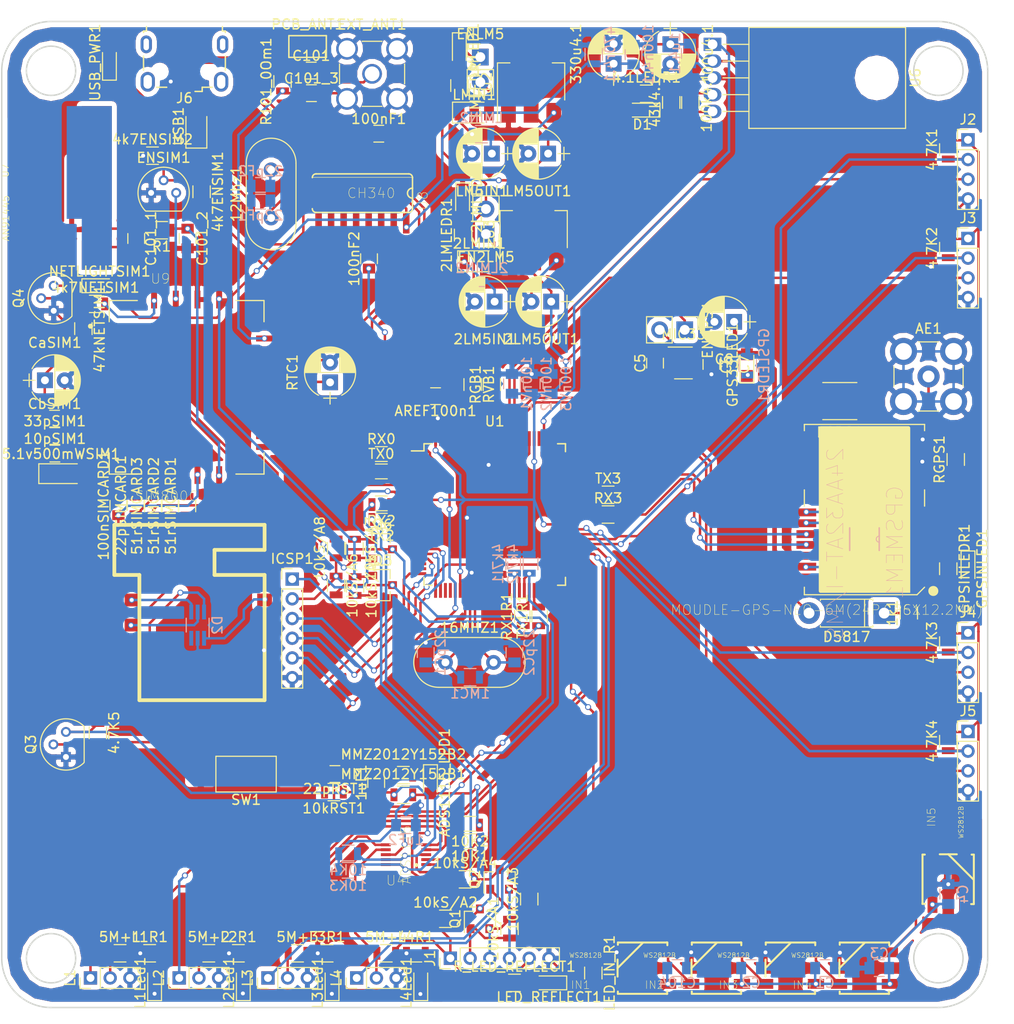
<source format=kicad_pcb>
(kicad_pcb (version 4) (host pcbnew 4.0.7)
  (layers (0 F.Cu signal) (31 B.Cu signal) (34 B.Paste user) (35 F.Paste user) (36 B.SilkS user) (37 F.SilkS user) (38 B.Mask user) (39 F.Mask user) (44 Edge.Cuts user))
  (net 0 "")
  (net 1 "Net-(16MHZ1-Pad1)")
  (net 2 "Net-(16MHZ1-Pad2)")
  (net 3 +5V)
  (net 4 GND)
  (net 5 +5VP)
  (net 6 "Net-(2LM5IN1-Pad1)")
  (net 7 "Net-(2LMIN1-Pad1)")
  (net 8 "Net-(2LMIN1-Pad2)")
  (net 9 "Net-(2LMLED1-Pad2)")
  (net 10 "Net-(4.1LEDR1-Pad1)")
  (net 11 T1_EXT)
  (net 12 T2_EXT)
  (net 13 T3_EXT)
  (net 14 T4_EXT)
  (net 15 T_INT)
  (net 16 "Net-(4k7ENSIM1-Pad1)")
  (net 17 ENSIM800)
  (net 18 SCL)
  (net 19 SDA)
  (net 20 "Net-(47kNETSIM1-Pad1)")
  (net 21 NETLIGHT)
  (net 22 VBAT)
  (net 23 AIN0)
  (net 24 AIN1)
  (net 25 AIN2)
  (net 26 AIN3)
  (net 27 "Net-(10K1-Pad2)")
  (net 28 DRDY)
  (net 29 RESET)
  (net 30 VREF)
  (net 31 RXREF)
  (net 32 TX2)
  (net 33 TXREF)
  (net 34 RX2)
  (net 35 RXSIM)
  (net 36 TX0)
  (net 37 TXSIM)
  (net 38 RX0)
  (net 39 "Net-(12Mhz1-Pad1)")
  (net 40 "Net-(12Mhz1-Pad2)")
  (net 41 SIMDATA)
  (net 42 "Net-(100k4.1-Pad2)")
  (net 43 "Net-(51rSIMCARD1-Pad1)")
  (net 44 SIMRST)
  (net 45 "Net-(51rSIMCARD2-Pad1)")
  (net 46 SIMCLK)
  (net 47 "Net-(51rSIMCARD3-Pad1)")
  (net 48 "Net-(100nF1-Pad1)")
  (net 49 "Net-(100nF2-Pad2)")
  (net 50 SIMVDD)
  (net 51 "Net-(AREF100n1-Pad1)")
  (net 52 "Net-(C101-Pad1)")
  (net 53 "Net-(C101_1-Pad1)")
  (net 54 "Net-(C101_2-Pad1)")
  (net 55 "Net-(C101_3-Pad1)")
  (net 56 "Net-(D2-Pad3)")
  (net 57 +12V)
  (net 58 "Net-(ENLM5-Pad2)")
  (net 59 PWRKEY)
  (net 60 MISO)
  (net 61 SCK)
  (net 62 MOSI)
  (net 63 "Net-(IN1-Pad4)")
  (net 64 "Net-(IN1-Pad2)")
  (net 65 "Net-(IN2-Pad2)")
  (net 66 "Net-(IN3-Pad2)")
  (net 67 "Net-(IN4-Pad2)")
  (net 68 "Net-(IN5-Pad2)")
  (net 69 "Net-(J1-Pad5)")
  (net 70 A1_EXT)
  (net 71 A2_EXT)
  (net 72 A3_EXT)
  (net 73 A4_EXT)
  (net 74 "Net-(J6-Pad1)")
  (net 75 "Net-(J6-Pad2)")
  (net 76 "Net-(J6-Pad3)")
  (net 77 "Net-(J6-Pad4)")
  (net 78 "Net-(J6-Pad6)")
  (net 79 LINE1)
  (net 80 "Net-(L1Led1-Pad2)")
  (net 81 LINE2)
  (net 82 "Net-(L2Led1-Pad2)")
  (net 83 LINE3)
  (net 84 "Net-(L3Led1-Pad2)")
  (net 85 LINE4)
  (net 86 "Net-(L4Led1-Pad2)")
  (net 87 LED_IN)
  (net 88 "Net-(LED_REFLECT1-Pad2)")
  (net 89 "Net-(LM5IN1-Pad1)")
  (net 90 +3V3)
  (net 91 "Net-(LMIN1-Pad1)")
  (net 92 "Net-(LMLED1-Pad2)")
  (net 93 "Net-(NETLIGHTSIM1-Pad1)")
  (net 94 "Net-(RGB1-Pad1)")
  (net 95 "Net-(RTC1-Pad1)")
  (net 96 "Net-(RX0-Pad2)")
  (net 97 "Net-(RX2-Pad1)")
  (net 98 "Net-(RX3-Pad1)")
  (net 99 RX3)
  (net 100 "Net-(TX0-Pad2)")
  (net 101 "Net-(TX2-Pad1)")
  (net 102 "Net-(TX3-Pad1)")
  (net 103 TX3)
  (net 104 "Net-(U1-Pad1)")
  (net 105 "Net-(U1-Pad4)")
  (net 106 "Net-(U1-Pad5)")
  (net 107 "Net-(U1-Pad6)")
  (net 108 "Net-(U1-Pad8)")
  (net 109 "Net-(U1-Pad9)")
  (net 110 "Net-(U1-Pad14)")
  (net 111 "Net-(U1-Pad15)")
  (net 112 "Net-(U1-Pad16)")
  (net 113 "Net-(U1-Pad17)")
  (net 114 "Net-(U1-Pad18)")
  (net 115 SS)
  (net 116 "Net-(U1-Pad23)")
  (net 117 "Net-(U1-Pad24)")
  (net 118 "Net-(U1-Pad27)")
  (net 119 "Net-(U1-Pad28)")
  (net 120 "Net-(U1-Pad29)")
  (net 121 "Net-(U1-Pad35)")
  (net 122 "Net-(U1-Pad36)")
  (net 123 "Net-(U1-Pad37)")
  (net 124 "Net-(U1-Pad38)")
  (net 125 "Net-(U1-Pad39)")
  (net 126 "Net-(U1-Pad40)")
  (net 127 "Net-(U1-Pad41)")
  (net 128 "Net-(U1-Pad42)")
  (net 129 "Net-(U1-Pad47)")
  (net 130 "Net-(U1-Pad48)")
  (net 131 "Net-(U1-Pad49)")
  (net 132 "Net-(U1-Pad50)")
  (net 133 "Net-(U1-Pad51)")
  (net 134 "Net-(U1-Pad52)")
  (net 135 "Net-(U1-Pad65)")
  (net 136 "Net-(U1-Pad66)")
  (net 137 "Net-(U1-Pad67)")
  (net 138 "Net-(U1-Pad68)")
  (net 139 "Net-(U1-Pad69)")
  (net 140 "Net-(U1-Pad70)")
  (net 141 "Net-(U1-Pad71)")
  (net 142 "Net-(U1-Pad72)")
  (net 143 "Net-(U1-Pad73)")
  (net 144 "Net-(U1-Pad74)")
  (net 145 "Net-(U1-Pad75)")
  (net 146 "Net-(U1-Pad76)")
  (net 147 "Net-(U1-Pad77)")
  (net 148 "Net-(U1-Pad79)")
  (net 149 "Net-(U1-Pad86)")
  (net 150 "Net-(U1-Pad87)")
  (net 151 "Net-(U1-Pad88)")
  (net 152 "Net-(U1-Pad90)")
  (net 153 "Net-(U1-Pad91)")
  (net 154 "Net-(U1-Pad92)")
  (net 155 "Net-(U1-Pad93)")
  (net 156 "Net-(U1-Pad94)")
  (net 157 "Net-(U1-Pad95)")
  (net 158 "Net-(U1-Pad96)")
  (net 159 "Net-(U1-Pad97)")
  (net 160 ON4.1)
  (net 161 "Net-(U8-Pad15)")
  (net 162 "Net-(U8-Pad14)")
  (net 163 "Net-(U8-Pad12)")
  (net 164 "Net-(U8-Pad11)")
  (net 165 "Net-(U8-Pad10)")
  (net 166 "Net-(U8-Pad9)")
  (net 167 "Net-(U9-Pad3)")
  (net 168 "Net-(U9-Pad4)")
  (net 169 "Net-(U9-Pad5)")
  (net 170 "Net-(U9-Pad6)")
  (net 171 "Net-(U9-Pad7)")
  (net 172 "Net-(U9-Pad9)")
  (net 173 "Net-(U9-Pad10)")
  (net 174 "Net-(U9-Pad11)")
  (net 175 "Net-(U9-Pad12)")
  (net 176 SIMDET)
  (net 177 "Net-(U9-Pad22)")
  (net 178 "Net-(U9-Pad23)")
  (net 179 "Net-(U9-Pad24)")
  (net 180 "Net-(U9-Pad25)")
  (net 181 "Net-(U9-Pad26)")
  (net 182 "Net-(U9-Pad29)")
  (net 183 "Net-(U9-Pad38)")
  (net 184 "Net-(U9-Pad40)")
  (net 185 STATUS)
  (net 186 "Net-(1k1-Pad1)")
  (net 187 "Net-(1k1-Pad2)")
  (net 188 "Net-(AE1-Pad1)")
  (net 189 "Net-(C5-Pad1)")
  (net 190 "Net-(GPS1-Pad1)")
  (net 191 "Net-(GPS1-Pad2)")
  (net 192 "Net-(GPS1-Pad3)")
  (net 193 "Net-(GPS1-Pad4)")
  (net 194 "Net-(GPS1-Pad5)")
  (net 195 "Net-(GPS1-Pad6)")
  (net 196 "Net-(GPS1-Pad7)")
  (net 197 "Net-(GPS1-Pad8)")
  (net 198 "Net-(GPS1-Pad14)")
  (net 199 "Net-(GPS1-Pad15)")
  (net 200 "Net-(GPS1-Pad16)")
  (net 201 "Net-(GPS1-Pad17)")
  (net 202 "Net-(GPS1-Pad18)")
  (net 203 "Net-(GPS1-Pad19)")
  (net 204 "Net-(GPS33LED1-Pad1)")
  (net 205 "Net-(GPSINLED1-Pad2)")
  (net 206 "Net-(LGPS1-Pad1)")
  (net 207 "Net-(MIC33-Pad4)")
  (net 208 "Net-(SIMCARD1-Pad6)")
  (net 209 TX1)
  (net 210 RX1)
  (net 211 "Net-(RX1R1-Pad2)")
  (net 212 "Net-(TX1R1-Pad2)")
  (module Resistors_SMD:R_0805 (layer F.Cu) (at 92 60 90)
    (fp_text reference 1k1 (at 0 -1.65 90) (layer F.SilkS))
    (fp_text value R)
    (pad 1 smd rect (at -0.95 0 90) (size 0.7 1.3) (layers F.Cu F.Paste F.Mask) (net 186 "Net-(1k1-Pad1)"))
    (pad 2 smd rect (at 0.95 0 90) (size 0.7 1.3) (layers F.Cu F.Paste F.Mask) (net 187 "Net-(1k1-Pad2)"))
  )
  (module Resistors_SMD:R_0805 (layer B.Cu) (at 47.5 66.5)
    (fp_text reference 1MC1 (at 0 1.65) (layer B.SilkS) (effects (justify mirror)))
    (fp_text value R)
    (pad 1 smd rect (at -0.95 0) (size 0.7 1.3) (layers B.Cu B.Paste B.Mask) (net 1 "Net-(16MHZ1-Pad1)"))
    (pad 2 smd rect (at 0.95 0) (size 0.7 1.3) (layers B.Cu B.Paste B.Mask) (net 2 "Net-(16MHZ1-Pad2)"))
  )
  (module Capacitors_SMD:C_0805 (layer B.Cu) (at 69.79 3.24 270)
    (fp_text reference 1u4.1 (at 0 1.5 270) (layer B.SilkS) (effects (justify mirror)))
    (fp_text value C)
    (pad 1 smd rect (at -1 0 270) (size 1 1.25) (layers B.Cu B.Paste B.Mask) (net 3 +5V))
    (pad 2 smd rect (at 1 0 270) (size 1 1.25) (layers B.Cu B.Paste B.Mask) (net 4 GND))
  )
  (module Capacitors_SMD:C_0805 (layer F.Cu) (at 37.98 77.18 90)
    (fp_text reference 1uF1 (at 0 -1.5 90) (layer F.SilkS))
    (fp_text value C)
    (pad 1 smd rect (at -1 0 90) (size 1 1.25) (layers F.Cu F.Paste F.Mask) (net 3 +5V))
    (pad 2 smd rect (at 1 0 90) (size 1 1.25) (layers F.Cu F.Paste F.Mask) (net 4 GND))
  )
  (module Capacitors_SMD:C_0805 (layer B.Cu) (at 41 81.5)
    (fp_text reference 1uF2 (at 0 1.5) (layer B.SilkS) (effects (justify mirror)))
    (fp_text value C)
    (pad 1 smd rect (at -1 0) (size 1 1.25) (layers B.Cu B.Paste B.Mask) (net 5 +5VP))
    (pad 2 smd rect (at 1 0) (size 1 1.25) (layers B.Cu B.Paste B.Mask) (net 4 GND))
  )
  (module Capacitors_THT:CP_Radial_D5.0mm_P2.00mm (layer F.Cu) (at 49.99 28.41 180)
    (fp_text reference 2LM5IN1 (at 1 -3.81 180) (layer F.SilkS))
    (fp_text value CP1)
    (pad 1 thru_hole rect (at 0 0 180) (size 1.6 1.6) (drill 0.8) (layers *.Cu *.Mask) (net 6 "Net-(2LM5IN1-Pad1)"))
    (pad 2 thru_hole circle (at 2 0 180) (size 1.6 1.6) (drill 0.8) (layers *.Cu *.Mask) (net 4 GND))
  )
  (module Capacitors_THT:CP_Radial_D5.0mm_P2.00mm (layer F.Cu) (at 55.73 28.41 180)
    (fp_text reference 2LM5OUT1 (at 1 -3.81 180) (layer F.SilkS))
    (fp_text value CP1)
    (pad 1 thru_hole rect (at 0 0 180) (size 1.6 1.6) (drill 0.8) (layers *.Cu *.Mask) (net 3 +5V))
    (pad 2 thru_hole circle (at 2 0 180) (size 1.6 1.6) (drill 0.8) (layers *.Cu *.Mask) (net 4 GND))
  )
  (module Diodes_SMD:D_1206 (layer F.Cu) (at 48.44 24.32)
    (fp_text reference 2LMIN1 (at 0 -1.8) (layer F.SilkS))
    (fp_text value D)
    (pad 1 smd rect (at -1.5 0) (size 1 1.6) (layers F.Cu F.Paste F.Mask) (net 7 "Net-(2LMIN1-Pad1)"))
    (pad 2 smd rect (at 1.5 0) (size 1 1.6) (layers F.Cu F.Paste F.Mask) (net 8 "Net-(2LMIN1-Pad2)"))
  )
  (module Resistors_SMD:R_0402 (layer B.Cu) (at 48.69 26.35 180)
    (fp_text reference 2LMIN2 (at 0 1.35 180) (layer B.SilkS) (effects (justify mirror)))
    (fp_text value R)
    (pad 1 smd rect (at -0.45 0 180) (size 0.4 0.6) (layers B.Cu B.Paste B.Mask) (net 6 "Net-(2LM5IN1-Pad1)"))
    (pad 2 smd rect (at 0.45 0 180) (size 0.4 0.6) (layers B.Cu B.Paste B.Mask) (net 7 "Net-(2LMIN1-Pad1)"))
  )
  (module LEDs:LED_0805 (layer F.Cu) (at 46.74 18.17 270)
    (fp_text reference 2LMLED1 (at 0 -1.45 270) (layer F.SilkS))
    (fp_text value LED)
    (pad 2 smd rect (at 1.1 0 90) (size 1.2 1.2) (layers F.Cu F.Paste F.Mask) (net 9 "Net-(2LMLED1-Pad2)"))
    (pad 1 smd rect (at -1.1 0 90) (size 1.2 1.2) (layers F.Cu F.Paste F.Mask) (net 4 GND))
  )
  (module Resistors_SMD:R_0805 (layer F.Cu) (at 46.79 21.66 90)
    (fp_text reference 2LMLEDR1 (at 0 -1.65 90) (layer F.SilkS))
    (fp_text value R)
    (pad 1 smd rect (at -0.95 0 90) (size 0.7 1.3) (layers F.Cu F.Paste F.Mask) (net 7 "Net-(2LMIN1-Pad1)"))
    (pad 2 smd rect (at 0.95 0 90) (size 0.7 1.3) (layers F.Cu F.Paste F.Mask) (net 9 "Net-(2LMLED1-Pad2)"))
  )
  (module Resistors_SMD:R_0805 (layer F.Cu) (at 65.37 7.33)
    (fp_text reference 4.1LEDR1 (at 0 -1.65) (layer F.SilkS))
    (fp_text value R)
    (pad 1 smd rect (at -0.95 0) (size 0.7 1.3) (layers F.Cu F.Paste F.Mask) (net 10 "Net-(4.1LEDR1-Pad1)"))
    (pad 2 smd rect (at 0.95 0) (size 0.7 1.3) (layers F.Cu F.Paste F.Mask) (net 22 VBAT))
  )
  (module Resistors_SMD:R_0805 (layer F.Cu) (at 96 13 90)
    (fp_text reference 4.7K1 (at 0 -1.65 90) (layer F.SilkS))
    (fp_text value R)
    (pad 1 smd rect (at -0.95 0 90) (size 0.7 1.3) (layers F.Cu F.Paste F.Mask) (net 11 T1_EXT))
    (pad 2 smd rect (at 0.95 0 90) (size 0.7 1.3) (layers F.Cu F.Paste F.Mask) (net 3 +5V))
  )
  (module Resistors_SMD:R_0805 (layer F.Cu) (at 96 23 90)
    (fp_text reference 4.7K2 (at 0 -1.65 90) (layer F.SilkS))
    (fp_text value R)
    (pad 1 smd rect (at -0.95 0 90) (size 0.7 1.3) (layers F.Cu F.Paste F.Mask) (net 12 T2_EXT))
    (pad 2 smd rect (at 0.95 0 90) (size 0.7 1.3) (layers F.Cu F.Paste F.Mask) (net 3 +5V))
  )
  (module Resistors_SMD:R_0805 (layer F.Cu) (at 96 63 90)
    (fp_text reference 4.7K3 (at 0 -1.65 90) (layer F.SilkS))
    (fp_text value R)
    (pad 1 smd rect (at -0.95 0 90) (size 0.7 1.3) (layers F.Cu F.Paste F.Mask) (net 13 T3_EXT))
    (pad 2 smd rect (at 0.95 0 90) (size 0.7 1.3) (layers F.Cu F.Paste F.Mask) (net 3 +5V))
  )
  (module Resistors_SMD:R_0805 (layer F.Cu) (at 96 73 90)
    (fp_text reference 4.7K4 (at 0 -1.65 90) (layer F.SilkS))
    (fp_text value R)
    (pad 1 smd rect (at -0.95 0 90) (size 0.7 1.3) (layers F.Cu F.Paste F.Mask) (net 14 T4_EXT))
    (pad 2 smd rect (at 0.95 0 90) (size 0.7 1.3) (layers F.Cu F.Paste F.Mask) (net 3 +5V))
  )
  (module Resistors_SMD:R_0805 (layer F.Cu) (at 9.75 72.14 270)
    (fp_text reference 4.7K5 (at 0 -1.65 270) (layer F.SilkS))
    (fp_text value R)
    (pad 1 smd rect (at -0.95 0 270) (size 0.7 1.3) (layers F.Cu F.Paste F.Mask) (net 3 +5V))
    (pad 2 smd rect (at 0.95 0 270) (size 0.7 1.3) (layers F.Cu F.Paste F.Mask) (net 15 T_INT))
  )
  (module Resistors_SMD:R_0805 (layer F.Cu) (at 20.27 17.27 270)
    (fp_text reference 4k7ENSIM1 (at 0 -1.65 270) (layer F.SilkS))
    (fp_text value R)
    (pad 1 smd rect (at -0.95 0 270) (size 0.7 1.3) (layers F.Cu F.Paste F.Mask) (net 16 "Net-(4k7ENSIM1-Pad1)"))
    (pad 2 smd rect (at 0.95 0 270) (size 0.7 1.3) (layers F.Cu F.Paste F.Mask) (net 17 ENSIM800))
  )
  (module Resistors_SMD:R_0805 (layer F.Cu) (at 15.29 13.61)
    (fp_text reference 4k7ENSIM2 (at 0 -1.65) (layer F.SilkS))
    (fp_text value R)
    (pad 1 smd rect (at -0.95 0) (size 0.7 1.3) (layers F.Cu F.Paste F.Mask) (net 4 GND))
    (pad 2 smd rect (at 0.95 0) (size 0.7 1.3) (layers F.Cu F.Paste F.Mask) (net 16 "Net-(4k7ENSIM1-Pad1)"))
  )
  (module Resistors_SMD:R_0805 (layer B.Cu) (at 52 55 270)
    (fp_text reference 4k7I1 (at 0 1.65 270) (layer B.SilkS) (effects (justify mirror)))
    (fp_text value R)
    (pad 1 smd rect (at -0.95 0 270) (size 0.7 1.3) (layers B.Cu B.Paste B.Mask) (net 3 +5V))
    (pad 2 smd rect (at 0.95 0 270) (size 0.7 1.3) (layers B.Cu B.Paste B.Mask) (net 18 SCL))
  )
  (module Resistors_SMD:R_0805 (layer B.Cu) (at 53.5 55 270)
    (fp_text reference 4k7I2 (at 0 1.65 270) (layer B.SilkS) (effects (justify mirror)))
    (fp_text value R)
    (pad 1 smd rect (at -0.95 0 270) (size 0.7 1.3) (layers B.Cu B.Paste B.Mask) (net 3 +5V))
    (pad 2 smd rect (at 0.95 0 270) (size 0.7 1.3) (layers B.Cu B.Paste B.Mask) (net 19 SDA))
  )
  (module Resistors_SMD:R_0805 (layer F.Cu) (at 9.49 28.64)
    (fp_text reference 4k7NETSIM1 (at 0 -1.65) (layer F.SilkS))
    (fp_text value R)
    (pad 1 smd rect (at -0.95 0) (size 0.7 1.3) (layers F.Cu F.Paste F.Mask) (net 20 "Net-(47kNETSIM1-Pad1)"))
    (pad 2 smd rect (at 0.95 0) (size 0.7 1.3) (layers F.Cu F.Paste F.Mask) (net 21 NETLIGHT))
  )
  (module Diodes_SMD:D_SOD-123 (layer F.Cu) (at 6.01 45.86)
    (fp_text reference 5.1v500mWSIM1 (at 0 -2) (layer F.SilkS))
    (fp_text value D_Schottky)
    (pad 1 smd rect (at -1.65 0) (size 0.9 1.2) (layers F.Cu F.Paste F.Mask) (net 22 VBAT))
    (pad 2 smd rect (at 1.65 0) (size 0.9 1.2) (layers F.Cu F.Paste F.Mask) (net 4 GND))
  )
  (module Resistors_SMD:R_0805 (layer F.Cu) (at 12 94.5)
    (fp_text reference 5M+1 (at 0 -1.65) (layer F.SilkS))
    (fp_text value R)
    (pad 1 smd rect (at -0.95 0) (size 0.7 1.3) (layers F.Cu F.Paste F.Mask) (net 23 AIN0))
    (pad 2 smd rect (at 0.95 0) (size 0.7 1.3) (layers F.Cu F.Paste F.Mask) (net 3 +5V))
  )
  (module Resistors_SMD:R_0805 (layer F.Cu) (at 21 94.5)
    (fp_text reference 5M+2 (at 0 -1.65) (layer F.SilkS))
    (fp_text value R)
    (pad 1 smd rect (at -0.95 0) (size 0.7 1.3) (layers F.Cu F.Paste F.Mask) (net 24 AIN1))
    (pad 2 smd rect (at 0.95 0) (size 0.7 1.3) (layers F.Cu F.Paste F.Mask) (net 3 +5V))
  )
  (module Resistors_SMD:R_0805 (layer F.Cu) (at 30 94.5)
    (fp_text reference 5M+3 (at 0 -1.65) (layer F.SilkS))
    (fp_text value R)
    (pad 1 smd rect (at -0.95 0) (size 0.7 1.3) (layers F.Cu F.Paste F.Mask) (net 25 AIN2))
    (pad 2 smd rect (at 0.95 0) (size 0.7 1.3) (layers F.Cu F.Paste F.Mask) (net 3 +5V))
  )
  (module Resistors_SMD:R_0805 (layer F.Cu) (at 39 94.5)
    (fp_text reference 5M+4 (at 0 -1.65) (layer F.SilkS))
    (fp_text value R)
    (pad 1 smd rect (at -0.95 0) (size 0.7 1.3) (layers F.Cu F.Paste F.Mask) (net 26 AIN3))
    (pad 2 smd rect (at 0.95 0) (size 0.7 1.3) (layers F.Cu F.Paste F.Mask) (net 3 +5V))
  )
  (module Resistors_SMD:R_0805 (layer F.Cu) (at 47.5 83 180)
    (fp_text reference 10K1 (at 0 -1.65 180) (layer F.SilkS))
    (fp_text value R)
    (pad 1 smd rect (at -0.95 0 180) (size 0.7 1.3) (layers F.Cu F.Paste F.Mask) (net 4 GND))
    (pad 2 smd rect (at 0.95 0 180) (size 0.7 1.3) (layers F.Cu F.Paste F.Mask) (net 27 "Net-(10K1-Pad2)"))
  )
  (module Resistors_SMD:R_0805 (layer F.Cu) (at 47.5 81.5 180)
    (fp_text reference 10K2 (at 0 -1.65 180) (layer F.SilkS))
    (fp_text value R)
    (pad 1 smd rect (at -0.95 0 180) (size 0.7 1.3) (layers F.Cu F.Paste F.Mask) (net 5 +5VP))
    (pad 2 smd rect (at 0.95 0 180) (size 0.7 1.3) (layers F.Cu F.Paste F.Mask) (net 28 DRDY))
  )
  (module Resistors_SMD:R_0805 (layer B.Cu) (at 35.13 86)
    (fp_text reference 10K3 (at 0 1.65) (layer B.SilkS) (effects (justify mirror)))
    (fp_text value R)
    (pad 1 smd rect (at -0.95 0) (size 0.7 1.3) (layers B.Cu B.Paste B.Mask) (net 5 +5VP))
    (pad 2 smd rect (at 0.95 0) (size 0.7 1.3) (layers B.Cu B.Paste B.Mask) (net 18 SCL))
  )
  (module Resistors_SMD:R_0805 (layer B.Cu) (at 35.13 84.41)
    (fp_text reference 10K4 (at 0 1.65) (layer B.SilkS) (effects (justify mirror)))
    (fp_text value R)
    (pad 1 smd rect (at -0.95 0) (size 0.7 1.3) (layers B.Cu B.Paste B.Mask) (net 5 +5VP))
    (pad 2 smd rect (at 0.95 0) (size 0.7 1.3) (layers B.Cu B.Paste B.Mask) (net 19 SDA))
  )
  (module Resistors_SMD:R_0805 (layer F.Cu) (at 33.69 78.15 180)
    (fp_text reference 10kRST1 (at 0 -1.65 180) (layer F.SilkS))
    (fp_text value R)
    (pad 1 smd rect (at -0.95 0 180) (size 0.7 1.3) (layers F.Cu F.Paste F.Mask) (net 3 +5V))
    (pad 2 smd rect (at 0.95 0 180) (size 0.7 1.3) (layers F.Cu F.Paste F.Mask) (net 29 RESET))
  )
  (module Resistors_SMD:R_0805 (layer F.Cu) (at 51.5 92 90)
    (fp_text reference 10kS/A1 (at 0 -1.65 90) (layer F.SilkS))
    (fp_text value R)
    (pad 1 smd rect (at -0.95 0 90) (size 0.7 1.3) (layers F.Cu F.Paste F.Mask) (net 30 VREF))
    (pad 2 smd rect (at 0.95 0 90) (size 0.7 1.3) (layers F.Cu F.Paste F.Mask) (net 31 RXREF))
  )
  (module Resistors_SMD:R_0805 (layer F.Cu) (at 45 91)
    (fp_text reference 10kS/A2 (at 0 -1.65) (layer F.SilkS))
    (fp_text value R)
    (pad 1 smd rect (at -0.95 0) (size 0.7 1.3) (layers F.Cu F.Paste F.Mask) (net 3 +5V))
    (pad 2 smd rect (at 0.95 0) (size 0.7 1.3) (layers F.Cu F.Paste F.Mask) (net 32 TX2))
  )
  (module Resistors_SMD:R_0805 (layer F.Cu) (at 53.5 89 90)
    (fp_text reference 10kS/A3 (at 0 -1.65 90) (layer F.SilkS))
    (fp_text value R)
    (pad 1 smd rect (at -0.95 0 90) (size 0.7 1.3) (layers F.Cu F.Paste F.Mask) (net 30 VREF))
    (pad 2 smd rect (at 0.95 0 90) (size 0.7 1.3) (layers F.Cu F.Paste F.Mask) (net 33 TXREF))
  )
  (module Resistors_SMD:R_0805 (layer F.Cu) (at 47 87)
    (fp_text reference 10kS/A4 (at 0 -1.65) (layer F.SilkS))
    (fp_text value R)
    (pad 1 smd rect (at -0.95 0) (size 0.7 1.3) (layers F.Cu F.Paste F.Mask) (net 3 +5V))
    (pad 2 smd rect (at 0.95 0) (size 0.7 1.3) (layers F.Cu F.Paste F.Mask) (net 34 RX2))
  )
  (module Resistors_SMD:R_0805 (layer F.Cu) (at 35.84 57.26 270)
    (fp_text reference 10kS/A5 (at 0 -1.65 270) (layer F.SilkS))
    (fp_text value R)
    (pad 1 smd rect (at -0.95 0 270) (size 0.7 1.3) (layers F.Cu F.Paste F.Mask) (net 22 VBAT))
    (pad 2 smd rect (at 0.95 0 270) (size 0.7 1.3) (layers F.Cu F.Paste F.Mask) (net 35 RXSIM))
  )
  (module Resistors_SMD:R_0805 (layer F.Cu) (at 33.91 57.2 270)
    (fp_text reference 10kS/A6 (at 0 -1.65 270) (layer F.SilkS))
    (fp_text value R)
    (pad 1 smd rect (at -0.95 0 270) (size 0.7 1.3) (layers F.Cu F.Paste F.Mask) (net 3 +5V))
    (pad 2 smd rect (at 0.95 0 270) (size 0.7 1.3) (layers F.Cu F.Paste F.Mask) (net 209 TX1))
  )
  (module Resistors_SMD:R_0805 (layer F.Cu) (at 35.78 53.46 270)
    (fp_text reference 10kS/A7 (at 0 -1.65 270) (layer F.SilkS))
    (fp_text value R)
    (pad 1 smd rect (at -0.95 0 270) (size 0.7 1.3) (layers F.Cu F.Paste F.Mask) (net 22 VBAT))
    (pad 2 smd rect (at 0.95 0 270) (size 0.7 1.3) (layers F.Cu F.Paste F.Mask) (net 37 TXSIM))
  )
  (module Resistors_SMD:R_0805 (layer F.Cu) (at 33.91 53.44 90)
    (fp_text reference 10kS/A8 (at 0 -1.65 90) (layer F.SilkS))
    (fp_text value R)
    (pad 1 smd rect (at -0.95 0 90) (size 0.7 1.3) (layers F.Cu F.Paste F.Mask) (net 3 +5V))
    (pad 2 smd rect (at 0.95 0 90) (size 0.7 1.3) (layers F.Cu F.Paste F.Mask) (net 210 RX1))
  )
  (module Capacitors_SMD:C_0805 (layer F.Cu) (at 5.39 43.82)
    (fp_text reference 10pSIM1 (at 0 -1.5) (layer F.SilkS))
    (fp_text value C)
    (pad 1 smd rect (at -1 0) (size 1 1.25) (layers F.Cu F.Paste F.Mask) (net 22 VBAT))
    (pad 2 smd rect (at 1 0) (size 1 1.25) (layers F.Cu F.Paste F.Mask) (net 4 GND))
  )
  (module Crystals:Crystal_HC49-U_Vertical (layer F.Cu) (at 27.32 19.93 90)
    (fp_text reference 12Mhz1 (at 2.44 -3.525 90) (layer F.SilkS))
    (fp_text value Crystal)
    (pad 1 thru_hole circle (at 0 0 90) (size 1.5 1.5) (drill 0.8) (layers *.Cu *.Mask) (net 39 "Net-(12Mhz1-Pad1)"))
    (pad 2 thru_hole circle (at 4.88 0 90) (size 1.5 1.5) (drill 0.8) (layers *.Cu *.Mask) (net 40 "Net-(12Mhz1-Pad2)"))
  )
  (module Crystals:Crystal_HC49-U_Vertical (layer F.Cu) (at 45 65)
    (fp_text reference 16MHZ1 (at 2.44 -3.525) (layer F.SilkS))
    (fp_text value Crystal)
    (pad 1 thru_hole circle (at 0 0) (size 1.5 1.5) (drill 0.8) (layers *.Cu *.Mask) (net 1 "Net-(16MHZ1-Pad1)"))
    (pad 2 thru_hole circle (at 4.88 0) (size 1.5 1.5) (drill 0.8) (layers *.Cu *.Mask) (net 2 "Net-(16MHZ1-Pad2)"))
  )
  (module Capacitors_SMD:C_0805 (layer B.Cu) (at 43 64 90)
    (fp_text reference 22pC1 (at 0 1.5 90) (layer B.SilkS) (effects (justify mirror)))
    (fp_text value C)
    (pad 1 smd rect (at -1 0 90) (size 1 1.25) (layers B.Cu B.Paste B.Mask) (net 1 "Net-(16MHZ1-Pad1)"))
    (pad 2 smd rect (at 1 0 90) (size 1 1.25) (layers B.Cu B.Paste B.Mask) (net 4 GND))
  )
  (module Capacitors_SMD:C_0805 (layer B.Cu) (at 52 64 90)
    (fp_text reference 22pC2 (at 0 1.5 90) (layer B.SilkS) (effects (justify mirror)))
    (fp_text value C)
    (pad 1 smd rect (at -1 0 90) (size 1 1.25) (layers B.Cu B.Paste B.Mask) (net 2 "Net-(16MHZ1-Pad2)"))
    (pad 2 smd rect (at 1 0 90) (size 1 1.25) (layers B.Cu B.Paste B.Mask) (net 4 GND))
  )
  (module Capacitors_SMD:C_0805 (layer B.Cu) (at 26.24 18.17)
    (fp_text reference 22pF1 (at 0 1.5) (layer B.SilkS) (effects (justify mirror)))
    (fp_text value C)
    (pad 1 smd rect (at -1 0) (size 1 1.25) (layers B.Cu B.Paste B.Mask) (net 4 GND))
    (pad 2 smd rect (at 1 0) (size 1 1.25) (layers B.Cu B.Paste B.Mask) (net 39 "Net-(12Mhz1-Pad1)"))
  )
  (module Capacitors_SMD:C_0805 (layer B.Cu) (at 26.24 16.68 180)
    (fp_text reference 22pF2 (at 0 1.5 180) (layer B.SilkS) (effects (justify mirror)))
    (fp_text value C)
    (pad 1 smd rect (at -1 0 180) (size 1 1.25) (layers B.Cu B.Paste B.Mask) (net 40 "Net-(12Mhz1-Pad2)"))
    (pad 2 smd rect (at 1 0 180) (size 1 1.25) (layers B.Cu B.Paste B.Mask) (net 4 GND))
  )
  (module Capacitors_SMD:C_0805 (layer F.Cu) (at 33.79 76.32 180)
    (fp_text reference 22pRST1 (at 0 -1.5 180) (layer F.SilkS))
    (fp_text value C)
    (pad 1 smd rect (at -1 0 180) (size 1 1.25) (layers F.Cu F.Paste F.Mask) (net 4 GND))
    (pad 2 smd rect (at 1 0 180) (size 1 1.25) (layers F.Cu F.Paste F.Mask) (net 29 RESET))
  )
  (module Capacitors_SMD:C_0805 (layer F.Cu) (at 13.59 49.08 90)
    (fp_text reference 22pSIMCARD1 (at 0 -1.5 90) (layer F.SilkS))
    (fp_text value C)
    (pad 1 smd rect (at -1 0 90) (size 1 1.25) (layers F.Cu F.Paste F.Mask) (net 41 SIMDATA))
    (pad 2 smd rect (at 1 0 90) (size 1 1.25) (layers F.Cu F.Paste F.Mask) (net 4 GND))
  )
  (module Capacitors_SMD:C_0805 (layer F.Cu) (at 5.38 42.04)
    (fp_text reference 33pSIM1 (at 0 -1.5) (layer F.SilkS))
    (fp_text value C)
    (pad 1 smd rect (at -1 0) (size 1 1.25) (layers F.Cu F.Paste F.Mask) (net 22 VBAT))
    (pad 2 smd rect (at 1 0) (size 1 1.25) (layers F.Cu F.Paste F.Mask) (net 4 GND))
  )
  (module Resistors_SMD:R_0805 (layer F.Cu) (at 67.9 8.21 90)
    (fp_text reference 43k4.1 (at 0 -1.65 90) (layer F.SilkS))
    (fp_text value R)
    (pad 1 smd rect (at -0.95 0 90) (size 0.7 1.3) (layers F.Cu F.Paste F.Mask) (net 42 "Net-(100k4.1-Pad2)"))
    (pad 2 smd rect (at 0.95 0 90) (size 0.7 1.3) (layers F.Cu F.Paste F.Mask) (net 4 GND))
  )
  (module Resistors_SMD:R_0805 (layer F.Cu) (at 8.28 31.15 270)
    (fp_text reference 47kNETSIM1 (at 0 -1.65 270) (layer F.SilkS))
    (fp_text value R)
    (pad 1 smd rect (at -0.95 0 270) (size 0.7 1.3) (layers F.Cu F.Paste F.Mask) (net 20 "Net-(47kNETSIM1-Pad1)"))
    (pad 2 smd rect (at 0.95 0 270) (size 0.7 1.3) (layers F.Cu F.Paste F.Mask) (net 4 GND))
  )
  (module Resistors_SMD:R_0805 (layer F.Cu) (at 18.79 49.12 90)
    (fp_text reference 51rSIMCARD1 (at 0 -1.65 90) (layer F.SilkS))
    (fp_text value R)
    (pad 1 smd rect (at -0.95 0 90) (size 0.7 1.3) (layers F.Cu F.Paste F.Mask) (net 43 "Net-(51rSIMCARD1-Pad1)"))
    (pad 2 smd rect (at 0.95 0 90) (size 0.7 1.3) (layers F.Cu F.Paste F.Mask) (net 44 SIMRST))
  )
  (module Resistors_SMD:R_0805 (layer F.Cu) (at 17.07 49.12 90)
    (fp_text reference 51rSIMCARD2 (at 0 -1.65 90) (layer F.SilkS))
    (fp_text value R)
    (pad 1 smd rect (at -0.95 0 90) (size 0.7 1.3) (layers F.Cu F.Paste F.Mask) (net 45 "Net-(51rSIMCARD2-Pad1)"))
    (pad 2 smd rect (at 0.95 0 90) (size 0.7 1.3) (layers F.Cu F.Paste F.Mask) (net 46 SIMCLK))
  )
  (module Resistors_SMD:R_0805 (layer F.Cu) (at 15.37 49.13 90)
    (fp_text reference 51rSIMCARD3 (at 0 -1.65 90) (layer F.SilkS))
    (fp_text value R)
    (pad 1 smd rect (at -0.95 0 90) (size 0.7 1.3) (layers F.Cu F.Paste F.Mask) (net 47 "Net-(51rSIMCARD3-Pad1)"))
    (pad 2 smd rect (at 0.95 0 90) (size 0.7 1.3) (layers F.Cu F.Paste F.Mask) (net 41 SIMDATA))
  )
  (module Resistors_SMD:R_0805 (layer F.Cu) (at 69.84 8.22 270)
    (fp_text reference 100k4.1 (at 0 -1.65 270) (layer F.SilkS))
    (fp_text value R)
    (pad 1 smd rect (at -0.95 0 270) (size 0.7 1.3) (layers F.Cu F.Paste F.Mask) (net 22 VBAT))
    (pad 2 smd rect (at 0.95 0 270) (size 0.7 1.3) (layers F.Cu F.Paste F.Mask) (net 42 "Net-(100k4.1-Pad2)"))
  )
  (module Capacitors_SMD:C_0805 (layer B.Cu) (at 64.08 3.36 90)
    (fp_text reference 100n4.1 (at 0 1.5 90) (layer B.SilkS) (effects (justify mirror)))
    (fp_text value C)
    (pad 1 smd rect (at -1 0 90) (size 1 1.25) (layers B.Cu B.Paste B.Mask) (net 22 VBAT))
    (pad 2 smd rect (at 1 0 90) (size 1 1.25) (layers B.Cu B.Paste B.Mask) (net 4 GND))
  )
  (module Capacitors_SMD:C_0805 (layer F.Cu) (at 38.24 11.38)
    (fp_text reference 100nF1 (at 0 -1.5) (layer F.SilkS))
    (fp_text value C)
    (pad 1 smd rect (at -1 0) (size 1 1.25) (layers F.Cu F.Paste F.Mask) (net 48 "Net-(100nF1-Pad1)"))
    (pad 2 smd rect (at 1 0) (size 1 1.25) (layers F.Cu F.Paste F.Mask) (net 4 GND))
  )
  (module Capacitors_SMD:C_0805 (layer F.Cu) (at 37.25 24.06 90)
    (fp_text reference 100nF2 (at 0 -1.5 90) (layer F.SilkS))
    (fp_text value C)
    (pad 1 smd rect (at -1 0 90) (size 1 1.25) (layers F.Cu F.Paste F.Mask) (net 29 RESET))
    (pad 2 smd rect (at 1 0 90) (size 1 1.25) (layers F.Cu F.Paste F.Mask) (net 49 "Net-(100nF2-Pad2)"))
  )
  (module Capacitors_SMD:C_0805 (layer F.Cu) (at 11.83 49.07 90)
    (fp_text reference 100nSIMCARD1 (at 0 -1.5 90) (layer F.SilkS))
    (fp_text value C)
    (pad 1 smd rect (at -1 0 90) (size 1 1.25) (layers F.Cu F.Paste F.Mask) (net 50 SIMVDD))
    (pad 2 smd rect (at 1 0 90) (size 1 1.25) (layers F.Cu F.Paste F.Mask) (net 4 GND))
  )
  (module Capacitors_SMD:C_0805 (layer B.Cu) (at 51.75 36.75 90)
    (fp_text reference 100nV1 (at 0 1.5 90) (layer B.SilkS) (effects (justify mirror)))
    (fp_text value C)
    (pad 1 smd rect (at -1 0 90) (size 1 1.25) (layers B.Cu B.Paste B.Mask) (net 3 +5V))
    (pad 2 smd rect (at 1 0 90) (size 1 1.25) (layers B.Cu B.Paste B.Mask) (net 4 GND))
  )
  (module Capacitors_SMD:C_0805 (layer B.Cu) (at 53.75 36.75 90)
    (fp_text reference 100nV2 (at 0 1.5 90) (layer B.SilkS) (effects (justify mirror)))
    (fp_text value C)
    (pad 1 smd rect (at -1 0 90) (size 1 1.25) (layers B.Cu B.Paste B.Mask) (net 3 +5V))
    (pad 2 smd rect (at 1 0 90) (size 1 1.25) (layers B.Cu B.Paste B.Mask) (net 4 GND))
  )
  (module Capacitors_SMD:C_0805 (layer B.Cu) (at 55.75 36.75 90)
    (fp_text reference 100nV3 (at 0 1.5 90) (layer B.SilkS) (effects (justify mirror)))
    (fp_text value C)
    (pad 1 smd rect (at -1 0 90) (size 1 1.25) (layers B.Cu B.Paste B.Mask) (net 3 +5V))
    (pad 2 smd rect (at 1 0 90) (size 1 1.25) (layers B.Cu B.Paste B.Mask) (net 4 GND))
  )
  (module Capacitors_THT:CP_Radial_D5.0mm_P2.00mm (layer F.Cu) (at 67.81 2.31 270)
    (fp_text reference 100u4.1 (at 1 -3.81 270) (layer F.SilkS))
    (fp_text value CP1)
    (pad 1 thru_hole rect (at 0 0 270) (size 1.6 1.6) (drill 0.8) (layers *.Cu *.Mask) (net 3 +5V))
    (pad 2 thru_hole circle (at 2 0 270) (size 1.6 1.6) (drill 0.8) (layers *.Cu *.Mask) (net 4 GND))
  )
  (module Capacitors_THT:CP_Radial_D5.0mm_P2.00mm (layer F.Cu) (at 62.06 4.28 90)
    (fp_text reference 330u4.1 (at 1 -3.81 90) (layer F.SilkS))
    (fp_text value CP1)
    (pad 1 thru_hole rect (at 0 0 90) (size 1.6 1.6) (drill 0.8) (layers *.Cu *.Mask) (net 22 VBAT))
    (pad 2 thru_hole circle (at 2 0 90) (size 1.6 1.6) (drill 0.8) (layers *.Cu *.Mask) (net 4 GND))
  )
  (module Resistors_SMD:R_0805 (layer B.Cu) (at 60.04 3.34 90)
    (fp_text reference 470r4.1 (at 0 1.65 90) (layer B.SilkS) (effects (justify mirror)))
    (fp_text value R)
    (pad 1 smd rect (at -0.95 0 90) (size 0.7 1.3) (layers B.Cu B.Paste B.Mask) (net 22 VBAT))
    (pad 2 smd rect (at 0.95 0 90) (size 0.7 1.3) (layers B.Cu B.Paste B.Mask) (net 4 GND))
  )
  (module LEDs:LED_0805 (layer F.Cu) (at 43.48 77.18 270)
    (fp_text reference ADS1115_LED1 (at 0 -1.45 270) (layer F.SilkS))
    (fp_text value LED)
    (pad 2 smd rect (at 1.1 0 90) (size 1.2 1.2) (layers F.Cu F.Paste F.Mask) (net 5 +5VP))
    (pad 1 smd rect (at -1.1 0 90) (size 1.2 1.2) (layers F.Cu F.Paste F.Mask) (net 4 GND))
  )
  (module Connectors:SMB_Straight (layer F.Cu) (at 94 36)
    (fp_text reference AE1 (at 0 -4.85) (layer F.SilkS))
    (fp_text value Antenna_Shield)
    (pad 2 thru_hole circle (at -2.54 2.54) (size 2.74 2.74) (drill 1.7) (layers *.Cu *.Mask) (net 4 GND))
    (pad 2 thru_hole circle (at 2.54 2.54) (size 2.74 2.74) (drill 1.7) (layers *.Cu *.Mask) (net 4 GND))
    (pad 2 thru_hole circle (at 2.54 -2.54) (size 2.74 2.74) (drill 1.7) (layers *.Cu *.Mask) (net 4 GND))
    (pad 2 thru_hole circle (at -2.54 -2.54) (size 2.74 2.74) (drill 1.7) (layers *.Cu *.Mask) (net 4 GND))
    (pad 1 thru_hole circle (at 0 0) (size 2.24 2.24) (drill 1.2) (layers *.Cu *.Mask) (net 188 "Net-(AE1-Pad1)"))
  )
  (module Capacitors_SMD:C_0805 (layer F.Cu) (at 44 38 180)
    (fp_text reference AREF100n1 (at 0 -1.5 180) (layer F.SilkS))
    (fp_text value C)
    (pad 1 smd rect (at -1 0 180) (size 1 1.25) (layers F.Cu F.Paste F.Mask) (net 51 "Net-(AREF100n1-Pad1)"))
    (pad 2 smd rect (at 1 0 180) (size 1 1.25) (layers F.Cu F.Paste F.Mask) (net 4 GND))
  )
  (module Capacitors_SMD:C_0805 (layer B.Cu) (at 83.5 96)
    (fp_text reference C1 (at 0 1.5) (layer B.SilkS) (effects (justify mirror)))
    (fp_text value C)
    (pad 1 smd rect (at -1 0) (size 1 1.25) (layers B.Cu B.Paste B.Mask) (net 3 +5V))
    (pad 2 smd rect (at 1 0) (size 1 1.25) (layers B.Cu B.Paste B.Mask) (net 4 GND))
  )
  (module Capacitors_SMD:C_0805 (layer B.Cu) (at 76 96)
    (fp_text reference C2 (at 0 1.5) (layer B.SilkS) (effects (justify mirror)))
    (fp_text value C)
    (pad 1 smd rect (at -1 0) (size 1 1.25) (layers B.Cu B.Paste B.Mask) (net 3 +5V))
    (pad 2 smd rect (at 1 0) (size 1 1.25) (layers B.Cu B.Paste B.Mask) (net 4 GND))
  )
  (module Capacitors_SMD:C_0805 (layer B.Cu) (at 89 96 180)
    (fp_text reference C3 (at 0 1.5 180) (layer B.SilkS) (effects (justify mirror)))
    (fp_text value C)
    (pad 1 smd rect (at -1 0 180) (size 1 1.25) (layers B.Cu B.Paste B.Mask) (net 3 +5V))
    (pad 2 smd rect (at 1 0 180) (size 1 1.25) (layers B.Cu B.Paste B.Mask) (net 4 GND))
  )
  (module Capacitors_SMD:C_0805 (layer B.Cu) (at 96 88.5 90)
    (fp_text reference C4 (at 0 1.5 90) (layer B.SilkS) (effects (justify mirror)))
    (fp_text value C)
    (pad 1 smd rect (at -1 0 90) (size 1 1.25) (layers B.Cu B.Paste B.Mask) (net 3 +5V))
    (pad 2 smd rect (at 1 0 90) (size 1 1.25) (layers B.Cu B.Paste B.Mask) (net 4 GND))
  )
  (module Capacitors_SMD:C_0805 (layer F.Cu) (at 66.26 34.65 90)
    (fp_text reference C5 (at 0 -1.5 90) (layer F.SilkS))
    (fp_text value C)
    (pad 1 smd rect (at -1 0 90) (size 1 1.25) (layers F.Cu F.Paste F.Mask) (net 189 "Net-(C5-Pad1)"))
    (pad 2 smd rect (at 1 0 90) (size 1 1.25) (layers F.Cu F.Paste F.Mask) (net 4 GND))
  )
  (module Capacitors_SMD:C_0805 (layer F.Cu) (at 71.98 34.78 270)
    (fp_text reference C6 (at 0 -1.5 270) (layer F.SilkS))
    (fp_text value C)
    (pad 1 smd rect (at -1 0 270) (size 1 1.25) (layers F.Cu F.Paste F.Mask) (net 90 +3V3))
    (pad 2 smd rect (at 1 0 270) (size 1 1.25) (layers F.Cu F.Paste F.Mask) (net 4 GND))
  )
  (module Capacitors_SMD:C_0805 (layer F.Cu) (at 73.8 34.77 270)
    (fp_text reference C7 (at 0 -1.5 270) (layer F.SilkS))
    (fp_text value C)
    (pad 1 smd rect (at -1 0 270) (size 1 1.25) (layers F.Cu F.Paste F.Mask) (net 90 +3V3))
    (pad 2 smd rect (at 1 0 270) (size 1 1.25) (layers F.Cu F.Paste F.Mask) (net 4 GND))
  )
  (module Capacitors_THT:CP_Radial_D5.0mm_P2.00mm (layer F.Cu) (at 74.28 30.46 180)
    (fp_text reference C8 (at 1 -3.81 180) (layer F.SilkS))
    (fp_text value CP1)
    (pad 1 thru_hole rect (at 0 0 180) (size 1.6 1.6) (drill 0.8) (layers *.Cu *.Mask) (net 90 +3V3))
    (pad 2 thru_hole circle (at 2 0 180) (size 1.6 1.6) (drill 0.8) (layers *.Cu *.Mask) (net 4 GND))
  )
  (module Capacitors_SMD:C_0805 (layer F.Cu) (at 31.39 4.98)
    (fp_text reference C101 (at 0 -1.5) (layer F.SilkS))
    (fp_text value C)
    (pad 1 smd rect (at -1 0) (size 1 1.25) (layers F.Cu F.Paste F.Mask) (net 52 "Net-(C101-Pad1)"))
    (pad 2 smd rect (at 1 0) (size 1 1.25) (layers F.Cu F.Paste F.Mask) (net 4 GND))
  )
  (module Capacitors_SMD:C_0805 (layer F.Cu) (at 13.64 22.01 270)
    (fp_text reference C101_1 (at 0 -1.5 270) (layer F.SilkS))
    (fp_text value C)
    (pad 1 smd rect (at -1 0 270) (size 1 1.25) (layers F.Cu F.Paste F.Mask) (net 53 "Net-(C101_1-Pad1)"))
    (pad 2 smd rect (at 1 0 270) (size 1 1.25) (layers F.Cu F.Paste F.Mask) (net 4 GND))
  )
  (module Capacitors_SMD:C_0805 (layer F.Cu) (at 18.85 22.01 270)
    (fp_text reference C101_2 (at 0 -1.5 270) (layer F.SilkS))
    (fp_text value C)
    (pad 1 smd rect (at -1 0 270) (size 1 1.25) (layers F.Cu F.Paste F.Mask) (net 54 "Net-(C101_2-Pad1)"))
    (pad 2 smd rect (at 1 0 270) (size 1 1.25) (layers F.Cu F.Paste F.Mask) (net 4 GND))
  )
  (module Capacitors_SMD:C_0805 (layer F.Cu) (at 31.41 7.27)
    (fp_text reference C101_3 (at 0 -1.5) (layer F.SilkS))
    (fp_text value C)
    (pad 1 smd rect (at -1 0) (size 1 1.25) (layers F.Cu F.Paste F.Mask) (net 55 "Net-(C101_3-Pad1)"))
    (pad 2 smd rect (at 1 0) (size 1 1.25) (layers F.Cu F.Paste F.Mask) (net 4 GND))
  )
  (module Capacitors_SMD:C_0805 (layer B.Cu) (at 68.5 96)
    (fp_text reference C104 (at 0 1.5) (layer B.SilkS) (effects (justify mirror)))
    (fp_text value C)
    (pad 1 smd rect (at -1 0) (size 1 1.25) (layers B.Cu B.Paste B.Mask) (net 3 +5V))
    (pad 2 smd rect (at 1 0) (size 1 1.25) (layers B.Cu B.Paste B.Mask) (net 4 GND))
  )
  (module Capacitors_THT:CP_Radial_D5.0mm_P2.00mm (layer F.Cu) (at 4.38 36.39)
    (fp_text reference CaSIM1 (at 1 -3.81) (layer F.SilkS))
    (fp_text value CP1)
    (pad 1 thru_hole rect (at 0 0) (size 1.6 1.6) (drill 0.8) (layers *.Cu *.Mask) (net 22 VBAT))
    (pad 2 thru_hole circle (at 2 0) (size 1.6 1.6) (drill 0.8) (layers *.Cu *.Mask) (net 4 GND))
  )
  (module Capacitors_SMD:C_0805 (layer F.Cu) (at 5.36 40.28)
    (fp_text reference CbSIM1 (at 0 -1.5) (layer F.SilkS))
    (fp_text value C)
    (pad 1 smd rect (at -1 0) (size 1 1.25) (layers F.Cu F.Paste F.Mask) (net 22 VBAT))
    (pad 2 smd rect (at 1 0) (size 1 1.25) (layers F.Cu F.Paste F.Mask) (net 4 GND))
  )
  (module LEDs:LED_0805 (layer F.Cu) (at 64.96 8.99 180)
    (fp_text reference D1 (at 0 -1.45 180) (layer F.SilkS))
    (fp_text value 4.1LED)
    (pad 2 smd rect (at 1.1 0) (size 1.2 1.2) (layers F.Cu F.Paste F.Mask) (net 10 "Net-(4.1LEDR1-Pad1)"))
    (pad 1 smd rect (at -1.1 0) (size 1.2 1.2) (layers F.Cu F.Paste F.Mask) (net 4 GND))
  )
  (module TO_SOT_Packages_SMD:SOT-363_SC-70-6_Handsoldering (layer B.Cu) (at 19.87 61.22 90)
    (fp_text reference D2 (at 0 2 90) (layer B.SilkS) (effects (justify mirror)))
    (fp_text value SMF05C)
    (pad 1 smd rect (at -1.33 0.65 90) (size 1.5 0.4) (layers B.Cu B.Paste B.Mask) (net 47 "Net-(51rSIMCARD3-Pad1)"))
    (pad 2 smd rect (at -1.33 0 90) (size 1.5 0.4) (layers B.Cu B.Paste B.Mask) (net 4 GND))
    (pad 3 smd rect (at -1.33 -0.65 90) (size 1.5 0.4) (layers B.Cu B.Paste B.Mask) (net 56 "Net-(D2-Pad3)"))
    (pad 4 smd rect (at 1.33 -0.65 90) (size 1.5 0.4) (layers B.Cu B.Paste B.Mask) (net 45 "Net-(51rSIMCARD2-Pad1)"))
    (pad 5 smd rect (at 1.33 0 90) (size 1.5 0.4) (layers B.Cu B.Paste B.Mask) (net 43 "Net-(51rSIMCARD1-Pad1)"))
    (pad 6 smd rect (at 1.33 0.65 90) (size 1.5 0.4) (layers B.Cu B.Paste B.Mask) (net 50 SIMVDD))
  )
  (module Diodes_THT:D_DO-41_SOD81_P7.62mm_Horizontal (layer F.Cu) (at 89.5 60 180)
    (fp_text reference D5817 (at 3.81 -2.41 180) (layer F.SilkS))
    (fp_text value D)
    (pad 1 thru_hole rect (at 0 0 180) (size 2.2 2.2) (drill 1.1) (layers *.Cu *.Mask) (net 186 "Net-(1k1-Pad1)"))
    (pad 2 thru_hole oval (at 7.62 0 180) (size 2.2 2.2) (drill 1.1) (layers *.Cu *.Mask) (net 90 +3V3))
  )
  (module Pin_Headers:Pin_Header_Straight_1x02_Pitch2.54mm (layer F.Cu) (at 49.11 21.56 180)
    (fp_text reference EN2LM5 (at 0 -2.33 180) (layer F.SilkS))
    (fp_text value Conn_01x02)
    (pad 1 thru_hole rect (at 0 0 180) (size 1.7 1.7) (drill 1) (layers *.Cu *.Mask) (net 8 "Net-(2LMIN1-Pad2)"))
    (pad 2 thru_hole oval (at 0 2.54 180) (size 1.7 1.7) (drill 1) (layers *.Cu *.Mask) (net 57 +12V))
  )
  (module Pin_Headers:Pin_Header_Straight_1x02_Pitch2.54mm (layer F.Cu) (at 69.27 31.27 270)
    (fp_text reference ENGPS1 (at 0 -2.33 270) (layer F.SilkS))
    (fp_text value Conn_01x02)
    (pad 1 thru_hole rect (at 0 0 270) (size 1.7 1.7) (drill 1) (layers *.Cu *.Mask) (net 3 +5V))
    (pad 2 thru_hole oval (at 0 2.54 270) (size 1.7 1.7) (drill 1) (layers *.Cu *.Mask) (net 189 "Net-(C5-Pad1)"))
  )
  (module Pin_Headers:Pin_Header_Straight_1x02_Pitch2.54mm (layer F.Cu) (at 48.54 3.61)
    (fp_text reference ENLM5 (at 0 -2.33) (layer F.SilkS))
    (fp_text value Conn_01x02)
    (pad 1 thru_hole rect (at 0 0) (size 1.7 1.7) (drill 1) (layers *.Cu *.Mask) (net 57 +12V))
    (pad 2 thru_hole oval (at 0 2.54) (size 1.7 1.7) (drill 1) (layers *.Cu *.Mask) (net 58 "Net-(ENLM5-Pad2)"))
  )
  (module TO_SOT_Packages_THT:TO-92_Molded_Narrow (layer F.Cu) (at 15.15 17.38)
    (fp_text reference ENSIM1 (at 1.27 -3.56) (layer F.SilkS))
    (fp_text value 2N3904)
    (pad 2 thru_hole circle (at 1.27 -1.27 90) (size 1 1) (drill 0.6) (layers *.Cu *.Mask) (net 16 "Net-(4k7ENSIM1-Pad1)"))
    (pad 3 thru_hole circle (at 2.54 0 90) (size 1 1) (drill 0.6) (layers *.Cu *.Mask) (net 59 PWRKEY))
    (pad 1 thru_hole rect (at 0 0 90) (size 1 1) (drill 0.6) (layers *.Cu *.Mask) (net 4 GND))
  )
  (module Connectors:SMA_THT_Jack_Straight (layer F.Cu) (at 37.56 5.31)
    (fp_text reference EXT_ANT1 (at 0 -5) (layer F.SilkS))
    (fp_text value Antenna_Shield)
    (pad 2 thru_hole circle (at -2.54 2.54) (size 2.2 2.2) (drill 1.7) (layers *.Cu *.Mask) (net 4 GND))
    (pad 2 thru_hole circle (at -2.54 -2.54) (size 2.2 2.2) (drill 1.7) (layers *.Cu *.Mask) (net 4 GND))
    (pad 2 thru_hole circle (at 2.54 -2.54) (size 2.2 2.2) (drill 1.7) (layers *.Cu *.Mask) (net 4 GND))
    (pad 2 thru_hole circle (at 2.54 2.54) (size 2.2 2.2) (drill 1.7) (layers *.Cu *.Mask) (net 4 GND))
    (pad 1 thru_hole circle (at 0 0) (size 2 2) (drill 1.5) (layers *.Cu *.Mask) (net 55 "Net-(C101_3-Pad1)"))
  )
  (module MOUDLE-GPS-NEO-6M_24P-16X12.2MM_:GPS24P-SMD-1.1-16X12.2MM (layer F.Cu) (at 87.5 49.5 180)
    (fp_text reference GPS1 (at -3.8144 -10.1717 180) (layer F.SilkS) (effects (font (size 1.00115 1.00115) (thickness 0.05))))
    (fp_text value "MOUDLE-GPS-NEO-6M(24P-16X12.2MM)" (at 3.81627 -10.1767 180) (layer F.SilkS) (effects (font (size 1.00165 1.00165) (thickness 0.05))))
    (pad 1 smd rect (at -5.904 -6.888) (size 2 0.8) (layers F.Cu F.Paste F.Mask) (net 190 "Net-(GPS1-Pad1)"))
    (pad 2 smd rect (at -5.904 -5.788) (size 2 0.8) (layers F.Cu F.Paste F.Mask) (net 191 "Net-(GPS1-Pad2)"))
    (pad 3 smd rect (at -5.904 -4.688) (size 2 0.8) (layers F.Cu F.Paste F.Mask) (net 192 "Net-(GPS1-Pad3)"))
    (pad 4 smd rect (at -5.904 -3.588) (size 2 0.8) (layers F.Cu F.Paste F.Mask) (net 193 "Net-(GPS1-Pad4)"))
    (pad 5 smd rect (at -5.904 -2.488) (size 2 0.8) (layers F.Cu F.Paste F.Mask) (net 194 "Net-(GPS1-Pad5)"))
    (pad 6 smd rect (at -5.904 -1.388) (size 2 0.8) (layers F.Cu F.Paste F.Mask) (net 195 "Net-(GPS1-Pad6)"))
    (pad 7 smd rect (at -5.904 -0.288) (size 2 0.8) (layers F.Cu F.Paste F.Mask) (net 196 "Net-(GPS1-Pad7)"))
    (pad 8 smd rect (at -5.904 2.712) (size 2 0.8) (layers F.Cu F.Paste F.Mask) (net 197 "Net-(GPS1-Pad8)"))
    (pad 9 smd rect (at -5.904 3.812) (size 2 0.8) (layers F.Cu F.Paste F.Mask) (net 197 "Net-(GPS1-Pad8)"))
    (pad 10 smd rect (at -5.904 4.912) (size 2 0.8) (layers F.Cu F.Paste F.Mask) (net 4 GND))
    (pad 11 smd rect (at -5.904 6.012) (size 2 0.8) (layers F.Cu F.Paste F.Mask) (net 188 "Net-(AE1-Pad1)"))
    (pad 12 smd rect (at -5.904 7.112) (size 2 0.8) (layers F.Cu F.Paste F.Mask) (net 4 GND))
    (pad 13 smd rect (at 5.896 7.112) (size 2 0.8) (layers F.Cu F.Paste F.Mask) (net 4 GND))
    (pad 14 smd rect (at 5.896 6.012) (size 2 0.8) (layers F.Cu F.Paste F.Mask) (net 198 "Net-(GPS1-Pad14)"))
    (pad 15 smd rect (at 5.896 4.912) (size 2 0.8) (layers F.Cu F.Paste F.Mask) (net 199 "Net-(GPS1-Pad15)"))
    (pad 16 smd rect (at 5.896 3.812) (size 2 0.8) (layers F.Cu F.Paste F.Mask) (net 200 "Net-(GPS1-Pad16)"))
    (pad 17 smd rect (at 5.896 2.712) (size 2 0.8) (layers F.Cu F.Paste F.Mask) (net 201 "Net-(GPS1-Pad17)"))
    (pad 18 smd rect (at 5.896 -0.288) (size 2 0.8) (layers F.Cu F.Paste F.Mask) (net 202 "Net-(GPS1-Pad18)"))
    (pad 19 smd rect (at 5.896 -1.388) (size 2 0.8) (layers F.Cu F.Paste F.Mask) (net 203 "Net-(GPS1-Pad19)"))
    (pad 20 smd rect (at 5.896 -2.488) (size 2 0.8) (layers F.Cu F.Paste F.Mask) (net 99 RX3))
    (pad 21 smd rect (at 5.896 -3.588) (size 2 0.8) (layers F.Cu F.Paste F.Mask) (net 103 TX3))
    (pad 22 smd rect (at 5.896 -4.688) (size 2 0.8) (layers F.Cu F.Paste F.Mask) (net 187 "Net-(1k1-Pad2)"))
    (pad 23 smd rect (at 5.896 -5.788) (size 2 0.8) (layers F.Cu F.Paste F.Mask) (net 90 +3V3))
    (pad 24 smd rect (at 5.896 -6.888) (size 2 0.8) (layers F.Cu F.Paste F.Mask) (net 4 GND))
  )
  (module LEDs:LED_0805 (layer F.Cu) (at 75.58 34.85 90)
    (fp_text reference GPS33LED1 (at 0 -1.45 90) (layer F.SilkS))
    (fp_text value LED)
    (pad 2 smd rect (at 1.1 0 270) (size 1.2 1.2) (layers F.Cu F.Paste F.Mask) (net 90 +3V3))
    (pad 1 smd rect (at -1.1 0 270) (size 1.2 1.2) (layers F.Cu F.Paste F.Mask) (net 204 "Net-(GPS33LED1-Pad1)"))
  )
  (module LEDs:LED_0805 (layer F.Cu) (at 98 55.5 270)
    (fp_text reference GPSINLED1 (at 0 -1.45 270) (layer F.SilkS))
    (fp_text value LED)
    (pad 2 smd rect (at 1.1 0 90) (size 1.2 1.2) (layers F.Cu F.Paste F.Mask) (net 205 "Net-(GPSINLED1-Pad2)"))
    (pad 1 smd rect (at -1.1 0 90) (size 1.2 1.2) (layers F.Cu F.Paste F.Mask) (net 4 GND))
  )
  (module Resistors_SMD:R_0805 (layer F.Cu) (at 96 55.5 270)
    (fp_text reference GPSINLEDR1 (at 0 -1.65 270) (layer F.SilkS))
    (fp_text value R)
    (pad 1 smd rect (at -0.95 0 270) (size 0.7 1.3) (layers F.Cu F.Paste F.Mask) (net 192 "Net-(GPS1-Pad3)"))
    (pad 2 smd rect (at 0.95 0 270) (size 0.7 1.3) (layers F.Cu F.Paste F.Mask) (net 205 "Net-(GPSINLED1-Pad2)"))
  )
  (module Resistors_SMD:R_0805 (layer B.Cu) (at 75.67 34.9 90)
    (fp_text reference GPSLEDR1 (at 0 1.65 90) (layer B.SilkS) (effects (justify mirror)))
    (fp_text value R)
    (pad 1 smd rect (at -0.95 0 90) (size 0.7 1.3) (layers B.Cu B.Paste B.Mask) (net 204 "Net-(GPS33LED1-Pad1)"))
    (pad 2 smd rect (at 0.95 0 90) (size 0.7 1.3) (layers B.Cu B.Paste B.Mask) (net 4 GND))
  )
  (module 24AA32AT-I_MS:SOP65P490X110-8N (layer B.Cu) (at 87.5 52.5 90)
    (fp_text reference GPSMEM1 (at -0.330622 3.10271 90) (layer B.SilkS) (effects (font (size 1.64207 1.64207) (thickness 0.05)) (justify mirror)))
    (fp_text value 24AA32AT-I/MS (at -0.509042 -2.9524 90) (layer B.SilkS) (effects (font (size 1.64334 1.64334) (thickness 0.05)) (justify mirror)))
    (pad 1 smd rect (at -2.032 0.9652 90) (size 1.524 0.4572) (layers B.Cu B.Paste B.Mask) (net 4 GND))
    (pad 2 smd rect (at -2.032 0.3302 90) (size 1.524 0.4572) (layers B.Cu B.Paste B.Mask) (net 4 GND))
    (pad 3 smd rect (at -2.032 -0.3302 90) (size 1.524 0.4572) (layers B.Cu B.Paste B.Mask) (net 4 GND))
    (pad 4 smd rect (at -2.032 -0.9652 90) (size 1.524 0.4572) (layers B.Cu B.Paste B.Mask) (net 4 GND))
    (pad 5 smd rect (at 2.032 -0.9652 90) (size 1.524 0.4572) (layers B.Cu B.Paste B.Mask) (net 202 "Net-(GPS1-Pad18)"))
    (pad 6 smd rect (at 2.032 -0.3302 90) (size 1.524 0.4572) (layers B.Cu B.Paste B.Mask) (net 203 "Net-(GPS1-Pad19)"))
    (pad 7 smd rect (at 2.032 0.3302 90) (size 1.524 0.4572) (layers B.Cu B.Paste B.Mask) (net 4 GND))
    (pad 8 smd rect (at 2.032 0.9652 90) (size 1.524 0.4572) (layers B.Cu B.Paste B.Mask) (net 90 +3V3))
  )
  (module Pin_Headers:Pin_Header_Straight_1x06_Pitch2.00mm (layer F.Cu) (at 29.46 56.55)
    (fp_text reference ICSP1 (at 0 -2.06) (layer F.SilkS))
    (fp_text value Conn_01x06)
    (pad 1 thru_hole rect (at 0 0) (size 1.35 1.35) (drill 0.8) (layers *.Cu *.Mask) (net 60 MISO))
    (pad 2 thru_hole oval (at 0 2) (size 1.35 1.35) (drill 0.8) (layers *.Cu *.Mask) (net 3 +5V))
    (pad 3 thru_hole oval (at 0 4) (size 1.35 1.35) (drill 0.8) (layers *.Cu *.Mask) (net 61 SCK))
    (pad 4 thru_hole oval (at 0 6) (size 1.35 1.35) (drill 0.8) (layers *.Cu *.Mask) (net 62 MOSI))
    (pad 5 thru_hole oval (at 0 8) (size 1.35 1.35) (drill 0.8) (layers *.Cu *.Mask) (net 29 RESET))
    (pad 6 thru_hole oval (at 0 10) (size 1.35 1.35) (drill 0.8) (layers *.Cu *.Mask) (net 4 GND))
  )
  (module WS2812B:WS2812B (layer F.Cu) (at 65 96 180)
    (fp_text reference IN1 (at 6.2987 -1.71145 180) (layer F.SilkS) (effects (font (size 0.801618 0.801618) (thickness 0.05))))
    (fp_text value WS2812B (at 5.78494 1.29676 180) (layer F.SilkS) (effects (font (size 0.480576 0.480576) (thickness 0.05))))
    (pad 1 smd rect (at -2.577 -1.6 180) (size 1.651 1) (layers F.Cu F.Paste F.Mask) (net 3 +5V))
    (pad 4 smd rect (at 2.577 -1.6 180) (size 1.651 1) (layers F.Cu F.Paste F.Mask) (net 63 "Net-(IN1-Pad4)"))
    (pad 3 smd rect (at 2.577 1.6 180) (size 1.651 1) (layers F.Cu F.Paste F.Mask) (net 4 GND))
    (pad 2 smd rect (at -2.577 1.6 180) (size 1.651 1) (layers F.Cu F.Paste F.Mask) (net 64 "Net-(IN1-Pad2)"))
  )
  (module WS2812B:WS2812B (layer F.Cu) (at 72.5 96 180)
    (fp_text reference IN2 (at 6.2987 -1.71145 180) (layer F.SilkS) (effects (font (size 0.801618 0.801618) (thickness 0.05))))
    (fp_text value WS2812B (at 5.78494 1.29676 180) (layer F.SilkS) (effects (font (size 0.480576 0.480576) (thickness 0.05))))
    (pad 1 smd rect (at -2.577 -1.6 180) (size 1.651 1) (layers F.Cu F.Paste F.Mask) (net 3 +5V))
    (pad 4 smd rect (at 2.577 -1.6 180) (size 1.651 1) (layers F.Cu F.Paste F.Mask) (net 64 "Net-(IN1-Pad2)"))
    (pad 3 smd rect (at 2.577 1.6 180) (size 1.651 1) (layers F.Cu F.Paste F.Mask) (net 4 GND))
    (pad 2 smd rect (at -2.577 1.6 180) (size 1.651 1) (layers F.Cu F.Paste F.Mask) (net 65 "Net-(IN2-Pad2)"))
  )
  (module WS2812B:WS2812B (layer F.Cu) (at 80 96 180)
    (fp_text reference IN3 (at 6.2987 -1.71145 180) (layer F.SilkS) (effects (font (size 0.801618 0.801618) (thickness 0.05))))
    (fp_text value WS2812B (at 5.78494 1.29676 180) (layer F.SilkS) (effects (font (size 0.480576 0.480576) (thickness 0.05))))
    (pad 1 smd rect (at -2.577 -1.6 180) (size 1.651 1) (layers F.Cu F.Paste F.Mask) (net 3 +5V))
    (pad 4 smd rect (at 2.577 -1.6 180) (size 1.651 1) (layers F.Cu F.Paste F.Mask) (net 65 "Net-(IN2-Pad2)"))
    (pad 3 smd rect (at 2.577 1.6 180) (size 1.651 1) (layers F.Cu F.Paste F.Mask) (net 4 GND))
    (pad 2 smd rect (at -2.577 1.6 180) (size 1.651 1) (layers F.Cu F.Paste F.Mask) (net 66 "Net-(IN3-Pad2)"))
  )
  (module WS2812B:WS2812B (layer F.Cu) (at 87.5 96 180)
    (fp_text reference IN4 (at 6.2987 -1.71145 180) (layer F.SilkS) (effects (font (size 0.801618 0.801618) (thickness 0.05))))
    (fp_text value WS2812B (at 5.78494 1.29676 180) (layer F.SilkS) (effects (font (size 0.480576 0.480576) (thickness 0.05))))
    (pad 1 smd rect (at -2.577 -1.6 180) (size 1.651 1) (layers F.Cu F.Paste F.Mask) (net 3 +5V))
    (pad 4 smd rect (at 2.577 -1.6 180) (size 1.651 1) (layers F.Cu F.Paste F.Mask) (net 66 "Net-(IN3-Pad2)"))
    (pad 3 smd rect (at 2.577 1.6 180) (size 1.651 1) (layers F.Cu F.Paste F.Mask) (net 4 GND))
    (pad 2 smd rect (at -2.577 1.6 180) (size 1.651 1) (layers F.Cu F.Paste F.Mask) (net 67 "Net-(IN4-Pad2)"))
  )
  (module WS2812B:WS2812B (layer F.Cu) (at 96 87 90)
    (fp_text reference IN5 (at 6.2987 -1.71145 90) (layer F.SilkS) (effects (font (size 0.801618 0.801618) (thickness 0.05))))
    (fp_text value WS2812B (at 5.78494 1.29676 90) (layer F.SilkS) (effects (font (size 0.480576 0.480576) (thickness 0.05))))
    (pad 1 smd rect (at -2.577 -1.6 90) (size 1.651 1) (layers F.Cu F.Paste F.Mask) (net 3 +5V))
    (pad 4 smd rect (at 2.577 -1.6 90) (size 1.651 1) (layers F.Cu F.Paste F.Mask) (net 67 "Net-(IN4-Pad2)"))
    (pad 3 smd rect (at 2.577 1.6 90) (size 1.651 1) (layers F.Cu F.Paste F.Mask) (net 4 GND))
    (pad 2 smd rect (at -2.577 1.6 90) (size 1.651 1) (layers F.Cu F.Paste F.Mask) (net 68 "Net-(IN5-Pad2)"))
  )
  (module Pin_Headers:Pin_Header_Straight_1x06_Pitch2.00mm (layer F.Cu) (at 45.5 95 90)
    (fp_text reference J1 (at 0 -2.06 90) (layer F.SilkS))
    (fp_text value REFLECT)
    (pad 1 thru_hole rect (at 0 0 90) (size 1.35 1.35) (drill 0.8) (layers *.Cu *.Mask) (net 3 +5V))
    (pad 2 thru_hole oval (at 0 2 90) (size 1.35 1.35) (drill 0.8) (layers *.Cu *.Mask) (net 30 VREF))
    (pad 3 thru_hole oval (at 0 4 90) (size 1.35 1.35) (drill 0.8) (layers *.Cu *.Mask) (net 31 RXREF))
    (pad 4 thru_hole oval (at 0 6 90) (size 1.35 1.35) (drill 0.8) (layers *.Cu *.Mask) (net 33 TXREF))
    (pad 5 thru_hole oval (at 0 8 90) (size 1.35 1.35) (drill 0.8) (layers *.Cu *.Mask) (net 69 "Net-(J1-Pad5)"))
    (pad 6 thru_hole oval (at 0 10 90) (size 1.35 1.35) (drill 0.8) (layers *.Cu *.Mask) (net 4 GND))
  )
  (module Pin_Headers:Pin_Header_Straight_1x04_Pitch2.00mm (layer F.Cu) (at 98 12)
    (fp_text reference J2 (at 0 -2.06) (layer F.SilkS))
    (fp_text value Conn_01x04)
    (pad 1 thru_hole rect (at 0 0) (size 1.35 1.35) (drill 0.8) (layers *.Cu *.Mask) (net 3 +5V))
    (pad 2 thru_hole oval (at 0 2) (size 1.35 1.35) (drill 0.8) (layers *.Cu *.Mask) (net 11 T1_EXT))
    (pad 3 thru_hole oval (at 0 4) (size 1.35 1.35) (drill 0.8) (layers *.Cu *.Mask) (net 70 A1_EXT))
    (pad 4 thru_hole oval (at 0 6) (size 1.35 1.35) (drill 0.8) (layers *.Cu *.Mask) (net 4 GND))
  )
  (module Pin_Headers:Pin_Header_Straight_1x04_Pitch2.00mm (layer F.Cu) (at 98 22)
    (fp_text reference J3 (at 0 -2.06) (layer F.SilkS))
    (fp_text value Conn_01x04)
    (pad 1 thru_hole rect (at 0 0) (size 1.35 1.35) (drill 0.8) (layers *.Cu *.Mask) (net 3 +5V))
    (pad 2 thru_hole oval (at 0 2) (size 1.35 1.35) (drill 0.8) (layers *.Cu *.Mask) (net 12 T2_EXT))
    (pad 3 thru_hole oval (at 0 4) (size 1.35 1.35) (drill 0.8) (layers *.Cu *.Mask) (net 71 A2_EXT))
    (pad 4 thru_hole oval (at 0 6) (size 1.35 1.35) (drill 0.8) (layers *.Cu *.Mask) (net 4 GND))
  )
  (module Pin_Headers:Pin_Header_Straight_1x04_Pitch2.00mm (layer F.Cu) (at 98 62)
    (fp_text reference J4 (at 0 -2.06) (layer F.SilkS))
    (fp_text value Conn_01x04)
    (pad 1 thru_hole rect (at 0 0) (size 1.35 1.35) (drill 0.8) (layers *.Cu *.Mask) (net 3 +5V))
    (pad 2 thru_hole oval (at 0 2) (size 1.35 1.35) (drill 0.8) (layers *.Cu *.Mask) (net 13 T3_EXT))
    (pad 3 thru_hole oval (at 0 4) (size 1.35 1.35) (drill 0.8) (layers *.Cu *.Mask) (net 72 A3_EXT))
    (pad 4 thru_hole oval (at 0 6) (size 1.35 1.35) (drill 0.8) (layers *.Cu *.Mask) (net 4 GND))
  )
  (module Pin_Headers:Pin_Header_Straight_1x04_Pitch2.00mm (layer F.Cu) (at 98 72)
    (fp_text reference J5 (at 0 -2.06) (layer F.SilkS))
    (fp_text value Conn_01x04)
    (pad 1 thru_hole rect (at 0 0) (size 1.35 1.35) (drill 0.8) (layers *.Cu *.Mask) (net 3 +5V))
    (pad 2 thru_hole oval (at 0 2) (size 1.35 1.35) (drill 0.8) (layers *.Cu *.Mask) (net 14 T4_EXT))
    (pad 3 thru_hole oval (at 0 4) (size 1.35 1.35) (drill 0.8) (layers *.Cu *.Mask) (net 73 A4_EXT))
    (pad 4 thru_hole oval (at 0 6) (size 1.35 1.35) (drill 0.8) (layers *.Cu *.Mask) (net 4 GND))
  )
  (module Connectors_USB:USB_Micro-B_Wuerth-629105150521 (layer F.Cu) (at 18.53 4.27 180)
    (fp_text reference J6 (at 0 -3.5 180) (layer F.SilkS))
    (fp_text value USB_OTG)
    (pad 1 smd rect (at -1.3 -1.9 180) (size 0.45 1.3) (layers F.Cu F.Paste F.Mask) (net 74 "Net-(J6-Pad1)"))
    (pad 2 smd rect (at -0.65 -1.9 180) (size 0.45 1.3) (layers F.Cu F.Paste F.Mask) (net 75 "Net-(J6-Pad2)"))
    (pad 3 smd rect (at 0 -1.9 180) (size 0.45 1.3) (layers F.Cu F.Paste F.Mask) (net 76 "Net-(J6-Pad3)"))
    (pad 4 smd rect (at 0.65 -1.9 180) (size 0.45 1.3) (layers F.Cu F.Paste F.Mask) (net 77 "Net-(J6-Pad4)"))
    (pad 5 smd rect (at 1.3 -1.9 180) (size 0.45 1.3) (layers F.Cu F.Paste F.Mask) (net 4 GND))
    (pad 6 thru_hole oval (at -3.725 -1.85 180) (size 1.45 2) (drill oval 0.85 1.4) (layers *.Cu *.Mask) (net 78 "Net-(J6-Pad6)"))
    (pad 6 thru_hole oval (at 3.725 -1.85 180) (size 1.45 2) (drill oval 0.85 1.4) (layers *.Cu *.Mask) (net 78 "Net-(J6-Pad6)"))
    (pad 6 thru_hole oval (at -3.875 1.95 180) (size 1.15 1.8) (drill oval 0.55 1.2) (layers *.Cu *.Mask) (net 78 "Net-(J6-Pad6)"))
    (pad 6 thru_hole oval (at 3.875 1.95 180) (size 1.15 1.8) (drill oval 0.55 1.2) (layers *.Cu *.Mask) (net 78 "Net-(J6-Pad6)"))
    (pad "" np_thru_hole oval (at -2.5 -0.8 180) (size 0.8 0.8) (drill 0.8) (layers *.Cu *.Mask))
    (pad "" np_thru_hole oval (at 2.5 -0.8 180) (size 0.8 0.8) (drill 0.8) (layers *.Cu *.Mask))
  )
  (module Pin_Headers:Pin_Header_Straight_1x03_Pitch2.00mm (layer F.Cu) (at 9 97 90)
    (fp_text reference L1 (at 0 -2.06 90) (layer F.SilkS))
    (fp_text value Conn_01x03)
    (pad 1 thru_hole rect (at 0 0 90) (size 1.35 1.35) (drill 0.8) (layers *.Cu *.Mask) (net 79 LINE1))
    (pad 2 thru_hole oval (at 0 2 90) (size 1.35 1.35) (drill 0.8) (layers *.Cu *.Mask) (net 23 AIN0))
    (pad 3 thru_hole oval (at 0 4 90) (size 1.35 1.35) (drill 0.8) (layers *.Cu *.Mask) (net 4 GND))
  )
  (module LEDs:LED_0805 (layer F.Cu) (at 15.5 97.5 90)
    (fp_text reference L1Led1 (at 0 -1.45 90) (layer F.SilkS))
    (fp_text value LED)
    (pad 2 smd rect (at 1.1 0 270) (size 1.2 1.2) (layers F.Cu F.Paste F.Mask) (net 80 "Net-(L1Led1-Pad2)"))
    (pad 1 smd rect (at -1.1 0 270) (size 1.2 1.2) (layers F.Cu F.Paste F.Mask) (net 4 GND))
  )
  (module Resistors_SMD:R_0805 (layer F.Cu) (at 15 94.5)
    (fp_text reference L1R1 (at 0 -1.65) (layer F.SilkS))
    (fp_text value R)
    (pad 1 smd rect (at -0.95 0) (size 0.7 1.3) (layers F.Cu F.Paste F.Mask) (net 4 GND))
    (pad 2 smd rect (at 0.95 0) (size 0.7 1.3) (layers F.Cu F.Paste F.Mask) (net 80 "Net-(L1Led1-Pad2)"))
  )
  (module Pin_Headers:Pin_Header_Straight_1x03_Pitch2.00mm (layer F.Cu) (at 18 97 90)
    (fp_text reference L2 (at 0 -2.06 90) (layer F.SilkS))
    (fp_text value Conn_01x03)
    (pad 1 thru_hole rect (at 0 0 90) (size 1.35 1.35) (drill 0.8) (layers *.Cu *.Mask) (net 81 LINE2))
    (pad 2 thru_hole oval (at 0 2 90) (size 1.35 1.35) (drill 0.8) (layers *.Cu *.Mask) (net 24 AIN1))
    (pad 3 thru_hole oval (at 0 4 90) (size 1.35 1.35) (drill 0.8) (layers *.Cu *.Mask) (net 4 GND))
  )
  (module LEDs:LED_0805 (layer F.Cu) (at 24.5 97.5 90)
    (fp_text reference L2Led1 (at 0 -1.45 90) (layer F.SilkS))
    (fp_text value LED)
    (pad 2 smd rect (at 1.1 0 270) (size 1.2 1.2) (layers F.Cu F.Paste F.Mask) (net 82 "Net-(L2Led1-Pad2)"))
    (pad 1 smd rect (at -1.1 0 270) (size 1.2 1.2) (layers F.Cu F.Paste F.Mask) (net 4 GND))
  )
  (module Resistors_SMD:R_0805 (layer F.Cu) (at 24 94.5)
    (fp_text reference L2R1 (at 0 -1.65) (layer F.SilkS))
    (fp_text value R)
    (pad 1 smd rect (at -0.95 0) (size 0.7 1.3) (layers F.Cu F.Paste F.Mask) (net 4 GND))
    (pad 2 smd rect (at 0.95 0) (size 0.7 1.3) (layers F.Cu F.Paste F.Mask) (net 82 "Net-(L2Led1-Pad2)"))
  )
  (module Pin_Headers:Pin_Header_Straight_1x03_Pitch2.00mm (layer F.Cu) (at 27 97 90)
    (fp_text reference L3 (at 0 -2.06 90) (layer F.SilkS))
    (fp_text value Conn_01x03)
    (pad 1 thru_hole rect (at 0 0 90) (size 1.35 1.35) (drill 0.8) (layers *.Cu *.Mask) (net 83 LINE3))
    (pad 2 thru_hole oval (at 0 2 90) (size 1.35 1.35) (drill 0.8) (layers *.Cu *.Mask) (net 25 AIN2))
    (pad 3 thru_hole oval (at 0 4 90) (size 1.35 1.35) (drill 0.8) (layers *.Cu *.Mask) (net 4 GND))
  )
  (module LEDs:LED_0805 (layer F.Cu) (at 33.5 97.5 90)
    (fp_text reference L3Led1 (at 0 -1.45 90) (layer F.SilkS))
    (fp_text value LED)
    (pad 2 smd rect (at 1.1 0 270) (size 1.2 1.2) (layers F.Cu F.Paste F.Mask) (net 84 "Net-(L3Led1-Pad2)"))
    (pad 1 smd rect (at -1.1 0 270) (size 1.2 1.2) (layers F.Cu F.Paste F.Mask) (net 4 GND))
  )
  (module Resistors_SMD:R_0805 (layer F.Cu) (at 33 94.5)
    (fp_text reference L3R1 (at 0 -1.65) (layer F.SilkS))
    (fp_text value R)
    (pad 1 smd rect (at -0.95 0) (size 0.7 1.3) (layers F.Cu F.Paste F.Mask) (net 4 GND))
    (pad 2 smd rect (at 0.95 0) (size 0.7 1.3) (layers F.Cu F.Paste F.Mask) (net 84 "Net-(L3Led1-Pad2)"))
  )
  (module Pin_Headers:Pin_Header_Straight_1x03_Pitch2.00mm (layer F.Cu) (at 36 97 90)
    (fp_text reference L4 (at 0 -2.06 90) (layer F.SilkS))
    (fp_text value Conn_01x03)
    (pad 1 thru_hole rect (at 0 0 90) (size 1.35 1.35) (drill 0.8) (layers *.Cu *.Mask) (net 85 LINE4))
    (pad 2 thru_hole oval (at 0 2 90) (size 1.35 1.35) (drill 0.8) (layers *.Cu *.Mask) (net 26 AIN3))
    (pad 3 thru_hole oval (at 0 4 90) (size 1.35 1.35) (drill 0.8) (layers *.Cu *.Mask) (net 4 GND))
  )
  (module LEDs:LED_0805 (layer F.Cu) (at 42.5 97.5 90)
    (fp_text reference L4Led1 (at 0 -1.45 90) (layer F.SilkS))
    (fp_text value LED)
    (pad 2 smd rect (at 1.1 0 270) (size 1.2 1.2) (layers F.Cu F.Paste F.Mask) (net 86 "Net-(L4Led1-Pad2)"))
    (pad 1 smd rect (at -1.1 0 270) (size 1.2 1.2) (layers F.Cu F.Paste F.Mask) (net 4 GND))
  )
  (module Resistors_SMD:R_0805 (layer F.Cu) (at 42 94.5)
    (fp_text reference L4R1 (at 0 -1.65) (layer F.SilkS))
    (fp_text value R)
    (pad 1 smd rect (at -0.95 0) (size 0.7 1.3) (layers F.Cu F.Paste F.Mask) (net 4 GND))
    (pad 2 smd rect (at 0.95 0) (size 0.7 1.3) (layers F.Cu F.Paste F.Mask) (net 86 "Net-(L4Led1-Pad2)"))
  )
  (module Resistors_SMD:R_0805 (layer F.Cu) (at 60 96.5 270)
    (fp_text reference LED_IN_R1 (at 0 -1.65 270) (layer F.SilkS))
    (fp_text value R)
    (pad 1 smd rect (at -0.95 0 270) (size 0.7 1.3) (layers F.Cu F.Paste F.Mask) (net 87 LED_IN))
    (pad 2 smd rect (at 0.95 0 270) (size 0.7 1.3) (layers F.Cu F.Paste F.Mask) (net 63 "Net-(IN1-Pad4)"))
  )
  (module LEDs:LED_0805 (layer F.Cu) (at 55.5 97.5 180)
    (fp_text reference LED_REFLECT1 (at 0 -1.45 180) (layer F.SilkS))
    (fp_text value LED)
    (pad 2 smd rect (at 1.1 0) (size 1.2 1.2) (layers F.Cu F.Paste F.Mask) (net 88 "Net-(LED_REFLECT1-Pad2)"))
    (pad 1 smd rect (at -1.1 0) (size 1.2 1.2) (layers F.Cu F.Paste F.Mask) (net 4 GND))
  )
  (module Inductors_SMD:L_1812 (layer F.Cu) (at 85 38.5 180)
    (fp_text reference LGPS1 (at 0 -3.17 180) (layer F.SilkS))
    (fp_text value L)
    (pad 1 smd rect (at -2.44 0 180) (size 1.6 3.5) (layers F.Cu F.Paste F.Mask) (net 206 "Net-(LGPS1-Pad1)"))
    (pad 2 smd rect (at 2.44 0 180) (size 1.6 3.5) (layers F.Cu F.Paste F.Mask) (net 188 "Net-(AE1-Pad1)"))
  )
  (module Capacitors_THT:CP_Radial_D5.0mm_P2.00mm (layer F.Cu) (at 49.71 13.4 180)
    (fp_text reference LM5IN1 (at 1 -3.81 180) (layer F.SilkS))
    (fp_text value CP1)
    (pad 1 thru_hole rect (at 0 0 180) (size 1.6 1.6) (drill 0.8) (layers *.Cu *.Mask) (net 89 "Net-(LM5IN1-Pad1)"))
    (pad 2 thru_hole circle (at 2 0 180) (size 1.6 1.6) (drill 0.8) (layers *.Cu *.Mask) (net 4 GND))
  )
  (module Capacitors_THT:CP_Radial_D5.0mm_P2.00mm (layer F.Cu) (at 55.42 13.4 180)
    (fp_text reference LM5OUT1 (at 1 -3.81 180) (layer F.SilkS))
    (fp_text value CP1)
    (pad 1 thru_hole rect (at 0 0 180) (size 1.6 1.6) (drill 0.8) (layers *.Cu *.Mask) (net 3 +5V))
    (pad 2 thru_hole circle (at 2 0 180) (size 1.6 1.6) (drill 0.8) (layers *.Cu *.Mask) (net 4 GND))
  )
  (module Diodes_SMD:D_1206 (layer F.Cu) (at 47.92 9.24)
    (fp_text reference LMIN1 (at 0 -1.8) (layer F.SilkS))
    (fp_text value D)
    (pad 1 smd rect (at -1.5 0) (size 1 1.6) (layers F.Cu F.Paste F.Mask) (net 91 "Net-(LMIN1-Pad1)"))
    (pad 2 smd rect (at 1.5 0) (size 1 1.6) (layers F.Cu F.Paste F.Mask) (net 58 "Net-(ENLM5-Pad2)"))
  )
  (module Resistors_SMD:R_0805 (layer B.Cu) (at 48.65 11.43 180)
    (fp_text reference LMIN2 (at 0 1.65 180) (layer B.SilkS) (effects (justify mirror)))
    (fp_text value R)
    (pad 1 smd rect (at -0.95 0 180) (size 0.7 1.3) (layers B.Cu B.Paste B.Mask) (net 89 "Net-(LM5IN1-Pad1)"))
    (pad 2 smd rect (at 0.95 0 180) (size 0.7 1.3) (layers B.Cu B.Paste B.Mask) (net 91 "Net-(LMIN1-Pad1)"))
  )
  (module LEDs:LED_0805 (layer F.Cu) (at 46.41 2.95 270)
    (fp_text reference LMLED1 (at 0 -1.45 270) (layer F.SilkS))
    (fp_text value LED)
    (pad 2 smd rect (at 1.1 0 90) (size 1.2 1.2) (layers F.Cu F.Paste F.Mask) (net 92 "Net-(LMLED1-Pad2)"))
    (pad 1 smd rect (at -1.1 0 90) (size 1.2 1.2) (layers F.Cu F.Paste F.Mask) (net 4 GND))
  )
  (module Resistors_SMD:R_0805 (layer F.Cu) (at 46.42 6.5 270)
    (fp_text reference LMLEDR1 (at 0 -1.65 270) (layer F.SilkS))
    (fp_text value R)
    (pad 1 smd rect (at -0.95 0 270) (size 0.7 1.3) (layers F.Cu F.Paste F.Mask) (net 92 "Net-(LMLED1-Pad2)"))
    (pad 2 smd rect (at 0.95 0 270) (size 0.7 1.3) (layers F.Cu F.Paste F.Mask) (net 91 "Net-(LMIN1-Pad1)"))
  )
  (module TO_SOT_Packages_SMD:SOT-23-5 (layer F.Cu) (at 69.14 34.63)
    (fp_text reference MIC33 (at 0 -2.9) (layer F.SilkS))
    (fp_text value MIC5218-3.3)
    (pad 1 smd rect (at -1.1 -0.95) (size 1.06 0.65) (layers F.Cu F.Paste F.Mask) (net 189 "Net-(C5-Pad1)"))
    (pad 2 smd rect (at -1.1 0) (size 1.06 0.65) (layers F.Cu F.Paste F.Mask) (net 4 GND))
    (pad 3 smd rect (at -1.1 0.95) (size 1.06 0.65) (layers F.Cu F.Paste F.Mask) (net 189 "Net-(C5-Pad1)"))
    (pad 4 smd rect (at 1.1 0.95) (size 1.06 0.65) (layers F.Cu F.Paste F.Mask) (net 207 "Net-(MIC33-Pad4)"))
    (pad 5 smd rect (at 1.1 -0.95) (size 1.06 0.65) (layers F.Cu F.Paste F.Mask) (net 90 +3V3))
  )
  (module Inductors_SMD:L_0805 (layer F.Cu) (at 40.73 78.43)
    (fp_text reference MMZ2012Y152B1 (at 0 -2.1) (layer F.SilkS))
    (fp_text value Ferrite_Bead)
    (pad 1 smd rect (at -0.95 0) (size 0.7 1.3) (layers F.Cu F.Paste F.Mask) (net 3 +5V))
    (pad 2 smd rect (at 0.95 0) (size 0.7 1.3) (layers F.Cu F.Paste F.Mask) (net 5 +5VP))
  )
  (module Inductors_SMD:L_0805 (layer F.Cu) (at 40.73 76.43)
    (fp_text reference MMZ2012Y152B2 (at 0 -2.1) (layer F.SilkS))
    (fp_text value Ferrite_Bead)
    (pad 1 smd rect (at -0.95 0) (size 0.7 1.3) (layers F.Cu F.Paste F.Mask) (net 4 GND))
    (pad 2 smd rect (at 0.95 0) (size 0.7 1.3) (layers F.Cu F.Paste F.Mask) (net 4 GND))
  )
  (module LEDs:LED_0805 (layer F.Cu) (at 9.93 26.8)
    (fp_text reference NETLIGHTSIM1 (at 0 -1.45) (layer F.SilkS))
    (fp_text value LED)
    (pad 2 smd rect (at 1.1 0 180) (size 1.2 1.2) (layers F.Cu F.Paste F.Mask) (net 22 VBAT))
    (pad 1 smd rect (at -1.1 0 180) (size 1.2 1.2) (layers F.Cu F.Paste F.Mask) (net 93 "Net-(NETLIGHTSIM1-Pad1)"))
  )
  (module Measurement_Points:Test_Point_Keystone_5015_Micro-Minature (layer F.Cu) (at 31.02 2.54)
    (fp_text reference PCB_ANT1 (at 0 -2.25) (layer F.SilkS))
    (fp_text value Antenna)
    (pad 1 smd rect (at 0 0) (size 3.4 1.8) (layers F.Cu F.Paste F.Mask) (net 52 "Net-(C101-Pad1)"))
  )
  (module TO_SOT_Packages_SMD:SOT-23 (layer F.Cu) (at 48.5 91 90)
    (fp_text reference Q1 (at 0 -2.5 90) (layer F.SilkS))
    (fp_text value BSS138)
    (pad 1 smd rect (at -1 -0.95 90) (size 0.9 0.8) (layers F.Cu F.Paste F.Mask) (net 30 VREF))
    (pad 2 smd rect (at -1 0.95 90) (size 0.9 0.8) (layers F.Cu F.Paste F.Mask) (net 31 RXREF))
    (pad 3 smd rect (at 1 0 90) (size 0.9 0.8) (layers F.Cu F.Paste F.Mask) (net 32 TX2))
  )
  (module TO_SOT_Packages_SMD:SOT-23 (layer F.Cu) (at 50.5 87 90)
    (fp_text reference Q2 (at 0 -2.5 90) (layer F.SilkS))
    (fp_text value BSS138)
    (pad 1 smd rect (at -1 -0.95 90) (size 0.9 0.8) (layers F.Cu F.Paste F.Mask) (net 30 VREF))
    (pad 2 smd rect (at -1 0.95 90) (size 0.9 0.8) (layers F.Cu F.Paste F.Mask) (net 33 TXREF))
    (pad 3 smd rect (at 1 0 90) (size 0.9 0.8) (layers F.Cu F.Paste F.Mask) (net 34 RX2))
  )
  (module TO_SOT_Packages_THT:TO-92_Molded_Narrow (layer F.Cu) (at 6.51 74.59 90)
    (fp_text reference Q3 (at 1.27 -3.56 90) (layer F.SilkS))
    (fp_text value 2N3905)
    (pad 2 thru_hole circle (at 1.27 -1.27 180) (size 1 1) (drill 0.6) (layers *.Cu *.Mask) (net 15 T_INT))
    (pad 3 thru_hole circle (at 2.54 0 180) (size 1 1) (drill 0.6) (layers *.Cu *.Mask) (net 3 +5V))
    (pad 1 thru_hole rect (at 0 0 180) (size 1 1) (drill 0.6) (layers *.Cu *.Mask) (net 4 GND))
  )
  (module TO_SOT_Packages_THT:TO-92_Molded_Narrow (layer F.Cu) (at 5.27 29.34 90)
    (fp_text reference Q4 (at 1.27 -3.56 90) (layer F.SilkS))
    (fp_text value 2N3904)
    (pad 2 thru_hole circle (at 1.27 -1.27 180) (size 1 1) (drill 0.6) (layers *.Cu *.Mask) (net 20 "Net-(47kNETSIM1-Pad1)"))
    (pad 3 thru_hole circle (at 2.54 0 180) (size 1 1) (drill 0.6) (layers *.Cu *.Mask) (net 93 "Net-(NETLIGHTSIM1-Pad1)"))
    (pad 1 thru_hole rect (at 0 0 180) (size 1 1) (drill 0.6) (layers *.Cu *.Mask) (net 4 GND))
  )
  (module TO_SOT_Packages_SMD:SOT-23 (layer F.Cu) (at 38.63 57.16)
    (fp_text reference Q5 (at 0 -2.5) (layer F.SilkS))
    (fp_text value BSS138)
    (pad 1 smd rect (at -1 -0.95) (size 0.9 0.8) (layers F.Cu F.Paste F.Mask) (net 22 VBAT))
    (pad 2 smd rect (at -1 0.95) (size 0.9 0.8) (layers F.Cu F.Paste F.Mask) (net 35 RXSIM))
    (pad 3 smd rect (at 1 0) (size 0.9 0.8) (layers F.Cu F.Paste F.Mask) (net 209 TX1))
  )
  (module TO_SOT_Packages_SMD:SOT-23 (layer F.Cu) (at 38.63 53.53)
    (fp_text reference Q6 (at 0 -2.5) (layer F.SilkS))
    (fp_text value BSS138)
    (pad 1 smd rect (at -1 -0.95) (size 0.9 0.8) (layers F.Cu F.Paste F.Mask) (net 22 VBAT))
    (pad 2 smd rect (at -1 0.95) (size 0.9 0.8) (layers F.Cu F.Paste F.Mask) (net 37 TXSIM))
    (pad 3 smd rect (at 1 0) (size 0.9 0.8) (layers F.Cu F.Paste F.Mask) (net 210 RX1))
  )
  (module Resistors_SMD:R_0805 (layer F.Cu) (at 16.21 21.17 180)
    (fp_text reference R1 (at 0 -1.65 180) (layer F.SilkS))
    (fp_text value R)
    (pad 1 smd rect (at -0.95 0 180) (size 0.7 1.3) (layers F.Cu F.Paste F.Mask) (net 54 "Net-(C101_2-Pad1)"))
    (pad 2 smd rect (at 0.95 0 180) (size 0.7 1.3) (layers F.Cu F.Paste F.Mask) (net 53 "Net-(C101_1-Pad1)"))
  )
  (module Resistors_SMD:R_0805 (layer F.Cu) (at 28.48 6.09 90)
    (fp_text reference R101_0Om1 (at 0 -1.65 90) (layer F.SilkS))
    (fp_text value R)
    (pad 1 smd rect (at -0.95 0 90) (size 0.7 1.3) (layers F.Cu F.Paste F.Mask) (net 55 "Net-(C101_3-Pad1)"))
    (pad 2 smd rect (at 0.95 0 90) (size 0.7 1.3) (layers F.Cu F.Paste F.Mask) (net 52 "Net-(C101-Pad1)"))
  )
  (module Resistors_SMD:R_0805 (layer F.Cu) (at 49.71 36.82 90)
    (fp_text reference RGB1 (at 0 -1.65 90) (layer F.SilkS))
    (fp_text value R)
    (pad 1 smd rect (at -0.95 0 90) (size 0.7 1.3) (layers F.Cu F.Paste F.Mask) (net 94 "Net-(RGB1-Pad1)"))
    (pad 2 smd rect (at 0.95 0 90) (size 0.7 1.3) (layers F.Cu F.Paste F.Mask) (net 4 GND))
  )
  (module Resistors_SMD:R_0805 (layer F.Cu) (at 96.76 44.42 90)
    (fp_text reference RGPS1 (at 0 -1.65 90) (layer F.SilkS))
    (fp_text value R)
    (pad 1 smd rect (at -0.95 0 90) (size 0.7 1.3) (layers F.Cu F.Paste F.Mask) (net 197 "Net-(GPS1-Pad8)"))
    (pad 2 smd rect (at 0.95 0 90) (size 0.7 1.3) (layers F.Cu F.Paste F.Mask) (net 206 "Net-(LGPS1-Pad1)"))
  )
  (module Capacitors_THT:CP_Radial_D5.0mm_P2.00mm (layer F.Cu) (at 33.3 36.6 90)
    (fp_text reference RTC1 (at 1 -3.81 90) (layer F.SilkS))
    (fp_text value CP)
    (pad 1 thru_hole rect (at 0 0 90) (size 1.6 1.6) (drill 0.8) (layers *.Cu *.Mask) (net 95 "Net-(RTC1-Pad1)"))
    (pad 2 thru_hole circle (at 2 0 90) (size 1.6 1.6) (drill 0.8) (layers *.Cu *.Mask) (net 4 GND))
  )
  (module Resistors_SMD:R_0805 (layer F.Cu) (at 47.76 36.82 270)
    (fp_text reference RVB1 (at 0 -1.65 270) (layer F.SilkS))
    (fp_text value R)
    (pad 1 smd rect (at -0.95 0 270) (size 0.7 1.3) (layers F.Cu F.Paste F.Mask) (net 57 +12V))
    (pad 2 smd rect (at 0.95 0 270) (size 0.7 1.3) (layers F.Cu F.Paste F.Mask) (net 94 "Net-(RGB1-Pad1)"))
  )
  (module Resistors_SMD:R_0805 (layer F.Cu) (at 38.5 44)
    (fp_text reference RX0 (at 0 -1.65) (layer F.SilkS))
    (fp_text value R)
    (pad 1 smd rect (at -0.95 0) (size 0.7 1.3) (layers F.Cu F.Paste F.Mask) (net 38 RX0))
    (pad 2 smd rect (at 0.95 0) (size 0.7 1.3) (layers F.Cu F.Paste F.Mask) (net 96 "Net-(RX0-Pad2)"))
  )
  (module Resistors_SMD:R_0805 (layer F.Cu) (at 38.5 49 180)
    (fp_text reference RX2 (at 0 -1.65 180) (layer F.SilkS))
    (fp_text value R)
    (pad 1 smd rect (at -0.95 0 180) (size 0.7 1.3) (layers F.Cu F.Paste F.Mask) (net 97 "Net-(RX2-Pad1)"))
    (pad 2 smd rect (at 0.95 0 180) (size 0.7 1.3) (layers F.Cu F.Paste F.Mask) (net 34 RX2))
  )
  (module Resistors_SMD:R_0805 (layer F.Cu) (at 61.5 50)
    (fp_text reference RX3 (at 0 -1.65) (layer F.SilkS))
    (fp_text value R)
    (pad 1 smd rect (at -0.95 0) (size 0.7 1.3) (layers F.Cu F.Paste F.Mask) (net 98 "Net-(RX3-Pad1)"))
    (pad 2 smd rect (at 0.95 0) (size 0.7 1.3) (layers F.Cu F.Paste F.Mask) (net 99 RX3))
  )
  (module Resistors_SMD:R_0805 (layer F.Cu) (at 52 97.5)
    (fp_text reference R_LED_REFLECT1 (at 0 -1.65) (layer F.SilkS))
    (fp_text value R)
    (pad 1 smd rect (at -0.95 0) (size 0.7 1.3) (layers F.Cu F.Paste F.Mask) (net 69 "Net-(J1-Pad5)"))
    (pad 2 smd rect (at 0.95 0) (size 0.7 1.3) (layers F.Cu F.Paste F.Mask) (net 88 "Net-(LED_REFLECT1-Pad2)"))
  )
  (module conn-sim:ICC-313 (layer F.Cu) (at 19.04 71.37)
    (fp_text reference SIMCARD1 hide)
    (fp_text value SIM_Card hide)
    (pad 1 smd rect (at -5.8293 -7.62) (size 1.50114 1.30048) (layers F.Cu F.Paste F.Mask) (net 50 SIMVDD))
    (pad 2 smd rect (at -5.8293 -10.16) (size 1.50114 1.30048) (layers F.Cu F.Paste F.Mask) (net 43 "Net-(51rSIMCARD1-Pad1)"))
    (pad 3 smd rect (at -5.8293 -12.7) (size 1.50114 1.30048) (layers F.Cu F.Paste F.Mask) (net 45 "Net-(51rSIMCARD2-Pad1)"))
    (pad 4 smd rect (at -9.62914 -15.24) (size 1.50114 1.30048) (layers F.Cu F.Paste F.Mask))
    (pad 5 smd rect (at 7.62 -7.62) (size 1.50114 1.30048) (layers F.Cu F.Paste F.Mask) (net 4 GND))
    (pad 6 smd rect (at 7.62 -10.16) (size 1.50114 1.30048) (layers F.Cu F.Paste F.Mask) (net 208 "Net-(SIMCARD1-Pad6)"))
    (pad 7 smd rect (at 7.62 -12.7) (size 1.50114 1.30048) (layers F.Cu F.Paste F.Mask) (net 47 "Net-(51rSIMCARD3-Pad1)"))
    (pad 8 smd rect (at -9.62914 -17.78) (size 1.50114 1.30048) (layers F.Cu F.Paste F.Mask))
  )
  (module Buttons_Switches_SMD:SW_SPST_FSMSM (layer F.Cu) (at 24.78 76.33 180)
    (fp_text reference SW1 (at 0 -2.6 180) (layer F.SilkS))
    (fp_text value SW_Push)
    (pad 1 smd rect (at -4.59 0 180) (size 2.18 1.6) (layers F.Cu F.Paste F.Mask) (net 29 RESET))
    (pad 2 smd rect (at 4.59 0 180) (size 2.18 1.6) (layers F.Cu F.Paste F.Mask) (net 4 GND))
  )
  (module Resistors_SMD:R_0805 (layer F.Cu) (at 38.5 45.5)
    (fp_text reference TX0 (at 0 -1.65) (layer F.SilkS))
    (fp_text value R)
    (pad 1 smd rect (at -0.95 0) (size 0.7 1.3) (layers F.Cu F.Paste F.Mask) (net 36 TX0))
    (pad 2 smd rect (at 0.95 0) (size 0.7 1.3) (layers F.Cu F.Paste F.Mask) (net 100 "Net-(TX0-Pad2)"))
  )
  (module Resistors_SMD:R_0805 (layer F.Cu) (at 38.5 50.5 180)
    (fp_text reference TX2 (at 0 -1.65 180) (layer F.SilkS))
    (fp_text value R)
    (pad 1 smd rect (at -0.95 0 180) (size 0.7 1.3) (layers F.Cu F.Paste F.Mask) (net 101 "Net-(TX2-Pad1)"))
    (pad 2 smd rect (at 0.95 0 180) (size 0.7 1.3) (layers F.Cu F.Paste F.Mask) (net 32 TX2))
  )
  (module Resistors_SMD:R_0805 (layer F.Cu) (at 61.5 48)
    (fp_text reference TX3 (at 0 -1.65) (layer F.SilkS))
    (fp_text value R)
    (pad 1 smd rect (at -0.95 0) (size 0.7 1.3) (layers F.Cu F.Paste F.Mask) (net 102 "Net-(TX3-Pad1)"))
    (pad 2 smd rect (at 0.95 0) (size 0.7 1.3) (layers F.Cu F.Paste F.Mask) (net 103 TX3))
  )
  (module Housings_QFP:TQFP-100_14x14mm_Pitch0.5mm (layer F.Cu) (at 50 50)
    (fp_text reference U1 (at 0 -9.45) (layer F.SilkS))
    (fp_text value ATMEGA2560-16AU)
    (pad 1 smd rect (at -7.7 -6) (size 1.5 0.3) (layers F.Cu F.Paste F.Mask) (net 104 "Net-(U1-Pad1)"))
    (pad 2 smd rect (at -7.7 -5.5) (size 1.5 0.3) (layers F.Cu F.Paste F.Mask) (net 96 "Net-(RX0-Pad2)"))
    (pad 3 smd rect (at -7.7 -5) (size 1.5 0.3) (layers F.Cu F.Paste F.Mask) (net 100 "Net-(TX0-Pad2)"))
    (pad 4 smd rect (at -7.7 -4.5) (size 1.5 0.3) (layers F.Cu F.Paste F.Mask) (net 105 "Net-(U1-Pad4)"))
    (pad 5 smd rect (at -7.7 -4) (size 1.5 0.3) (layers F.Cu F.Paste F.Mask) (net 106 "Net-(U1-Pad5)"))
    (pad 6 smd rect (at -7.7 -3.5) (size 1.5 0.3) (layers F.Cu F.Paste F.Mask) (net 107 "Net-(U1-Pad6)"))
    (pad 7 smd rect (at -7.7 -3) (size 1.5 0.3) (layers F.Cu F.Paste F.Mask) (net 17 ENSIM800))
    (pad 8 smd rect (at -7.7 -2.5) (size 1.5 0.3) (layers F.Cu F.Paste F.Mask) (net 108 "Net-(U1-Pad8)"))
    (pad 9 smd rect (at -7.7 -2) (size 1.5 0.3) (layers F.Cu F.Paste F.Mask) (net 109 "Net-(U1-Pad9)"))
    (pad 10 smd rect (at -7.7 -1.5) (size 1.5 0.3) (layers F.Cu F.Paste F.Mask) (net 3 +5V))
    (pad 11 smd rect (at -7.7 -1) (size 1.5 0.3) (layers F.Cu F.Paste F.Mask) (net 4 GND))
    (pad 12 smd rect (at -7.7 -0.5) (size 1.5 0.3) (layers F.Cu F.Paste F.Mask) (net 97 "Net-(RX2-Pad1)"))
    (pad 13 smd rect (at -7.7 0) (size 1.5 0.3) (layers F.Cu F.Paste F.Mask) (net 101 "Net-(TX2-Pad1)"))
    (pad 14 smd rect (at -7.7 0.5) (size 1.5 0.3) (layers F.Cu F.Paste F.Mask) (net 110 "Net-(U1-Pad14)"))
    (pad 15 smd rect (at -7.7 1) (size 1.5 0.3) (layers F.Cu F.Paste F.Mask) (net 111 "Net-(U1-Pad15)"))
    (pad 16 smd rect (at -7.7 1.5) (size 1.5 0.3) (layers F.Cu F.Paste F.Mask) (net 112 "Net-(U1-Pad16)"))
    (pad 17 smd rect (at -7.7 2) (size 1.5 0.3) (layers F.Cu F.Paste F.Mask) (net 113 "Net-(U1-Pad17)"))
    (pad 18 smd rect (at -7.7 2.5) (size 1.5 0.3) (layers F.Cu F.Paste F.Mask) (net 114 "Net-(U1-Pad18)"))
    (pad 19 smd rect (at -7.7 3) (size 1.5 0.3) (layers F.Cu F.Paste F.Mask) (net 115 SS))
    (pad 20 smd rect (at -7.7 3.5) (size 1.5 0.3) (layers F.Cu F.Paste F.Mask) (net 61 SCK))
    (pad 21 smd rect (at -7.7 4) (size 1.5 0.3) (layers F.Cu F.Paste F.Mask) (net 62 MOSI))
    (pad 22 smd rect (at -7.7 4.5) (size 1.5 0.3) (layers F.Cu F.Paste F.Mask) (net 60 MISO))
    (pad 23 smd rect (at -7.7 5) (size 1.5 0.3) (layers F.Cu F.Paste F.Mask) (net 116 "Net-(U1-Pad23)"))
    (pad 24 smd rect (at -7.7 5.5) (size 1.5 0.3) (layers F.Cu F.Paste F.Mask) (net 117 "Net-(U1-Pad24)"))
    (pad 25 smd rect (at -7.7 6) (size 1.5 0.3) (layers F.Cu F.Paste F.Mask) (net 15 T_INT))
    (pad 26 smd rect (at -6 7.7 90) (size 1.5 0.3) (layers F.Cu F.Paste F.Mask) (net 87 LED_IN))
    (pad 27 smd rect (at -5.5 7.7 90) (size 1.5 0.3) (layers F.Cu F.Paste F.Mask) (net 118 "Net-(U1-Pad27)"))
    (pad 28 smd rect (at -5 7.7 90) (size 1.5 0.3) (layers F.Cu F.Paste F.Mask) (net 119 "Net-(U1-Pad28)"))
    (pad 29 smd rect (at -4.5 7.7 90) (size 1.5 0.3) (layers F.Cu F.Paste F.Mask) (net 120 "Net-(U1-Pad29)"))
    (pad 30 smd rect (at -4 7.7 90) (size 1.5 0.3) (layers F.Cu F.Paste F.Mask) (net 29 RESET))
    (pad 31 smd rect (at -3.5 7.7 90) (size 1.5 0.3) (layers F.Cu F.Paste F.Mask) (net 3 +5V))
    (pad 32 smd rect (at -3 7.7 90) (size 1.5 0.3) (layers F.Cu F.Paste F.Mask) (net 4 GND))
    (pad 33 smd rect (at -2.5 7.7 90) (size 1.5 0.3) (layers F.Cu F.Paste F.Mask) (net 1 "Net-(16MHZ1-Pad1)"))
    (pad 34 smd rect (at -2 7.7 90) (size 1.5 0.3) (layers F.Cu F.Paste F.Mask) (net 2 "Net-(16MHZ1-Pad2)"))
    (pad 35 smd rect (at -1.5 7.7 90) (size 1.5 0.3) (layers F.Cu F.Paste F.Mask) (net 121 "Net-(U1-Pad35)"))
    (pad 36 smd rect (at -1 7.7 90) (size 1.5 0.3) (layers F.Cu F.Paste F.Mask) (net 122 "Net-(U1-Pad36)"))
    (pad 37 smd rect (at -0.5 7.7 90) (size 1.5 0.3) (layers F.Cu F.Paste F.Mask) (net 123 "Net-(U1-Pad37)"))
    (pad 38 smd rect (at 0 7.7 90) (size 1.5 0.3) (layers F.Cu F.Paste F.Mask) (net 124 "Net-(U1-Pad38)"))
    (pad 39 smd rect (at 0.5 7.7 90) (size 1.5 0.3) (layers F.Cu F.Paste F.Mask) (net 125 "Net-(U1-Pad39)"))
    (pad 40 smd rect (at 1 7.7 90) (size 1.5 0.3) (layers F.Cu F.Paste F.Mask) (net 126 "Net-(U1-Pad40)"))
    (pad 41 smd rect (at 1.5 7.7 90) (size 1.5 0.3) (layers F.Cu F.Paste F.Mask) (net 127 "Net-(U1-Pad41)"))
    (pad 42 smd rect (at 2 7.7 90) (size 1.5 0.3) (layers F.Cu F.Paste F.Mask) (net 128 "Net-(U1-Pad42)"))
    (pad 43 smd rect (at 2.5 7.7 90) (size 1.5 0.3) (layers F.Cu F.Paste F.Mask) (net 18 SCL))
    (pad 44 smd rect (at 3 7.7 90) (size 1.5 0.3) (layers F.Cu F.Paste F.Mask) (net 19 SDA))
    (pad 45 smd rect (at 3.5 7.7 90) (size 1.5 0.3) (layers F.Cu F.Paste F.Mask) (net 211 "Net-(RX1R1-Pad2)"))
    (pad 46 smd rect (at 4 7.7 90) (size 1.5 0.3) (layers F.Cu F.Paste F.Mask) (net 212 "Net-(TX1R1-Pad2)"))
    (pad 47 smd rect (at 4.5 7.7 90) (size 1.5 0.3) (layers F.Cu F.Paste F.Mask) (net 129 "Net-(U1-Pad47)"))
    (pad 48 smd rect (at 5 7.7 90) (size 1.5 0.3) (layers F.Cu F.Paste F.Mask) (net 130 "Net-(U1-Pad48)"))
    (pad 49 smd rect (at 5.5 7.7 90) (size 1.5 0.3) (layers F.Cu F.Paste F.Mask) (net 131 "Net-(U1-Pad49)"))
    (pad 50 smd rect (at 6 7.7 90) (size 1.5 0.3) (layers F.Cu F.Paste F.Mask) (net 132 "Net-(U1-Pad50)"))
    (pad 51 smd rect (at 7.7 6) (size 1.5 0.3) (layers F.Cu F.Paste F.Mask) (net 133 "Net-(U1-Pad51)"))
    (pad 52 smd rect (at 7.7 5.5) (size 1.5 0.3) (layers F.Cu F.Paste F.Mask) (net 134 "Net-(U1-Pad52)"))
    (pad 53 smd rect (at 7.7 5) (size 1.5 0.3) (layers F.Cu F.Paste F.Mask) (net 79 LINE1))
    (pad 54 smd rect (at 7.7 4.5) (size 1.5 0.3) (layers F.Cu F.Paste F.Mask) (net 81 LINE2))
    (pad 55 smd rect (at 7.7 4) (size 1.5 0.3) (layers F.Cu F.Paste F.Mask) (net 83 LINE3))
    (pad 56 smd rect (at 7.7 3.5) (size 1.5 0.3) (layers F.Cu F.Paste F.Mask) (net 85 LINE4))
    (pad 57 smd rect (at 7.7 3) (size 1.5 0.3) (layers F.Cu F.Paste F.Mask) (net 11 T1_EXT))
    (pad 58 smd rect (at 7.7 2.5) (size 1.5 0.3) (layers F.Cu F.Paste F.Mask) (net 12 T2_EXT))
    (pad 59 smd rect (at 7.7 2) (size 1.5 0.3) (layers F.Cu F.Paste F.Mask) (net 13 T3_EXT))
    (pad 60 smd rect (at 7.7 1.5) (size 1.5 0.3) (layers F.Cu F.Paste F.Mask) (net 14 T4_EXT))
    (pad 61 smd rect (at 7.7 1) (size 1.5 0.3) (layers F.Cu F.Paste F.Mask) (net 3 +5V))
    (pad 62 smd rect (at 7.7 0.5) (size 1.5 0.3) (layers F.Cu F.Paste F.Mask) (net 4 GND))
    (pad 63 smd rect (at 7.7 0) (size 1.5 0.3) (layers F.Cu F.Paste F.Mask) (net 98 "Net-(RX3-Pad1)"))
    (pad 64 smd rect (at 7.7 -0.5) (size 1.5 0.3) (layers F.Cu F.Paste F.Mask) (net 102 "Net-(TX3-Pad1)"))
    (pad 65 smd rect (at 7.7 -1) (size 1.5 0.3) (layers F.Cu F.Paste F.Mask) (net 135 "Net-(U1-Pad65)"))
    (pad 66 smd rect (at 7.7 -1.5) (size 1.5 0.3) (layers F.Cu F.Paste F.Mask) (net 136 "Net-(U1-Pad66)"))
    (pad 67 smd rect (at 7.7 -2) (size 1.5 0.3) (layers F.Cu F.Paste F.Mask) (net 137 "Net-(U1-Pad67)"))
    (pad 68 smd rect (at 7.7 -2.5) (size 1.5 0.3) (layers F.Cu F.Paste F.Mask) (net 138 "Net-(U1-Pad68)"))
    (pad 69 smd rect (at 7.7 -3) (size 1.5 0.3) (layers F.Cu F.Paste F.Mask) (net 139 "Net-(U1-Pad69)"))
    (pad 70 smd rect (at 7.7 -3.5) (size 1.5 0.3) (layers F.Cu F.Paste F.Mask) (net 140 "Net-(U1-Pad70)"))
    (pad 71 smd rect (at 7.7 -4) (size 1.5 0.3) (layers F.Cu F.Paste F.Mask) (net 141 "Net-(U1-Pad71)"))
    (pad 72 smd rect (at 7.7 -4.5) (size 1.5 0.3) (layers F.Cu F.Paste F.Mask) (net 142 "Net-(U1-Pad72)"))
    (pad 73 smd rect (at 7.7 -5) (size 1.5 0.3) (layers F.Cu F.Paste F.Mask) (net 143 "Net-(U1-Pad73)"))
    (pad 74 smd rect (at 7.7 -5.5) (size 1.5 0.3) (layers F.Cu F.Paste F.Mask) (net 144 "Net-(U1-Pad74)"))
    (pad 75 smd rect (at 7.7 -6) (size 1.5 0.3) (layers F.Cu F.Paste F.Mask) (net 145 "Net-(U1-Pad75)"))
    (pad 76 smd rect (at 6 -7.7 90) (size 1.5 0.3) (layers F.Cu F.Paste F.Mask) (net 146 "Net-(U1-Pad76)"))
    (pad 77 smd rect (at 5.5 -7.7 90) (size 1.5 0.3) (layers F.Cu F.Paste F.Mask) (net 147 "Net-(U1-Pad77)"))
    (pad 78 smd rect (at 5 -7.7 90) (size 1.5 0.3) (layers F.Cu F.Paste F.Mask) (net 160 ON4.1))
    (pad 79 smd rect (at 4.5 -7.7 90) (size 1.5 0.3) (layers F.Cu F.Paste F.Mask) (net 148 "Net-(U1-Pad79)"))
    (pad 80 smd rect (at 4 -7.7 90) (size 1.5 0.3) (layers F.Cu F.Paste F.Mask) (net 3 +5V))
    (pad 81 smd rect (at 3.5 -7.7 90) (size 1.5 0.3) (layers F.Cu F.Paste F.Mask) (net 4 GND))
    (pad 82 smd rect (at 3 -7.7 90) (size 1.5 0.3) (layers F.Cu F.Paste F.Mask) (net 73 A4_EXT))
    (pad 83 smd rect (at 2.5 -7.7 90) (size 1.5 0.3) (layers F.Cu F.Paste F.Mask) (net 72 A3_EXT))
    (pad 84 smd rect (at 2 -7.7 90) (size 1.5 0.3) (layers F.Cu F.Paste F.Mask) (net 71 A2_EXT))
    (pad 85 smd rect (at 1.5 -7.7 90) (size 1.5 0.3) (layers F.Cu F.Paste F.Mask) (net 70 A1_EXT))
    (pad 86 smd rect (at 1 -7.7 90) (size 1.5 0.3) (layers F.Cu F.Paste F.Mask) (net 149 "Net-(U1-Pad86)"))
    (pad 87 smd rect (at 0.5 -7.7 90) (size 1.5 0.3) (layers F.Cu F.Paste F.Mask) (net 150 "Net-(U1-Pad87)"))
    (pad 88 smd rect (at 0 -7.7 90) (size 1.5 0.3) (layers F.Cu F.Paste F.Mask) (net 151 "Net-(U1-Pad88)"))
    (pad 89 smd rect (at -0.5 -7.7 90) (size 1.5 0.3) (layers F.Cu F.Paste F.Mask) (net 94 "Net-(RGB1-Pad1)"))
    (pad 90 smd rect (at -1 -7.7 90) (size 1.5 0.3) (layers F.Cu F.Paste F.Mask) (net 152 "Net-(U1-Pad90)"))
    (pad 91 smd rect (at -1.5 -7.7 90) (size 1.5 0.3) (layers F.Cu F.Paste F.Mask) (net 153 "Net-(U1-Pad91)"))
    (pad 92 smd rect (at -2 -7.7 90) (size 1.5 0.3) (layers F.Cu F.Paste F.Mask) (net 154 "Net-(U1-Pad92)"))
    (pad 93 smd rect (at -2.5 -7.7 90) (size 1.5 0.3) (layers F.Cu F.Paste F.Mask) (net 155 "Net-(U1-Pad93)"))
    (pad 94 smd rect (at -3 -7.7 90) (size 1.5 0.3) (layers F.Cu F.Paste F.Mask) (net 156 "Net-(U1-Pad94)"))
    (pad 95 smd rect (at -3.5 -7.7 90) (size 1.5 0.3) (layers F.Cu F.Paste F.Mask) (net 157 "Net-(U1-Pad95)"))
    (pad 96 smd rect (at -4 -7.7 90) (size 1.5 0.3) (layers F.Cu F.Paste F.Mask) (net 158 "Net-(U1-Pad96)"))
    (pad 97 smd rect (at -4.5 -7.7 90) (size 1.5 0.3) (layers F.Cu F.Paste F.Mask) (net 159 "Net-(U1-Pad97)"))
    (pad 98 smd rect (at -5 -7.7 90) (size 1.5 0.3) (layers F.Cu F.Paste F.Mask) (net 51 "Net-(AREF100n1-Pad1)"))
    (pad 99 smd rect (at -5.5 -7.7 90) (size 1.5 0.3) (layers F.Cu F.Paste F.Mask) (net 4 GND))
    (pad 100 smd rect (at -6 -7.7 90) (size 1.5 0.3) (layers F.Cu F.Paste F.Mask) (net 3 +5V))
  )
  (module TO_SOT_Packages_SMD:SOT-223-3_TabPin2 (layer F.Cu) (at 53.69 6.11 90)
    (fp_text reference U2 (at 0 -4.5 90) (layer F.SilkS))
    (fp_text value LM1117-5.0)
    (pad 2 smd rect (at 3.15 0 90) (size 2 3.8) (layers F.Cu F.Paste F.Mask) (net 3 +5V))
    (pad 2 smd rect (at -3.15 0 90) (size 2 1.5) (layers F.Cu F.Paste F.Mask) (net 3 +5V))
    (pad 3 smd rect (at -3.15 2.3 90) (size 2 1.5) (layers F.Cu F.Paste F.Mask) (net 89 "Net-(LM5IN1-Pad1)"))
    (pad 1 smd rect (at -3.15 -2.3 90) (size 2 1.5) (layers F.Cu F.Paste F.Mask) (net 4 GND))
  )
  (module TO_SOT_Packages_SMD:SOT-223-3_TabPin2 (layer F.Cu) (at 53.95 21.09 90)
    (fp_text reference U3 (at 0 -4.5 90) (layer F.SilkS))
    (fp_text value LM1117-5.0)
    (pad 2 smd rect (at 3.15 0 90) (size 2 3.8) (layers F.Cu F.Paste F.Mask) (net 3 +5V))
    (pad 2 smd rect (at -3.15 0 90) (size 2 1.5) (layers F.Cu F.Paste F.Mask) (net 3 +5V))
    (pad 3 smd rect (at -3.15 2.3 90) (size 2 1.5) (layers F.Cu F.Paste F.Mask) (net 6 "Net-(2LM5IN1-Pad1)"))
    (pad 1 smd rect (at -3.15 -2.3 90) (size 2 1.5) (layers F.Cu F.Paste F.Mask) (net 4 GND))
  )
  (module ADS1115:MSOP10 (layer F.Cu) (at 41 84.5 90)
    (fp_text reference U4 (at -2.61646 -1.03897 180) (layer F.SilkS) (effects (font (size 1.00286 1.00286) (thickness 0.05))))
    (fp_text value ADS1115 (at 0 0 90) (layer F.SilkS) (effects (font (size 1 0.9) (thickness 0.05))))
    (pad 1 smd rect (at -1 2.05 90) (size 0.3 1) (layers F.Cu F.Paste F.Mask) (net 27 "Net-(10K1-Pad2)"))
    (pad 2 smd rect (at -0.5 2.05 90) (size 0.3 1) (layers F.Cu F.Paste F.Mask) (net 28 DRDY))
    (pad 3 smd rect (at 0 2.05 90) (size 0.3 1) (layers F.Cu F.Paste F.Mask) (net 4 GND))
    (pad 4 smd rect (at 0.5 2.05 90) (size 0.3 1) (layers F.Cu F.Paste F.Mask) (net 23 AIN0))
    (pad 5 smd rect (at 1 2.05 90) (size 0.3 1) (layers F.Cu F.Paste F.Mask) (net 24 AIN1))
    (pad 6 smd rect (at 1 -2.05 270) (size 0.3 1) (layers F.Cu F.Paste F.Mask) (net 25 AIN2))
    (pad 7 smd rect (at 0.5 -2.05 270) (size 0.3 1) (layers F.Cu F.Paste F.Mask) (net 26 AIN3))
    (pad 8 smd rect (at 0 -2.05 270) (size 0.3 1) (layers F.Cu F.Paste F.Mask) (net 5 +5VP))
    (pad 9 smd rect (at -0.5 -2.05 270) (size 0.3 1) (layers F.Cu F.Paste F.Mask) (net 19 SDA))
    (pad 10 smd rect (at -1 -2.05 270) (size 0.3 1) (layers F.Cu F.Paste F.Mask) (net 18 SCL))
  )
  (module TO_SOT_Packages_THT:TO-220-5_Horizontal (layer F.Cu) (at 72.09 2.32 270)
    (fp_text reference U6 (at 3.4 -20.58 270) (layer F.SilkS))
    (fp_text value MIC29302)
    (pad 0 np_thru_hole oval (at 3.4 -16.66 270) (size 3.5 3.5) (drill 3.5) (layers *.Cu *.Mask))
    (pad 1 thru_hole rect (at 0 0 270) (size 1.35 1.8) (drill 1) (layers *.Cu *.Mask) (net 160 ON4.1))
    (pad 2 thru_hole oval (at 1.7 0 270) (size 1.35 1.8) (drill 1) (layers *.Cu *.Mask) (net 3 +5V))
    (pad 3 thru_hole oval (at 3.4 0 270) (size 1.35 1.8) (drill 1) (layers *.Cu *.Mask) (net 4 GND))
    (pad 4 thru_hole oval (at 5.1 0 270) (size 1.35 1.8) (drill 1) (layers *.Cu *.Mask) (net 22 VBAT))
    (pad 5 thru_hole oval (at 6.8 0 270) (size 1.35 1.8) (drill 1) (layers *.Cu *.Mask) (net 42 "Net-(100k4.1-Pad2)"))
  )
  (module MyAntennas:AN91445 (layer F.Cu) (at 6.08 16.88 90)
    (fp_text reference U7 (at 1.75 -5.725 90) (layer F.SilkS) (effects (font (size 0.7 0.7) (thickness 0.07))))
    (fp_text value AN91445 (at -3.075 -5.675 90) (layer F.SilkS) (effects (font (size 0.7 0.7) (thickness 0.07))))
    (fp_poly (pts (xy -5.334 5.08) (xy -8.297333 5.08) (xy -8.297333 2.032) (xy -5.334 2.032) (xy -5.334 5.08)) (layer F.Cu) (width 0.01))
    (fp_poly (pts (xy -2.794 -1.27) (xy -2.201333 -1.27) (xy -2.201333 -5.08) (xy -0.508 -5.08) (xy -0.508 -1.27) (xy 0.084667 -1.27) (xy 0.084667 -5.08) (xy 1.778 -5.08) (xy 1.778 -1.27) (xy 2.370667 -1.27) (xy 2.370667 -5.08) (xy 6.604 -5.08) (xy 6.604 -4.572) (xy 2.878667 -4.572) (xy 2.878667 -0.762) (xy 1.27 -0.762) (xy 1.27 -4.572) (xy 0.592667 -4.572) (xy 0.592667 -0.762) (xy -1.016 -0.762) (xy -1.016 -4.572) (xy -1.693333 -4.572) (xy -1.693333 -0.762) (xy -3.302 -0.762) (xy -3.302 -4.572) (xy -3.979333 -4.572) (xy -3.979333 0.762) (xy 2.963333 0.762) (xy 2.963333 1.27) (xy -3.979333 1.27) (xy -3.979333 1.653414) (xy -3.907973 2.095015) (xy -3.725333 2.539999) (xy -3.616882 2.765026) (xy -3.544645 2.958245) (xy -3.501305 3.163499) (xy -3.479541 3.424628) (xy -3.472037 3.785474) (xy -3.471333 4.061585) (xy -3.471333 5.08) (xy -4.995333 5.08) (xy -4.995333 4.103918) (xy -4.992428 3.672772) (xy -4.978472 3.36516) (xy -4.945608 3.135313) (xy -4.885975 2.937464) (xy -4.791715 2.725844) (xy -4.741333 2.624666) (xy -4.487333 2.121495) (xy -4.487333 -5.08) (xy -2.794 -5.08) (xy -2.794 -1.27)) (layer F.Cu) (width 0.01))
    (fp_poly (pts (xy 8.297333 5.08) (xy -3.132667 5.08) (xy -3.132667 2.032) (xy 8.297333 2.032) (xy 8.297333 5.08)) (layer F.Cu) (width 0.01))
    (fp_poly (pts (xy 8.297333 5.086) (xy -8.297333 5.086) (xy -8.297333 2.038) (xy -3.132667 2.038) (xy -3.132667 0.514) (xy 8.297333 0.514) (xy 8.297333 5.086)) (layer B.Cu) (width 0.01))
    (pad 1 smd circle (at -4.225 4.525 90) (size 1 1) (layers F.Cu F.Paste) (net 53 "Net-(C101_1-Pad1)"))
    (pad 2 smd circle (at -6 4.525 90) (size 1 1) (layers F.Cu F.Paste) (net 4 GND))
  )
  (module CH340:SO16 (layer F.Cu) (at 36.58 17.41 180)
    (fp_text reference U8 (at -6.11813 -0.764764 270) (layer F.SilkS) (effects (font (size 1.00363 1.00363) (thickness 0.05))))
    (fp_text value CH340 (at -0.892073 0.000003 180) (layer F.SilkS) (effects (font (size 1.00343 1.00343) (thickness 0.05))))
    (pad 1 smd rect (at -4.445 3.0734 180) (size 0.6604 2.032) (layers F.Cu F.Paste F.Mask) (net 4 GND))
    (pad 16 smd rect (at -4.445 -3.0734 180) (size 0.6604 2.032) (layers F.Cu F.Paste F.Mask) (net 3 +5V))
    (pad 2 smd rect (at -3.175 3.0734 180) (size 0.6604 2.032) (layers F.Cu F.Paste F.Mask) (net 38 RX0))
    (pad 3 smd rect (at -1.905 3.0734 180) (size 0.6604 2.032) (layers F.Cu F.Paste F.Mask) (net 36 TX0))
    (pad 15 smd rect (at -3.175 -3.0734 180) (size 0.6604 2.032) (layers F.Cu F.Paste F.Mask) (net 161 "Net-(U8-Pad15)"))
    (pad 14 smd rect (at -1.905 -3.0734 180) (size 0.6604 2.032) (layers F.Cu F.Paste F.Mask) (net 162 "Net-(U8-Pad14)"))
    (pad 4 smd rect (at -0.635 3.0734 180) (size 0.6604 2.032) (layers F.Cu F.Paste F.Mask) (net 48 "Net-(100nF1-Pad1)"))
    (pad 13 smd rect (at -0.635 -3.0734 180) (size 0.6604 2.032) (layers F.Cu F.Paste F.Mask) (net 49 "Net-(100nF2-Pad2)"))
    (pad 5 smd rect (at 0.635 3.0734 180) (size 0.6604 2.032) (layers F.Cu F.Paste F.Mask) (net 76 "Net-(J6-Pad3)"))
    (pad 12 smd rect (at 0.635 -3.0734 180) (size 0.6604 2.032) (layers F.Cu F.Paste F.Mask) (net 163 "Net-(U8-Pad12)"))
    (pad 6 smd rect (at 1.905 3.0734 180) (size 0.6604 2.032) (layers F.Cu F.Paste F.Mask) (net 75 "Net-(J6-Pad2)"))
    (pad 7 smd rect (at 3.175 3.0734 180) (size 0.6604 2.032) (layers F.Cu F.Paste F.Mask) (net 39 "Net-(12Mhz1-Pad1)"))
    (pad 11 smd rect (at 1.905 -3.0734 180) (size 0.6604 2.032) (layers F.Cu F.Paste F.Mask) (net 164 "Net-(U8-Pad11)"))
    (pad 10 smd rect (at 3.175 -3.0734 180) (size 0.6604 2.032) (layers F.Cu F.Paste F.Mask) (net 165 "Net-(U8-Pad10)"))
    (pad 8 smd rect (at 4.445 3.0734 180) (size 0.6604 2.032) (layers F.Cu F.Paste F.Mask) (net 40 "Net-(12Mhz1-Pad2)"))
    (pad 9 smd rect (at 4.445 -3.0734 180) (size 0.6604 2.032) (layers F.Cu F.Paste F.Mask) (net 166 "Net-(U8-Pad9)"))
  )
  (module SIM800C:LCC110P1570X1760X250-42N (layer F.Cu) (at 18.75 37.1)
    (fp_text reference U9 (at -2.66569 -11.0085) (layer F.SilkS) (effects (font (size 1.00213 1.00213) (thickness 0.05))))
    (fp_text value SIM800C (at -2.02895 11.0365) (layer F.SilkS) (effects (font (size 1.00195 1.00195) (thickness 0.05))))
    (pad 1 smd rect (at -7.95 -6.05) (size 1.8 0.6) (layers F.Cu F.Paste F.Mask) (net 37 TXSIM))
    (pad 2 smd rect (at -7.95 -4.95) (size 1.8 0.6) (layers F.Cu F.Paste F.Mask) (net 35 RXSIM))
    (pad 3 smd rect (at -7.95 -3.85) (size 1.8 0.6) (layers F.Cu F.Paste F.Mask) (net 167 "Net-(U9-Pad3)"))
    (pad 4 smd rect (at -7.95 -2.75) (size 1.8 0.6) (layers F.Cu F.Paste F.Mask) (net 168 "Net-(U9-Pad4)"))
    (pad 5 smd rect (at -7.95 -1.65) (size 1.8 0.6) (layers F.Cu F.Paste F.Mask) (net 169 "Net-(U9-Pad5)"))
    (pad 6 smd rect (at -7.95 -0.55) (size 1.8 0.6) (layers F.Cu F.Paste F.Mask) (net 170 "Net-(U9-Pad6)"))
    (pad 7 smd rect (at -7.95 0.55) (size 1.8 0.6) (layers F.Cu F.Paste F.Mask) (net 171 "Net-(U9-Pad7)"))
    (pad 8 smd rect (at -7.95 1.65) (size 1.8 0.6) (layers F.Cu F.Paste F.Mask) (net 4 GND))
    (pad 9 smd rect (at -7.95 2.75) (size 1.8 0.6) (layers F.Cu F.Paste F.Mask) (net 172 "Net-(U9-Pad9)"))
    (pad 10 smd rect (at -7.95 3.85) (size 1.8 0.6) (layers F.Cu F.Paste F.Mask) (net 173 "Net-(U9-Pad10)"))
    (pad 11 smd rect (at -7.95 4.95) (size 1.8 0.6) (layers F.Cu F.Paste F.Mask) (net 174 "Net-(U9-Pad11)"))
    (pad 12 smd rect (at -7.95 6.05) (size 1.8 0.6) (layers F.Cu F.Paste F.Mask) (net 175 "Net-(U9-Pad12)"))
    (pad 13 smd rect (at -4.4 8.9 90) (size 1.8 0.6) (layers F.Cu F.Paste F.Mask) (net 4 GND))
    (pad 14 smd rect (at -3.3 8.9 90) (size 1.8 0.6) (layers F.Cu F.Paste F.Mask) (net 176 SIMDET))
    (pad 15 smd rect (at -2.2 8.9 90) (size 1.8 0.6) (layers F.Cu F.Paste F.Mask) (net 41 SIMDATA))
    (pad 16 smd rect (at -1.1 8.9 90) (size 1.8 0.6) (layers F.Cu F.Paste F.Mask) (net 46 SIMCLK))
    (pad 17 smd rect (at 0 8.9 90) (size 1.8 0.6) (layers F.Cu F.Paste F.Mask) (net 44 SIMRST))
    (pad 18 smd rect (at 1.1 8.9 90) (size 1.8 0.6) (layers F.Cu F.Paste F.Mask) (net 50 SIMVDD))
    (pad 19 smd rect (at 2.2 8.9 90) (size 1.8 0.6) (layers F.Cu F.Paste F.Mask) (net 4 GND))
    (pad 20 smd rect (at 3.3 8.9 90) (size 1.8 0.6) (layers F.Cu F.Paste F.Mask) (net 54 "Net-(C101_2-Pad1)"))
    (pad 21 smd rect (at 4.4 8.9 90) (size 1.8 0.6) (layers F.Cu F.Paste F.Mask) (net 4 GND))
    (pad 22 smd rect (at 7.95 6.05 180) (size 1.8 0.6) (layers F.Cu F.Paste F.Mask) (net 177 "Net-(U9-Pad22)"))
    (pad 23 smd rect (at 7.95 4.95 180) (size 1.8 0.6) (layers F.Cu F.Paste F.Mask) (net 178 "Net-(U9-Pad23)"))
    (pad 24 smd rect (at 7.95 3.85 180) (size 1.8 0.6) (layers F.Cu F.Paste F.Mask) (net 179 "Net-(U9-Pad24)"))
    (pad 25 smd rect (at 7.95 2.75 180) (size 1.8 0.6) (layers F.Cu F.Paste F.Mask) (net 180 "Net-(U9-Pad25)"))
    (pad 26 smd rect (at 7.95 1.65 180) (size 1.8 0.6) (layers F.Cu F.Paste F.Mask) (net 181 "Net-(U9-Pad26)"))
    (pad 27 smd rect (at 7.95 0.55 180) (size 1.8 0.6) (layers F.Cu F.Paste F.Mask) (net 4 GND))
    (pad 28 smd rect (at 7.95 -0.55 180) (size 1.8 0.6) (layers F.Cu F.Paste F.Mask) (net 95 "Net-(RTC1-Pad1)"))
    (pad 29 smd rect (at 7.95 -1.65 180) (size 1.8 0.6) (layers F.Cu F.Paste F.Mask) (net 182 "Net-(U9-Pad29)"))
    (pad 30 smd rect (at 7.95 -2.75 180) (size 1.8 0.6) (layers F.Cu F.Paste F.Mask) (net 4 GND))
    (pad 31 smd rect (at 7.95 -3.85 180) (size 1.8 0.6) (layers F.Cu F.Paste F.Mask) (net 4 GND))
    (pad 32 smd rect (at 7.95 -4.95 180) (size 1.8 0.6) (layers F.Cu F.Paste F.Mask) (net 55 "Net-(C101_3-Pad1)"))
    (pad 33 smd rect (at 7.95 -6.05 180) (size 1.8 0.6) (layers F.Cu F.Paste F.Mask) (net 4 GND))
    (pad 34 smd rect (at 4.4 -8.9 270) (size 1.8 0.6) (layers F.Cu F.Paste F.Mask) (net 22 VBAT))
    (pad 35 smd rect (at 3.3 -8.9 270) (size 1.8 0.6) (layers F.Cu F.Paste F.Mask) (net 22 VBAT))
    (pad 36 smd rect (at 2.2 -8.9 270) (size 1.8 0.6) (layers F.Cu F.Paste F.Mask) (net 4 GND))
    (pad 37 smd rect (at 1.1 -8.9 270) (size 1.8 0.6) (layers F.Cu F.Paste F.Mask) (net 4 GND))
    (pad 38 smd rect (at 0 -8.9 270) (size 1.8 0.6) (layers F.Cu F.Paste F.Mask) (net 183 "Net-(U9-Pad38)"))
    (pad 39 smd rect (at -1.1 -8.9 270) (size 1.8 0.6) (layers F.Cu F.Paste F.Mask) (net 59 PWRKEY))
    (pad 40 smd rect (at -2.2 -8.9 270) (size 1.8 0.6) (layers F.Cu F.Paste F.Mask) (net 184 "Net-(U9-Pad40)"))
    (pad 41 smd rect (at -3.3 -8.9 270) (size 1.8 0.6) (layers F.Cu F.Paste F.Mask) (net 21 NETLIGHT))
    (pad 42 smd rect (at -4.4 -8.9 270) (size 1.8 0.6) (layers F.Cu F.Paste F.Mask) (net 185 STATUS))
  )
  (module Diodes_SMD:D_1206 (layer F.Cu) (at 19.74 10.64 90)
    (fp_text reference USB1 (at 0 -1.8 90) (layer F.SilkS))
    (fp_text value D)
    (pad 1 smd rect (at -1.5 0 90) (size 1 1.6) (layers F.Cu F.Paste F.Mask) (net 3 +5V))
    (pad 2 smd rect (at 1.5 0 90) (size 1 1.6) (layers F.Cu F.Paste F.Mask) (net 74 "Net-(J6-Pad1)"))
  )
  (module LEDs:LED_0805 (layer F.Cu) (at 10.92 4.15 90)
    (fp_text reference USB_PWR1 (at 0 -1.45 90) (layer F.SilkS))
    (fp_text value LED)
    (pad 2 smd rect (at 1.1 0 270) (size 1.2 1.2) (layers F.Cu F.Paste F.Mask) (net 74 "Net-(J6-Pad1)"))
    (pad 1 smd rect (at -1.1 0 270) (size 1.2 1.2) (layers F.Cu F.Paste F.Mask) (net 4 GND))
  )
  (module Resistors_SMD:R_0805 (layer F.Cu) (at 52.89 60.31 90)
    (fp_text reference RX1R1 (at 0 -1.65 90) (layer F.SilkS))
    (fp_text value R)
    (pad 1 smd rect (at -0.95 0 90) (size 0.7 1.3) (layers F.Cu F.Paste F.Mask) (net 210 RX1))
    (pad 2 smd rect (at 0.95 0 90) (size 0.7 1.3) (layers F.Cu F.Paste F.Mask) (net 211 "Net-(RX1R1-Pad2)"))
  )
  (module Resistors_SMD:R_0805 (layer F.Cu) (at 54.46 60.33 90)
    (fp_text reference TX1R1 (at 0 -1.65 90) (layer F.SilkS))
    (fp_text value R)
    (pad 1 smd rect (at -0.95 0 90) (size 0.7 1.3) (layers F.Cu F.Paste F.Mask) (net 209 TX1))
    (pad 2 smd rect (at 0.95 0 90) (size 0.7 1.3) (layers F.Cu F.Paste F.Mask) (net 212 "Net-(TX1R1-Pad2)"))
  )
  (gr_circle (center 5 5) (end 5 2.5) (layer Edge.Cuts) (width 0.15))
  (gr_circle (center 5 95) (end 5 97.5) (layer Edge.Cuts) (width 0.15))
  (gr_circle (center 95 95) (end 95 97.5) (layer Edge.Cuts) (width 0.15))
  (gr_circle (center 95 5) (end 97.5 5) (layer Edge.Cuts) (width 0.15))
  (gr_arc (start 5 5) (end 0 5) (angle 90) (layer Edge.Cuts) (width 0.15))
  (gr_arc (start 95 5) (end 95 0) (angle 90) (layer Edge.Cuts) (width 0.15))
  (gr_arc (start 95 95) (end 100 95) (angle 90) (layer Edge.Cuts) (width 0.15))
  (gr_arc (start 5 95) (end 5 100) (angle 90) (layer Edge.Cuts) (width 0.15))
  (gr_line (start 0 5) (end 0 95) (angle 90) (layer Edge.Cuts) (width 0.15))
  (gr_line (start 95 100) (end 5 100) (angle 90) (layer Edge.Cuts) (width 0.15))
  (gr_line (start 100 5) (end 100 95) (angle 90) (layer Edge.Cuts) (width 0.15))
  (gr_line (start 5 0) (end 95 0) (angle 90) (layer Edge.Cuts) (width 0.15))
  (segment (start 46.55 66.5) (end 46.5 66.5) (width 0.25) (layer B.Cu) (net 1))
  (segment (start 46.5 66.5) (end 45 65) (width 0.25) (layer B.Cu) (net 1))
  (segment (start 45 65) (end 43 65) (width 0.25) (layer B.Cu) (net 1))
  (segment (start 47.5 57.7) (end 47.5 62.5) (width 0.25) (layer F.Cu) (net 1))
  (segment (start 47.5 62.5) (end 45 65) (width 0.25) (layer F.Cu) (net 1))
  (segment (start 48.45 66.5) (end 48.45 66.43) (width 0.25) (layer B.Cu) (net 2))
  (segment (start 48.45 66.43) (end 49.88 65) (width 0.25) (layer B.Cu) (net 2))
  (segment (start 49.88 65) (end 52 65) (width 0.25) (layer B.Cu) (net 2))
  (segment (start 48 57.7) (end 48 63.12) (width 0.25) (layer F.Cu) (net 2))
  (segment (start 48 63.12) (end 49.88 65) (width 0.25) (layer F.Cu) (net 2))
  (via (at 33.91 56.25) (size 0.6) (drill 0.4) (layers F.Cu B.Cu) (net 3))
  (segment (start 42.3 48.5) (end 40.63 48.5) (width 0.25) (layer F.Cu) (net 3))
  (segment (start 39.83 47.7) (end 40.63 48.5) (width 0.25) (layer F.Cu) (net 3))
  (segment (start 39.2 47.7) (end 39.83 47.7) (width 0.25) (layer F.Cu) (net 3))
  (segment (start 39.14 47.64) (end 39.2 47.7) (width 0.25) (layer F.Cu) (net 3))
  (via (at 39.14 47.64) (size 0.6) (drill 0.4) (layers F.Cu B.Cu) (net 3))
  (segment (start 37.41 47.64) (end 39.14 47.64) (width 0.25) (layer B.Cu) (net 3))
  (segment (start 35.74 49.31) (end 37.41 47.64) (width 0.25) (layer B.Cu) (net 3))
  (segment (start 35.74 51.02) (end 35.74 49.31) (width 0.25) (layer B.Cu) (net 3))
  (segment (start 37.06 52.34) (end 35.74 51.02) (width 0.25) (layer B.Cu) (net 3))
  (segment (start 37.06 56.88) (end 37.06 52.34) (width 0.25) (layer B.Cu) (net 3))
  (segment (start 36.6 57.34) (end 37.06 56.88) (width 0.25) (layer B.Cu) (net 3))
  (segment (start 35.89 57.34) (end 36.6 57.34) (width 0.25) (layer B.Cu) (net 3))
  (segment (start 35.34 56.79) (end 35.89 57.34) (width 0.25) (layer B.Cu) (net 3))
  (segment (start 34.45 56.79) (end 35.34 56.79) (width 0.25) (layer B.Cu) (net 3))
  (segment (start 34.45 56.79) (end 33.91 56.25) (width 0.25) (layer B.Cu) (net 3))
  (segment (start 33.91 56.25) (end 33.91 56.36) (width 0.25) (layer F.Cu) (net 3))
  (segment (start 33.91 56.36) (end 31.72 58.55) (width 0.25) (layer F.Cu) (net 3))
  (segment (start 31.72 58.55) (end 29.46 58.55) (width 0.25) (layer F.Cu) (net 3))
  (segment (start 53.95 14.87) (end 53.95 15.18) (width 0.25) (layer F.Cu) (net 3))
  (segment (start 41.04 20.86) (end 41.025 20.845) (width 0.25) (layer F.Cu) (net 3))
  (via (at 41.04 20.86) (size 0.6) (drill 0.4) (layers F.Cu B.Cu) (net 3))
  (segment (start 41.24 20.86) (end 41.04 20.86) (width 0.25) (layer B.Cu) (net 3))
  (segment (start 46.03 16.07) (end 41.24 20.86) (width 0.25) (layer B.Cu) (net 3))
  (segment (start 50.37 16.07) (end 46.03 16.07) (width 0.25) (layer B.Cu) (net 3))
  (segment (start 50.41 16.11) (end 50.37 16.07) (width 0.25) (layer B.Cu) (net 3))
  (via (at 50.41 16.11) (size 0.6) (drill 0.4) (layers F.Cu B.Cu) (net 3))
  (segment (start 53.02 16.11) (end 50.41 16.11) (width 0.25) (layer F.Cu) (net 3))
  (segment (start 53.95 15.18) (end 53.02 16.11) (width 0.25) (layer F.Cu) (net 3))
  (segment (start 41.025 20.845) (end 41.025 20.4834) (width 0.25) (layer F.Cu) (net 3))
  (via (at 34.64 78.15) (size 0.6) (drill 0.4) (layers F.Cu B.Cu) (net 3))
  (segment (start 37.95 78.15) (end 34.64 78.15) (width 0.25) (layer F.Cu) (net 3))
  (segment (start 13.04 72.05) (end 6.51 72.05) (width 0.25) (layer B.Cu) (net 3))
  (segment (start 19.22 78.23) (end 13.04 72.05) (width 0.25) (layer B.Cu) (net 3))
  (segment (start 34.56 78.23) (end 19.22 78.23) (width 0.25) (layer B.Cu) (net 3))
  (segment (start 34.64 78.15) (end 34.56 78.23) (width 0.25) (layer B.Cu) (net 3))
  (segment (start 41.35 97.54) (end 41.35 96.79) (width 0.25) (layer F.Cu) (net 3))
  (segment (start 39.95 95.39) (end 39.95 94.5) (width 0.25) (layer F.Cu) (net 3))
  (segment (start 41.35 96.79) (end 39.95 95.39) (width 0.25) (layer F.Cu) (net 3))
  (segment (start 32.33 97.56) (end 32.33 96.74) (width 0.25) (layer F.Cu) (net 3))
  (segment (start 30.95 95.36) (end 30.95 94.5) (width 0.25) (layer F.Cu) (net 3))
  (segment (start 32.33 96.74) (end 30.95 95.36) (width 0.25) (layer F.Cu) (net 3))
  (segment (start 23.34 97.48) (end 23.34 96.63) (width 0.25) (layer F.Cu) (net 3))
  (segment (start 21.95 95.24) (end 21.95 94.5) (width 0.25) (layer F.Cu) (net 3))
  (segment (start 23.34 96.63) (end 21.95 95.24) (width 0.25) (layer F.Cu) (net 3))
  (segment (start 48.88 98.56) (end 44.82 98.56) (width 0.25) (layer F.Cu) (net 3))
  (segment (start 12.95 95.42) (end 12.95 94.5) (width 0.25) (layer F.Cu) (net 3))
  (segment (start 13.16 95.63) (end 12.95 95.42) (width 0.25) (layer F.Cu) (net 3))
  (segment (start 13.48 95.63) (end 13.16 95.63) (width 0.25) (layer F.Cu) (net 3))
  (segment (start 14.17 96.32) (end 13.48 95.63) (width 0.25) (layer F.Cu) (net 3))
  (segment (start 14.17 97.28) (end 14.17 96.32) (width 0.25) (layer F.Cu) (net 3))
  (segment (start 14.38 97.49) (end 14.17 97.28) (width 0.25) (layer F.Cu) (net 3))
  (segment (start 16.49 97.49) (end 14.38 97.49) (width 0.25) (layer F.Cu) (net 3))
  (segment (start 17.23 98.23) (end 16.49 97.49) (width 0.25) (layer F.Cu) (net 3))
  (segment (start 22.59 98.23) (end 17.23 98.23) (width 0.25) (layer F.Cu) (net 3))
  (segment (start 23.34 97.48) (end 22.59 98.23) (width 0.25) (layer F.Cu) (net 3))
  (segment (start 25.33 97.48) (end 23.34 97.48) (width 0.25) (layer F.Cu) (net 3))
  (segment (start 26.11 98.26) (end 25.33 97.48) (width 0.25) (layer F.Cu) (net 3))
  (segment (start 31.63 98.26) (end 26.11 98.26) (width 0.25) (layer F.Cu) (net 3))
  (segment (start 32.36 97.53) (end 32.33 97.56) (width 0.25) (layer F.Cu) (net 3))
  (segment (start 32.33 97.56) (end 31.63 98.26) (width 0.25) (layer F.Cu) (net 3))
  (segment (start 34.43 97.53) (end 32.36 97.53) (width 0.25) (layer F.Cu) (net 3))
  (segment (start 35.15 98.25) (end 34.43 97.53) (width 0.25) (layer F.Cu) (net 3))
  (segment (start 40.64 98.25) (end 35.15 98.25) (width 0.25) (layer F.Cu) (net 3))
  (segment (start 41.35 97.54) (end 40.64 98.25) (width 0.25) (layer F.Cu) (net 3))
  (segment (start 43.8 97.54) (end 41.35 97.54) (width 0.25) (layer F.Cu) (net 3))
  (segment (start 44.82 98.56) (end 43.8 97.54) (width 0.25) (layer F.Cu) (net 3))
  (segment (start 46.05 87) (end 42.67 87) (width 0.25) (layer F.Cu) (net 3))
  (segment (start 39.79 78.42) (end 39.78 78.43) (width 0.25) (layer F.Cu) (net 3))
  (via (at 39.79 78.42) (size 0.6) (drill 0.4) (layers F.Cu B.Cu) (net 3))
  (segment (start 40.6 77.61) (end 39.79 78.42) (width 0.25) (layer B.Cu) (net 3))
  (segment (start 42.24 77.61) (end 40.6 77.61) (width 0.25) (layer B.Cu) (net 3))
  (segment (start 43.18 78.55) (end 42.24 77.61) (width 0.25) (layer B.Cu) (net 3))
  (segment (start 43.18 82.31) (end 43.18 78.55) (width 0.25) (layer B.Cu) (net 3))
  (segment (start 43.19 82.32) (end 43.18 82.31) (width 0.25) (layer B.Cu) (net 3))
  (via (at 43.19 82.32) (size 0.6) (drill 0.4) (layers F.Cu B.Cu) (net 3))
  (segment (start 42.39 82.32) (end 43.19 82.32) (width 0.25) (layer F.Cu) (net 3))
  (segment (start 41.63 82.89) (end 42.39 82.32) (width 0.25) (layer F.Cu) (net 3))
  (segment (start 41.63 86.29) (end 41.63 82.89) (width 0.25) (layer F.Cu) (net 3))
  (segment (start 42.67 87) (end 41.63 86.29) (width 0.25) (layer F.Cu) (net 3))
  (segment (start 39.95 94.5) (end 39.95 94.09) (width 0.25) (layer F.Cu) (net 3))
  (segment (start 39.95 94.09) (end 40.78 93.26) (width 0.25) (layer F.Cu) (net 3))
  (segment (start 40.78 93.26) (end 43.76 93.26) (width 0.25) (layer F.Cu) (net 3))
  (segment (start 43.76 93.26) (end 45.5 95) (width 0.25) (layer F.Cu) (net 3))
  (segment (start 45.5 95) (end 45.5 95.18) (width 0.25) (layer F.Cu) (net 3))
  (segment (start 45.5 95.18) (end 48.88 98.56) (width 0.25) (layer F.Cu) (net 3))
  (segment (start 66.617 98.56) (end 67.577 97.6) (width 0.25) (layer F.Cu) (net 3))
  (segment (start 48.88 98.56) (end 66.617 98.56) (width 0.25) (layer F.Cu) (net 3))
  (segment (start 82.577 97.6) (end 90.28 97.6) (width 0.25) (layer B.Cu) (net 3))
  (segment (start 90 97.523) (end 90.077 97.6) (width 0.25) (layer B.Cu) (net 3))
  (segment (start 90 97.523) (end 90 96) (width 0.25) (layer B.Cu) (net 3))
  (via (at 90.077 97.6) (size 0.6) (drill 0.4) (layers F.Cu B.Cu) (net 3))
  (via (at 82.577 97.6) (size 0.6) (drill 0.4) (layers F.Cu B.Cu) (net 3))
  (segment (start 90.28 97.6) (end 90.077 97.6) (width 0.25) (layer B.Cu) (net 3))
  (segment (start 75.077 97.6) (end 82.577 97.6) (width 0.25) (layer B.Cu) (net 3))
  (segment (start 82.5 97.523) (end 82.577 97.6) (width 0.25) (layer B.Cu) (net 3))
  (segment (start 82.5 97.523) (end 82.5 96) (width 0.25) (layer B.Cu) (net 3))
  (via (at 75.077 97.6) (size 0.6) (drill 0.4) (layers F.Cu B.Cu) (net 3))
  (segment (start 67.577 97.6) (end 75.077 97.6) (width 0.25) (layer B.Cu) (net 3))
  (segment (start 67.5 97.523) (end 67.577 97.6) (width 0.25) (layer B.Cu) (net 3))
  (segment (start 67.5 96) (end 67.5 97.523) (width 0.25) (layer B.Cu) (net 3))
  (via (at 67.577 97.6) (size 0.6) (drill 0.4) (layers F.Cu B.Cu) (net 3))
  (segment (start 75 97.523) (end 75.077 97.6) (width 0.25) (layer B.Cu) (net 3))
  (segment (start 75 97.523) (end 75 96) (width 0.25) (layer B.Cu) (net 3))
  (segment (start 99.06 70.9) (end 99.06 80.07) (width 0.25) (layer F.Cu) (net 3))
  (segment (start 94.4 88.18) (end 94.4 89.577) (width 0.25) (layer F.Cu) (net 3))
  (segment (start 95.69 86.89) (end 94.4 88.18) (width 0.25) (layer F.Cu) (net 3))
  (segment (start 95.69 83.44) (end 95.69 86.89) (width 0.25) (layer F.Cu) (net 3))
  (segment (start 99.06 80.07) (end 95.69 83.44) (width 0.25) (layer F.Cu) (net 3))
  (segment (start 69.27 31.27) (end 69.27 30.32) (width 0.25) (layer F.Cu) (net 3))
  (segment (start 57.21 34.5) (end 57.21 34.49) (width 0.25) (layer B.Cu) (net 3))
  (via (at 57.21 34.5) (size 0.6) (drill 0.4) (layers F.Cu B.Cu) (net 3))
  (segment (start 62.46 29.25) (end 57.21 34.5) (width 0.25) (layer F.Cu) (net 3))
  (segment (start 68.2 29.25) (end 62.46 29.25) (width 0.25) (layer F.Cu) (net 3))
  (segment (start 69.27 30.32) (end 68.2 29.25) (width 0.25) (layer F.Cu) (net 3))
  (segment (start 55.73 28.41) (end 55.73 33.01) (width 0.25) (layer B.Cu) (net 3))
  (segment (start 57.21 36.29) (end 55.75 37.75) (width 0.25) (layer B.Cu) (net 3))
  (segment (start 57.21 34.49) (end 57.21 36.29) (width 0.25) (layer B.Cu) (net 3))
  (segment (start 55.73 33.01) (end 57.21 34.49) (width 0.25) (layer B.Cu) (net 3))
  (segment (start 99.06 61.87) (end 99.06 70.9) (width 0.25) (layer F.Cu) (net 3))
  (segment (start 99.06 70.9) (end 99.06 70.94) (width 0.25) (layer F.Cu) (net 3))
  (segment (start 99.06 70.94) (end 98 72) (width 0.25) (layer F.Cu) (net 3))
  (segment (start 99.06 61.1) (end 98.9 61.1) (width 0.25) (layer F.Cu) (net 3))
  (segment (start 98.9 61.1) (end 98 62) (width 0.25) (layer F.Cu) (net 3))
  (segment (start 99.06 20.94) (end 99.06 58.19) (width 0.25) (layer F.Cu) (net 3))
  (segment (start 99.06 58.19) (end 99.06 61.1) (width 0.25) (layer F.Cu) (net 3))
  (segment (start 99.06 61.1) (end 99.06 61.87) (width 0.25) (layer F.Cu) (net 3))
  (segment (start 99.06 61.87) (end 99.06 61.89) (width 0.25) (layer F.Cu) (net 3))
  (segment (start 98 12) (end 98 12.16) (width 0.25) (layer F.Cu) (net 3))
  (segment (start 98 12.16) (end 99.06 13.22) (width 0.25) (layer F.Cu) (net 3))
  (segment (start 99.06 20.94) (end 98 22) (width 0.25) (layer F.Cu) (net 3))
  (segment (start 99.06 13.22) (end 99.06 20.94) (width 0.25) (layer F.Cu) (net 3))
  (segment (start 67.81 2.31) (end 64.53 2.31) (width 0.25) (layer F.Cu) (net 3))
  (segment (start 55.78 0.87) (end 53.69 2.96) (width 0.25) (layer F.Cu) (net 3))
  (segment (start 63.09 0.87) (end 55.78 0.87) (width 0.25) (layer F.Cu) (net 3))
  (segment (start 64.53 2.31) (end 63.09 0.87) (width 0.25) (layer F.Cu) (net 3))
  (segment (start 96 12.05) (end 81.89 12.05) (width 0.25) (layer F.Cu) (net 3))
  (segment (start 73.86 4.02) (end 72.09 4.02) (width 0.25) (layer F.Cu) (net 3))
  (segment (start 81.89 12.05) (end 73.86 4.02) (width 0.25) (layer F.Cu) (net 3))
  (segment (start 67.81 2.31) (end 69.72 2.31) (width 0.25) (layer B.Cu) (net 3))
  (segment (start 69.72 2.31) (end 69.79 2.24) (width 0.25) (layer B.Cu) (net 3))
  (segment (start 53.95 17.94) (end 53.95 14.87) (width 0.25) (layer F.Cu) (net 3))
  (segment (start 53.95 14.87) (end 55.42 13.4) (width 0.25) (layer F.Cu) (net 3))
  (segment (start 37.95 78.15) (end 37.98 78.18) (width 0.25) (layer F.Cu) (net 3))
  (segment (start 55.73 28.41) (end 55.73 27.37) (width 0.25) (layer F.Cu) (net 3))
  (segment (start 53.95 25.59) (end 53.95 24.24) (width 0.25) (layer F.Cu) (net 3))
  (segment (start 55.73 27.37) (end 53.95 25.59) (width 0.25) (layer F.Cu) (net 3))
  (segment (start 53.95 17.94) (end 53.95 24.24) (width 0.25) (layer F.Cu) (net 3))
  (segment (start 55.42 13.4) (end 55.42 10.99) (width 0.25) (layer F.Cu) (net 3))
  (segment (start 55.42 10.99) (end 53.69 9.26) (width 0.25) (layer F.Cu) (net 3))
  (segment (start 53.69 9.26) (end 53.69 2.96) (width 0.25) (layer F.Cu) (net 3))
  (segment (start 72.09 4.02) (end 71.3 4.02) (width 0.25) (layer B.Cu) (net 3))
  (segment (start 71.3 4.02) (end 69.79 2.51) (width 0.25) (layer B.Cu) (net 3))
  (segment (start 69.79 2.51) (end 69.79 2.24) (width 0.25) (layer B.Cu) (net 3))
  (segment (start 69.72 2.31) (end 69.79 2.24) (width 0.25) (layer B.Cu) (net 3))
  (segment (start 96 72.05) (end 97.95 72.05) (width 0.25) (layer F.Cu) (net 3))
  (segment (start 97.95 72.05) (end 98 72) (width 0.25) (layer F.Cu) (net 3))
  (segment (start 96 62.05) (end 97.95 62.05) (width 0.25) (layer F.Cu) (net 3))
  (segment (start 97.95 62.05) (end 98 62) (width 0.25) (layer F.Cu) (net 3))
  (segment (start 96 22.05) (end 97.95 22.05) (width 0.25) (layer F.Cu) (net 3))
  (segment (start 97.95 22.05) (end 98 22) (width 0.25) (layer F.Cu) (net 3))
  (segment (start 96 12.05) (end 97.95 12.05) (width 0.25) (layer F.Cu) (net 3))
  (segment (start 97.95 12.05) (end 98 12) (width 0.25) (layer F.Cu) (net 3))
  (segment (start 19.74 12.14) (end 19.74 12.73) (width 0.25) (layer F.Cu) (net 3))
  (segment (start 41.025 18.985) (end 41.025 20.4834) (width 0.25) (layer F.Cu) (net 3))
  (segment (start 40.15 18.11) (end 41.025 18.985) (width 0.25) (layer F.Cu) (net 3))
  (segment (start 31.96 18.11) (end 40.15 18.11) (width 0.25) (layer F.Cu) (net 3))
  (segment (start 30.59 19.48) (end 31.96 18.11) (width 0.25) (layer F.Cu) (net 3))
  (segment (start 30.59 21.41) (end 30.59 19.48) (width 0.25) (layer F.Cu) (net 3))
  (segment (start 29.4 22.6) (end 30.59 21.41) (width 0.25) (layer F.Cu) (net 3))
  (segment (start 27.27 22.6) (end 29.4 22.6) (width 0.25) (layer F.Cu) (net 3))
  (segment (start 25.57 20.9) (end 27.27 22.6) (width 0.25) (layer F.Cu) (net 3))
  (segment (start 25.57 18.56) (end 25.57 20.9) (width 0.25) (layer F.Cu) (net 3))
  (segment (start 19.74 12.73) (end 25.57 18.56) (width 0.25) (layer F.Cu) (net 3))
  (segment (start 6.51 72.05) (end 8.89 72.05) (width 0.25) (layer F.Cu) (net 3))
  (segment (start 8.89 72.05) (end 9.75 71.19) (width 0.25) (layer F.Cu) (net 3))
  (segment (start 33.91 56.25) (end 33.91 54.39) (width 0.25) (layer F.Cu) (net 3))
  (segment (start 96 89.5) (end 94.45 89.5) (width 0.25) (layer B.Cu) (net 3))
  (segment (start 94.4 89.55) (end 94.4 89.577) (width 0.25) (layer F.Cu) (net 3))
  (via (at 94.4 89.55) (size 0.6) (drill 0.4) (layers F.Cu B.Cu) (net 3))
  (segment (start 94.45 89.5) (end 94.4 89.55) (width 0.25) (layer B.Cu) (net 3))
  (segment (start 90 96) (end 90 94.59) (width 0.25) (layer B.Cu) (net 3))
  (segment (start 90 94.59) (end 95.09 89.5) (width 0.25) (layer B.Cu) (net 3))
  (segment (start 95.09 89.5) (end 96 89.5) (width 0.25) (layer B.Cu) (net 3))
  (segment (start 46.05 87) (end 46.05 87.27) (width 0.25) (layer F.Cu) (net 3))
  (segment (start 46.05 87.27) (end 44.05 89.27) (width 0.25) (layer F.Cu) (net 3))
  (segment (start 44.05 89.27) (end 44.05 91) (width 0.25) (layer F.Cu) (net 3))
  (segment (start 44.05 91) (end 44.05 91.63) (width 0.25) (layer F.Cu) (net 3))
  (segment (start 44.05 91.63) (end 45.5 93.08) (width 0.25) (layer F.Cu) (net 3))
  (segment (start 45.5 93.08) (end 45.5 95) (width 0.25) (layer F.Cu) (net 3))
  (segment (start 37.98 78.18) (end 39.53 78.18) (width 0.25) (layer F.Cu) (net 3))
  (segment (start 39.53 78.18) (end 39.78 78.43) (width 0.25) (layer F.Cu) (net 3))
  (segment (start 54 48.5) (end 54 53.55) (width 0.25) (layer B.Cu) (net 3))
  (segment (start 54 53.55) (end 53.5 54.05) (width 0.25) (layer B.Cu) (net 3))
  (segment (start 53.5 54.05) (end 52 54.05) (width 0.25) (layer B.Cu) (net 3))
  (segment (start 44 42.3) (end 44 43.5) (width 0.25) (layer F.Cu) (net 3))
  (segment (start 46.5 48) (end 47 48.5) (width 0.25) (layer B.Cu) (net 3))
  (segment (start 46.5 46) (end 46.5 48) (width 0.25) (layer B.Cu) (net 3))
  (segment (start 44 43.5) (end 46.5 46) (width 0.25) (layer B.Cu) (net 3))
  (via (at 44 43.5) (size 0.6) (drill 0.4) (layers F.Cu B.Cu) (net 3))
  (segment (start 46.5 57.7) (end 46.5 55.76) (width 0.25) (layer F.Cu) (net 3))
  (segment (start 47 48.5) (end 47.5 48.5) (width 0.25) (layer B.Cu) (net 3))
  (segment (start 46.5 49) (end 47 48.5) (width 0.25) (layer B.Cu) (net 3))
  (segment (start 46.5 55.76) (end 46.5 49) (width 0.25) (layer B.Cu) (net 3))
  (via (at 46.5 55.76) (size 0.6) (drill 0.4) (layers F.Cu B.Cu) (net 3))
  (segment (start 54 48.5) (end 47.5 48.5) (width 0.25) (layer B.Cu) (net 3))
  (segment (start 47.5 48.5) (end 44.55 48.52) (width 0.25) (layer B.Cu) (net 3))
  (segment (start 44.55 48.52) (end 42.3 48.5) (width 0.25) (layer F.Cu) (net 3))
  (via (at 44.55 48.52) (size 0.6) (drill 0.4) (layers F.Cu B.Cu) (net 3))
  (segment (start 54.01 44.63) (end 54 48.5) (width 0.25) (layer B.Cu) (net 3))
  (segment (start 54.96 51) (end 57.7 51) (width 0.25) (layer F.Cu) (net 3))
  (via (at 54.96 51) (size 0.6) (drill 0.4) (layers F.Cu B.Cu) (net 3))
  (segment (start 54 48.5) (end 54.96 51) (width 0.25) (layer B.Cu) (net 3))
  (segment (start 51.75 37.75) (end 53.25 37.75) (width 0.25) (layer B.Cu) (net 3))
  (segment (start 53.25 37.75) (end 54 38.5) (width 0.25) (layer B.Cu) (net 3))
  (segment (start 54 38.5) (end 54 38) (width 0.25) (layer B.Cu) (net 3))
  (segment (start 54 38) (end 53.75 37.75) (width 0.25) (layer B.Cu) (net 3))
  (segment (start 55.75 37.75) (end 54.75 37.75) (width 0.25) (layer B.Cu) (net 3))
  (segment (start 54.75 37.75) (end 54 38.5) (width 0.25) (layer B.Cu) (net 3))
  (segment (start 53.75 37.75) (end 51.75 37.75) (width 0.25) (layer B.Cu) (net 3))
  (segment (start 53.75 37.75) (end 55.75 37.75) (width 0.25) (layer B.Cu) (net 3))
  (via (at 54.01 44.63) (size 0.6) (drill 0.4) (layers F.Cu B.Cu) (net 3))
  (segment (start 54.01 44.63) (end 54 38.5) (width 0.25) (layer B.Cu) (net 3))
  (segment (start 54.01 44.63) (end 54 42.3) (width 0.25) (layer F.Cu) (net 3))
  (segment (start 54 38) (end 53.75 37.75) (width 0.25) (layer B.Cu) (net 3))
  (segment (start 33.5 98.6) (end 34.82 98.6) (width 0.25) (layer F.Cu) (net 4))
  (segment (start 34.93 98.71) (end 42.39 98.71) (width 0.25) (layer F.Cu) (net 4))
  (segment (start 34.82 98.6) (end 34.93 98.71) (width 0.25) (layer F.Cu) (net 4))
  (segment (start 42.39 98.71) (end 42.5 98.6) (width 0.25) (layer F.Cu) (net 4))
  (segment (start 24.5 98.6) (end 25.37 98.6) (width 0.25) (layer F.Cu) (net 4))
  (segment (start 25.52 98.75) (end 33.35 98.75) (width 0.25) (layer F.Cu) (net 4))
  (segment (start 25.37 98.6) (end 25.52 98.75) (width 0.25) (layer F.Cu) (net 4))
  (segment (start 33.35 98.75) (end 33.5 98.6) (width 0.25) (layer F.Cu) (net 4))
  (segment (start 15.5 98.6) (end 16.93 98.6) (width 0.25) (layer F.Cu) (net 4))
  (segment (start 17.05 98.72) (end 24.38 98.72) (width 0.25) (layer F.Cu) (net 4))
  (segment (start 16.93 98.6) (end 17.05 98.72) (width 0.25) (layer F.Cu) (net 4))
  (segment (start 24.38 98.72) (end 24.5 98.6) (width 0.25) (layer F.Cu) (net 4))
  (segment (start 13 97) (end 13.9 97) (width 0.25) (layer B.Cu) (net 4))
  (via (at 15.5 98.6) (size 0.6) (drill 0.4) (layers F.Cu B.Cu) (net 4))
  (segment (start 13.9 97) (end 15.5 98.6) (width 0.25) (layer B.Cu) (net 4))
  (via (at 14.05 94.5) (size 0.6) (drill 0.4) (layers F.Cu B.Cu) (net 4))
  (segment (start 13 97) (end 13 95.55) (width 0.25) (layer B.Cu) (net 4))
  (segment (start 13 95.55) (end 14.05 94.5) (width 0.25) (layer B.Cu) (net 4))
  (segment (start 22 97) (end 22.89 97) (width 0.25) (layer B.Cu) (net 4))
  (segment (start 24.46 98.57) (end 24.49 98.6) (width 0.25) (layer F.Cu) (net 4))
  (via (at 24.46 98.57) (size 0.6) (drill 0.4) (layers F.Cu B.Cu) (net 4))
  (segment (start 22.89 97) (end 24.46 98.57) (width 0.25) (layer B.Cu) (net 4))
  (segment (start 24.49 98.6) (end 24.5 98.6) (width 0.25) (layer F.Cu) (net 4))
  (via (at 23.05 94.5) (size 0.6) (drill 0.4) (layers F.Cu B.Cu) (net 4))
  (segment (start 22 97) (end 22 95.55) (width 0.25) (layer B.Cu) (net 4))
  (segment (start 22 95.55) (end 23.05 94.5) (width 0.25) (layer B.Cu) (net 4))
  (segment (start 31 97) (end 31.87 97) (width 0.25) (layer B.Cu) (net 4))
  (segment (start 33.48 98.61) (end 33.49 98.6) (width 0.25) (layer F.Cu) (net 4))
  (via (at 33.48 98.61) (size 0.6) (drill 0.4) (layers F.Cu B.Cu) (net 4))
  (segment (start 31.87 97) (end 33.48 98.61) (width 0.25) (layer B.Cu) (net 4))
  (segment (start 33.49 98.6) (end 33.5 98.6) (width 0.25) (layer F.Cu) (net 4))
  (via (at 32.05 94.5) (size 0.6) (drill 0.4) (layers F.Cu B.Cu) (net 4))
  (segment (start 31 97) (end 31 95.55) (width 0.25) (layer B.Cu) (net 4))
  (segment (start 31 95.55) (end 32.05 94.5) (width 0.25) (layer B.Cu) (net 4))
  (segment (start 40 97) (end 40.83 97) (width 0.25) (layer B.Cu) (net 4))
  (segment (start 42.46 98.63) (end 42.49 98.6) (width 0.25) (layer F.Cu) (net 4))
  (via (at 42.46 98.63) (size 0.6) (drill 0.4) (layers F.Cu B.Cu) (net 4))
  (segment (start 40.83 97) (end 42.46 98.63) (width 0.25) (layer B.Cu) (net 4))
  (segment (start 42.49 98.6) (end 42.5 98.6) (width 0.25) (layer F.Cu) (net 4))
  (via (at 41.05 94.5) (size 0.6) (drill 0.4) (layers F.Cu B.Cu) (net 4))
  (segment (start 40 97) (end 40.87 96.13) (width 0.25) (layer B.Cu) (net 4))
  (segment (start 40.87 94.68) (end 40.87 96.13) (width 0.25) (layer B.Cu) (net 4))
  (segment (start 40.87 94.68) (end 41.05 94.5) (width 0.25) (layer B.Cu) (net 4))
  (segment (start 42 81.5) (end 42 80.02) (width 0.25) (layer B.Cu) (net 4))
  (segment (start 33.7 77.41) (end 34.79 76.32) (width 0.25) (layer F.Cu) (net 4))
  (segment (start 33.7 79.02) (end 33.7 77.41) (width 0.25) (layer F.Cu) (net 4))
  (segment (start 34.31 79.63) (end 33.7 79.02) (width 0.25) (layer F.Cu) (net 4))
  (segment (start 42.39 79.63) (end 34.31 79.63) (width 0.25) (layer F.Cu) (net 4))
  (segment (start 42.52 79.5) (end 42.39 79.63) (width 0.25) (layer F.Cu) (net 4))
  (via (at 42.52 79.5) (size 0.6) (drill 0.4) (layers F.Cu B.Cu) (net 4))
  (segment (start 42 80.02) (end 42.52 79.5) (width 0.25) (layer B.Cu) (net 4))
  (segment (start 39.78 76.43) (end 41.68 76.43) (width 0.25) (layer F.Cu) (net 4))
  (via (at 48.45 83) (size 0.6) (drill 0.4) (layers F.Cu B.Cu) (net 4))
  (segment (start 43.05 84.5) (end 42.180002 84.5) (width 0.25) (layer F.Cu) (net 4))
  (segment (start 46.73 84.72) (end 48.45 83) (width 0.25) (layer F.Cu) (net 4))
  (segment (start 46.52 84.72) (end 46.73 84.72) (width 0.25) (layer F.Cu) (net 4))
  (segment (start 44.97 86.27) (end 46.52 84.72) (width 0.25) (layer F.Cu) (net 4))
  (segment (start 42.429003 86.27) (end 44.97 86.27) (width 0.25) (layer F.Cu) (net 4))
  (segment (start 42.080002 85.920999) (end 42.429003 86.27) (width 0.25) (layer F.Cu) (net 4))
  (segment (start 42.080002 84.6) (end 42.080002 85.920999) (width 0.25) (layer F.Cu) (net 4))
  (segment (start 42.180002 84.5) (end 42.080002 84.6) (width 0.25) (layer F.Cu) (net 4))
  (segment (start 98 28) (end 96.62 28) (width 0.25) (layer B.Cu) (net 4))
  (segment (start 94.14 21.86) (end 98 18) (width 0.25) (layer F.Cu) (net 4))
  (segment (start 94.14 24.77) (end 94.14 21.86) (width 0.25) (layer F.Cu) (net 4))
  (segment (start 94.24 24.87) (end 94.14 24.77) (width 0.25) (layer F.Cu) (net 4))
  (via (at 94.24 24.87) (size 0.6) (drill 0.4) (layers F.Cu B.Cu) (net 4))
  (segment (start 94.24 25.62) (end 94.24 24.87) (width 0.25) (layer B.Cu) (net 4))
  (segment (start 96.62 28) (end 94.24 25.62) (width 0.25) (layer B.Cu) (net 4))
  (segment (start 87.8302 50.468) (end 87.8302 49.0598) (width 0.25) (layer B.Cu) (net 4))
  (segment (start 87.8302 53.3498) (end 87.8302 54.532) (width 0.25) (layer B.Cu) (net 4))
  (segment (start 88.08 53.1) (end 87.8302 53.3498) (width 0.25) (layer B.Cu) (net 4))
  (segment (start 88.64 53.1) (end 88.08 53.1) (width 0.25) (layer B.Cu) (net 4))
  (segment (start 90.22 51.52) (end 88.64 53.1) (width 0.25) (layer B.Cu) (net 4))
  (segment (start 90.22 49.19) (end 90.22 51.52) (width 0.25) (layer B.Cu) (net 4))
  (segment (start 89.74 48.71) (end 90.22 49.19) (width 0.25) (layer B.Cu) (net 4))
  (segment (start 88.18 48.71) (end 89.74 48.71) (width 0.25) (layer B.Cu) (net 4))
  (segment (start 87.8302 49.0598) (end 88.18 48.71) (width 0.25) (layer B.Cu) (net 4))
  (segment (start 91.46 33.46) (end 91.46 38.54) (width 0.25) (layer B.Cu) (net 4))
  (segment (start 96.54 33.46) (end 91.46 33.46) (width 0.25) (layer B.Cu) (net 4))
  (segment (start 96.54 38.54) (end 96.54 33.46) (width 0.25) (layer B.Cu) (net 4))
  (segment (start 91.46 38.54) (end 96.54 38.54) (width 0.25) (layer B.Cu) (net 4))
  (segment (start 93.404 42.388) (end 93.404 41.676) (width 0.25) (layer B.Cu) (net 4))
  (segment (start 93.402 42.39) (end 93.404 42.388) (width 0.25) (layer B.Cu) (net 4))
  (segment (start 93.402 42.39) (end 91.46 42.39) (width 0.25) (layer B.Cu) (net 4))
  (segment (start 91.46 42.39) (end 90.87 42.98) (width 0.25) (layer B.Cu) (net 4))
  (segment (start 90.87 42.98) (end 90.87 43.85) (width 0.25) (layer B.Cu) (net 4))
  (segment (start 90.87 43.85) (end 91.66 44.64) (width 0.25) (layer B.Cu) (net 4))
  (segment (start 91.66 44.64) (end 93.37 44.64) (width 0.25) (layer B.Cu) (net 4))
  (via (at 93.37 44.64) (size 0.6) (drill 0.4) (layers F.Cu B.Cu) (net 4))
  (segment (start 93.404 44.606) (end 93.37 44.64) (width 0.25) (layer F.Cu) (net 4))
  (via (at 93.404 42.388) (size 0.6) (drill 0.4) (layers F.Cu B.Cu) (net 4))
  (segment (start 93.404 41.676) (end 96.54 38.54) (width 0.25) (layer B.Cu) (net 4))
  (segment (start 93.404 44.606) (end 93.404 44.588) (width 0.25) (layer F.Cu) (net 4))
  (via (at 43 63) (size 0.6) (drill 0.4) (layers F.Cu B.Cu) (net 4))
  (segment (start 47 57.7) (end 47 60.43) (width 0.25) (layer F.Cu) (net 4))
  (segment (start 45.71 61.72) (end 47 60.43) (width 0.25) (layer F.Cu) (net 4))
  (segment (start 44.28 61.72) (end 45.71 61.72) (width 0.25) (layer F.Cu) (net 4))
  (segment (start 44.28 61.72) (end 43 63) (width 0.25) (layer F.Cu) (net 4))
  (segment (start 47 57.7) (end 47 56.56) (width 0.25) (layer F.Cu) (net 4))
  (segment (start 47.2 50.34) (end 47.18 50.36) (width 0.25) (layer F.Cu) (net 4))
  (segment (start 47.19 50.33) (end 47.2 50.34) (width 0.25) (layer F.Cu) (net 4))
  (via (at 47.19 50.33) (size 0.6) (drill 0.4) (layers F.Cu B.Cu) (net 4))
  (segment (start 47.19 55.43) (end 47.19 50.33) (width 0.25) (layer B.Cu) (net 4))
  (segment (start 47.66 55.9) (end 47.19 55.43) (width 0.25) (layer B.Cu) (net 4))
  (via (at 47.66 55.9) (size 0.6) (drill 0.4) (layers F.Cu B.Cu) (net 4))
  (segment (start 47 56.56) (end 47.66 55.9) (width 0.25) (layer F.Cu) (net 4))
  (segment (start 42.3 49) (end 43.78 49) (width 0.25) (layer F.Cu) (net 4))
  (segment (start 49.38 48.16) (end 49.38 44.97) (width 0.25) (layer F.Cu) (net 4))
  (segment (start 47.18 50.36) (end 49.38 48.16) (width 0.25) (layer F.Cu) (net 4))
  (segment (start 45.14 50.36) (end 47.18 50.36) (width 0.25) (layer F.Cu) (net 4))
  (segment (start 43.78 49) (end 45.14 50.36) (width 0.25) (layer F.Cu) (net 4))
  (segment (start 44.5 42.3) (end 44.5 40.51) (width 0.25) (layer F.Cu) (net 4))
  (segment (start 49.4 44.95) (end 53.01 44.95) (width 0.25) (layer F.Cu) (net 4))
  (segment (start 49.38 44.97) (end 49.4 44.95) (width 0.25) (layer F.Cu) (net 4))
  (via (at 49.38 44.97) (size 0.6) (drill 0.4) (layers F.Cu B.Cu) (net 4))
  (segment (start 46.55 44.97) (end 49.38 44.97) (width 0.25) (layer B.Cu) (net 4))
  (segment (start 44.5 42.92) (end 46.55 44.97) (width 0.25) (layer B.Cu) (net 4))
  (segment (start 44.5 40.51) (end 44.5 42.92) (width 0.25) (layer B.Cu) (net 4))
  (segment (start 44.23 40.24) (end 44.5 40.51) (width 0.25) (layer B.Cu) (net 4))
  (via (at 44.23 40.24) (size 0.6) (drill 0.4) (layers F.Cu B.Cu) (net 4))
  (segment (start 44.5 40.51) (end 44.23 40.24) (width 0.25) (layer F.Cu) (net 4))
  (segment (start 53.01 46.29) (end 53.01 44.95) (width 0.25) (layer F.Cu) (net 4))
  (segment (start 57.7 50.5) (end 56.05 50.5) (width 0.25) (layer F.Cu) (net 4))
  (segment (start 53.01 47.46) (end 53.01 46.29) (width 0.25) (layer F.Cu) (net 4))
  (segment (start 56.05 50.5) (end 53.01 47.46) (width 0.25) (layer F.Cu) (net 4))
  (segment (start 53.01 44.95) (end 53.01 44.31) (width 0.25) (layer F.Cu) (net 4))
  (segment (start 53.01 44.31) (end 53.5 43.82) (width 0.25) (layer F.Cu) (net 4))
  (segment (start 53.5 43.82) (end 53.5 42.3) (width 0.25) (layer F.Cu) (net 4))
  (via (at 14.34 13.61) (size 0.6) (drill 0.4) (layers F.Cu B.Cu) (net 4))
  (segment (start 15.15 14.42) (end 14.34 13.61) (width 0.25) (layer F.Cu) (net 4))
  (segment (start 15.15 17.38) (end 15.15 14.42) (width 0.25) (layer F.Cu) (net 4))
  (segment (start 17.14 6.09) (end 17.22 6.17) (width 0.25) (layer F.Cu) (net 4))
  (via (at 17.14 6.09) (size 0.6) (drill 0.4) (layers F.Cu B.Cu) (net 4))
  (segment (start 17.14 10.81) (end 17.14 6.09) (width 0.25) (layer B.Cu) (net 4))
  (segment (start 14.34 13.61) (end 17.14 10.81) (width 0.25) (layer B.Cu) (net 4))
  (segment (start 17.22 6.17) (end 17.23 6.17) (width 0.25) (layer F.Cu) (net 4))
  (segment (start 88 96) (end 84.5 96) (width 0.25) (layer B.Cu) (net 4))
  (segment (start 84.5 96) (end 84.5 94.95) (width 0.25) (layer B.Cu) (net 4))
  (segment (start 84.5 94.95) (end 85.01 94.44) (width 0.25) (layer B.Cu) (net 4))
  (segment (start 77 96) (end 77 94.87) (width 0.25) (layer B.Cu) (net 4))
  (segment (start 77 94.87) (end 77.46 94.41) (width 0.25) (layer B.Cu) (net 4))
  (segment (start 69.5 96) (end 69.5 94.823) (width 0.25) (layer B.Cu) (net 4))
  (via (at 69.923 94.4) (size 0.6) (drill 0.4) (layers F.Cu B.Cu) (net 4))
  (segment (start 69.5 94.823) (end 69.923 94.4) (width 0.25) (layer B.Cu) (net 4))
  (via (at 71.98 35.78) (size 0.6) (drill 0.4) (layers F.Cu B.Cu) (net 4))
  (via (at 53.75 35.75) (size 0.6) (drill 0.4) (layers F.Cu B.Cu) (net 4))
  (segment (start 51.75 35.75) (end 55.75 35.75) (width 0.25) (layer B.Cu) (net 4))
  (segment (start 62.06 2.28) (end 64 2.28) (width 0.25) (layer B.Cu) (net 4))
  (segment (start 64 2.28) (end 64.08 2.36) (width 0.25) (layer B.Cu) (net 4))
  (segment (start 60.04 2.39) (end 61.95 2.39) (width 0.25) (layer B.Cu) (net 4))
  (segment (start 61.95 2.39) (end 62.06 2.28) (width 0.25) (layer B.Cu) (net 4))
  (segment (start 37.98 76.18) (end 34.93 76.18) (width 0.25) (layer F.Cu) (net 4))
  (segment (start 34.93 76.18) (end 34.79 76.32) (width 0.25) (layer F.Cu) (net 4))
  (segment (start 53.73 28.41) (end 53.73 27.35) (width 0.25) (layer F.Cu) (net 4))
  (segment (start 51.65 25.27) (end 51.65 24.24) (width 0.25) (layer F.Cu) (net 4))
  (segment (start 53.73 27.35) (end 51.65 25.27) (width 0.25) (layer F.Cu) (net 4))
  (segment (start 51.39 9.26) (end 51.39 11.37) (width 0.25) (layer F.Cu) (net 4))
  (segment (start 51.39 11.37) (end 53.42 13.4) (width 0.25) (layer F.Cu) (net 4))
  (segment (start 69.79 4.24) (end 70.61 4.24) (width 0.25) (layer B.Cu) (net 4))
  (segment (start 70.61 4.24) (end 72.09 5.72) (width 0.25) (layer B.Cu) (net 4))
  (segment (start 69.79 4.24) (end 67.88 4.24) (width 0.25) (layer B.Cu) (net 4))
  (segment (start 67.88 4.24) (end 67.81 4.31) (width 0.25) (layer B.Cu) (net 4))
  (segment (start 66.06 8.99) (end 66.44 8.99) (width 0.25) (layer F.Cu) (net 4))
  (segment (start 66.44 8.99) (end 67.9 7.53) (width 0.25) (layer F.Cu) (net 4))
  (segment (start 67.9 7.53) (end 67.9 7.26) (width 0.25) (layer F.Cu) (net 4))
  (segment (start 88.4652 54.532) (end 87.1698 54.532) (width 0.25) (layer B.Cu) (net 4))
  (segment (start 87.8302 54.532) (end 88.4652 54.532) (width 0.25) (layer B.Cu) (net 4))
  (segment (start 86.5348 54.532) (end 88.4652 54.532) (width 0.25) (layer B.Cu) (net 4))
  (segment (start 39.24 11.38) (end 39.24 8.71) (width 0.25) (layer F.Cu) (net 4))
  (segment (start 39.24 8.71) (end 40.1 7.85) (width 0.25) (layer F.Cu) (net 4))
  (segment (start 41.025 14.3366) (end 41.025 13.165) (width 0.25) (layer F.Cu) (net 4))
  (segment (start 41.025 13.165) (end 39.24 11.38) (width 0.25) (layer F.Cu) (net 4))
  (segment (start 25.24 16.68) (end 25.24 18.17) (width 0.25) (layer B.Cu) (net 4))
  (segment (start 32.41 7.27) (end 34.44 7.27) (width 0.25) (layer F.Cu) (net 4))
  (segment (start 34.44 7.27) (end 35.02 7.85) (width 0.25) (layer F.Cu) (net 4))
  (segment (start 32.39 4.98) (end 32.81 4.98) (width 0.25) (layer F.Cu) (net 4))
  (segment (start 32.81 4.98) (end 35.02 2.77) (width 0.25) (layer F.Cu) (net 4))
  (segment (start 7.66 45.86) (end 7.66 45.09) (width 0.25) (layer F.Cu) (net 4))
  (segment (start 7.66 45.09) (end 6.38 43.81) (width 0.25) (layer F.Cu) (net 4))
  (segment (start 6.38 43.81) (end 6.38 40.3) (width 0.25) (layer F.Cu) (net 4))
  (segment (start 6.38 40.3) (end 6.38 36.39) (width 0.25) (layer F.Cu) (net 4))
  (segment (start 8.28 32.1) (end 8.03 32.1) (width 0.25) (layer F.Cu) (net 4))
  (segment (start 8.03 32.1) (end 5.27 29.34) (width 0.25) (layer F.Cu) (net 4))
  (segment (start 18.85 23.01) (end 16.26 23.01) (width 0.25) (layer F.Cu) (net 4))
  (segment (start 16.26 23.01) (end 16.13 22.88) (width 0.25) (layer F.Cu) (net 4))
  (segment (start 13.64 23.01) (end 14.15 23.01) (width 0.25) (layer F.Cu) (net 4))
  (segment (start 14.15 23.01) (end 14.28 22.88) (width 0.25) (layer F.Cu) (net 4))
  (segment (start 12.63 22.88) (end 13.51 22.88) (width 0.25) (layer F.Cu) (net 4))
  (segment (start 13.51 22.88) (end 13.64 23.01) (width 0.25) (layer F.Cu) (net 4))
  (segment (start 10.605 22.88) (end 12.63 22.88) (width 0.25) (layer F.Cu) (net 4))
  (segment (start 12.63 22.88) (end 14.28 22.88) (width 0.25) (layer F.Cu) (net 4))
  (segment (start 14.28 22.88) (end 16.13 22.88) (width 0.25) (layer F.Cu) (net 4))
  (segment (start 19.85 26.6) (end 19.85 28.2) (width 0.25) (layer F.Cu) (net 4))
  (segment (start 16.13 22.88) (end 19.85 26.6) (width 0.25) (layer F.Cu) (net 4))
  (segment (start 26.7 34.35) (end 33.05 34.35) (width 0.25) (layer F.Cu) (net 4))
  (segment (start 33.05 34.35) (end 33.3 34.6) (width 0.25) (layer F.Cu) (net 4))
  (segment (start 11.83 48.07) (end 13.58 48.07) (width 0.25) (layer F.Cu) (net 4))
  (segment (start 13.58 48.07) (end 13.59 48.08) (width 0.25) (layer F.Cu) (net 4))
  (segment (start 13.59 48.08) (end 13.59 46.76) (width 0.25) (layer F.Cu) (net 4))
  (segment (start 13.59 46.76) (end 14.35 46) (width 0.25) (layer F.Cu) (net 4))
  (segment (start 19.87 62.55) (end 19.87 63.66) (width 0.25) (layer B.Cu) (net 4))
  (segment (start 26.6 63.77) (end 26.62 63.75) (width 0.25) (layer F.Cu) (net 4))
  (via (at 26.6 63.77) (size 0.6) (drill 0.4) (layers F.Cu B.Cu) (net 4))
  (segment (start 19.98 63.77) (end 26.6 63.77) (width 0.25) (layer B.Cu) (net 4))
  (segment (start 19.87 63.66) (end 19.98 63.77) (width 0.25) (layer B.Cu) (net 4))
  (segment (start 26.62 63.75) (end 26.66 63.75) (width 0.25) (layer F.Cu) (net 4))
  (segment (start 88 96) (end 88 95.66) (width 0.25) (layer B.Cu) (net 4))
  (segment (start 88 95.66) (end 93.47 90.19) (width 0.25) (layer B.Cu) (net 4))
  (segment (start 93.47 90.19) (end 93.47 88.57) (width 0.25) (layer B.Cu) (net 4))
  (segment (start 93.47 88.57) (end 94.54 87.5) (width 0.25) (layer B.Cu) (net 4))
  (segment (start 94.54 87.5) (end 96 87.5) (width 0.25) (layer B.Cu) (net 4))
  (via (at 96 87.5) (size 0.6) (drill 0.4) (layers F.Cu B.Cu) (net 4))
  (segment (start 97.6 84.423) (end 97.6 85.9) (width 0.25) (layer F.Cu) (net 4))
  (segment (start 97.6 85.9) (end 96 87.5) (width 0.25) (layer F.Cu) (net 4))
  (segment (start 69.923 94.4) (end 62.36 94.4) (width 0.25) (layer B.Cu) (net 4))
  (segment (start 69.933 94.41) (end 69.923 94.4) (width 0.25) (layer B.Cu) (net 4))
  (segment (start 77.46 94.41) (end 69.933 94.41) (width 0.25) (layer B.Cu) (net 4))
  (segment (start 62.36 94.4) (end 62.423 94.4) (width 0.25) (layer F.Cu) (net 4))
  (via (at 62.36 94.4) (size 0.6) (drill 0.4) (layers F.Cu B.Cu) (net 4))
  (segment (start 77.46 94.41) (end 84.98 94.41) (width 0.25) (layer B.Cu) (net 4))
  (segment (start 85.01 94.44) (end 84.97 94.4) (width 0.25) (layer F.Cu) (net 4))
  (via (at 85.01 94.44) (size 0.6) (drill 0.4) (layers F.Cu B.Cu) (net 4))
  (segment (start 84.98 94.41) (end 85.01 94.44) (width 0.25) (layer B.Cu) (net 4))
  (segment (start 84.97 94.4) (end 84.923 94.4) (width 0.25) (layer F.Cu) (net 4))
  (segment (start 77.45 94.4) (end 77.46 94.41) (width 0.25) (layer F.Cu) (net 4))
  (via (at 77.46 94.41) (size 0.6) (drill 0.4) (layers F.Cu B.Cu) (net 4))
  (segment (start 77.45 94.4) (end 77.423 94.4) (width 0.25) (layer F.Cu) (net 4))
  (segment (start 56.6 97.5) (end 56.6 96.1) (width 0.25) (layer F.Cu) (net 4))
  (segment (start 56.6 96.1) (end 55.5 95) (width 0.25) (layer F.Cu) (net 4))
  (segment (start 41.68 76.43) (end 43.13 76.43) (width 0.25) (layer F.Cu) (net 4))
  (segment (start 43.13 76.43) (end 43.48 76.08) (width 0.25) (layer F.Cu) (net 4))
  (segment (start 37.98 76.18) (end 39.53 76.18) (width 0.25) (layer F.Cu) (net 4))
  (segment (start 39.53 76.18) (end 39.78 76.43) (width 0.25) (layer F.Cu) (net 4))
  (segment (start 43 38) (end 44.5 39.5) (width 0.25) (layer F.Cu) (net 4))
  (segment (start 44.5 39.5) (end 44.5 42.3) (width 0.25) (layer F.Cu) (net 4))
  (via (at 48.45 81.5) (size 0.6) (drill 0.4) (layers F.Cu B.Cu) (net 5))
  (segment (start 43.48 78.28) (end 47.6 78.28) (width 0.25) (layer F.Cu) (net 5))
  (segment (start 48.23 77.65) (end 47.6 78.28) (width 0.25) (layer F.Cu) (net 5))
  (via (at 48.23 77.65) (size 0.6) (drill 0.4) (layers F.Cu B.Cu) (net 5))
  (segment (start 48.23 81.28) (end 48.23 77.65) (width 0.25) (layer B.Cu) (net 5))
  (segment (start 48.23 81.28) (end 48.45 81.5) (width 0.25) (layer B.Cu) (net 5))
  (segment (start 34.18 84.41) (end 34.18 84.21) (width 0.25) (layer B.Cu) (net 5))
  (segment (start 34.18 84.21) (end 35.27 83.12) (width 0.25) (layer B.Cu) (net 5))
  (segment (start 38.38 83.12) (end 40 81.5) (width 0.25) (layer B.Cu) (net 5))
  (segment (start 35.27 83.12) (end 38.38 83.12) (width 0.25) (layer B.Cu) (net 5))
  (segment (start 34.18 84.41) (end 34.18 86) (width 0.25) (layer B.Cu) (net 5))
  (via (at 41.68 78.43) (size 0.6) (drill 0.4) (layers F.Cu B.Cu) (net 5))
  (segment (start 43.33 78.43) (end 41.68 78.43) (width 0.25) (layer F.Cu) (net 5))
  (segment (start 40 80.11) (end 40 81.5) (width 0.25) (layer B.Cu) (net 5))
  (segment (start 41.68 78.43) (end 40 80.11) (width 0.25) (layer B.Cu) (net 5))
  (segment (start 43.33 78.43) (end 43.48 78.28) (width 0.25) (layer F.Cu) (net 5))
  (segment (start 38.95 84.5) (end 39.93 84.5) (width 0.25) (layer F.Cu) (net 5))
  (segment (start 39.93 84.5) (end 40.86 83.57) (width 0.25) (layer F.Cu) (net 5))
  (segment (start 40.86 83.57) (end 40.86 83.45) (width 0.25) (layer F.Cu) (net 5))
  (via (at 40.86 83.45) (size 0.6) (drill 0.4) (layers F.Cu B.Cu) (net 5))
  (segment (start 40.86 83.45) (end 40.87 83.44) (width 0.25) (layer B.Cu) (net 5))
  (segment (start 40.87 83.44) (end 40.87 82.37) (width 0.25) (layer B.Cu) (net 5))
  (segment (start 40.87 82.37) (end 40 81.5) (width 0.25) (layer B.Cu) (net 5))
  (via (at 56.25 24.24) (size 0.6) (drill 0.4) (layers F.Cu B.Cu) (net 6))
  (segment (start 49.14 26.35) (end 54.14 26.35) (width 0.25) (layer B.Cu) (net 6))
  (segment (start 54.14 26.35) (end 56.25 24.24) (width 0.25) (layer B.Cu) (net 6))
  (segment (start 49.99 28.41) (end 49.99 27.2) (width 0.25) (layer B.Cu) (net 6))
  (segment (start 49.99 27.2) (end 49.14 26.35) (width 0.25) (layer B.Cu) (net 6))
  (segment (start 48.24 26.35) (end 48.24 25.7) (width 0.25) (layer B.Cu) (net 7))
  (segment (start 46.91 24.37) (end 46.94 24.34) (width 0.25) (layer F.Cu) (net 7))
  (via (at 46.91 24.37) (size 0.6) (drill 0.4) (layers F.Cu B.Cu) (net 7))
  (segment (start 48.24 25.7) (end 46.91 24.37) (width 0.25) (layer B.Cu) (net 7))
  (segment (start 46.94 24.34) (end 46.94 24.32) (width 0.25) (layer F.Cu) (net 7))
  (segment (start 46.79 22.61) (end 46.79 24.17) (width 0.25) (layer F.Cu) (net 7))
  (segment (start 46.79 24.17) (end 46.94 24.32) (width 0.25) (layer F.Cu) (net 7))
  (segment (start 49.94 24.32) (end 49.94 22.39) (width 0.25) (layer F.Cu) (net 8))
  (segment (start 49.94 22.39) (end 49.11 21.56) (width 0.25) (layer F.Cu) (net 8))
  (segment (start 46.74 19.27) (end 46.74 20.66) (width 0.25) (layer F.Cu) (net 9))
  (segment (start 46.74 20.66) (end 46.79 20.71) (width 0.25) (layer F.Cu) (net 9))
  (segment (start 64.42 7.33) (end 64.42 8.43) (width 0.25) (layer F.Cu) (net 10))
  (segment (start 64.42 8.43) (end 63.86 8.99) (width 0.25) (layer F.Cu) (net 10))
  (segment (start 96 13.95) (end 97.95 13.95) (width 0.25) (layer F.Cu) (net 11))
  (segment (start 97.95 13.95) (end 98 14) (width 0.25) (layer F.Cu) (net 11))
  (segment (start 57.7 53) (end 62.79 53) (width 0.25) (layer F.Cu) (net 11))
  (segment (start 85.98 14) (end 98 14) (width 0.25) (layer B.Cu) (net 11))
  (segment (start 79.02 20.96) (end 85.98 14) (width 0.25) (layer B.Cu) (net 11))
  (segment (start 79.02 36.77) (end 79.02 20.96) (width 0.25) (layer B.Cu) (net 11))
  (segment (start 62.79 53) (end 79.02 36.77) (width 0.25) (layer B.Cu) (net 11))
  (via (at 62.79 53) (size 0.6) (drill 0.4) (layers F.Cu B.Cu) (net 11))
  (segment (start 96 23.95) (end 97.95 23.95) (width 0.25) (layer F.Cu) (net 12))
  (segment (start 97.95 23.95) (end 98 24) (width 0.25) (layer F.Cu) (net 12))
  (segment (start 57.7 52.5) (end 62.23 52.5) (width 0.25) (layer F.Cu) (net 12))
  (segment (start 92.68 24) (end 98 24) (width 0.25) (layer B.Cu) (net 12))
  (segment (start 69.54 47.14) (end 92.68 24) (width 0.25) (layer B.Cu) (net 12))
  (via (at 69.54 47.14) (size 0.6) (drill 0.4) (layers F.Cu B.Cu) (net 12))
  (segment (start 64.48 52.2) (end 69.54 47.14) (width 0.25) (layer F.Cu) (net 12))
  (segment (start 62.53 52.2) (end 64.48 52.2) (width 0.25) (layer F.Cu) (net 12))
  (segment (start 62.23 52.5) (end 62.53 52.2) (width 0.25) (layer F.Cu) (net 12))
  (segment (start 96 63.95) (end 97.95 63.95) (width 0.25) (layer F.Cu) (net 13))
  (segment (start 97.95 63.95) (end 98 64) (width 0.25) (layer F.Cu) (net 13))
  (segment (start 57.7 52) (end 60.56 52) (width 0.25) (layer F.Cu) (net 13))
  (segment (start 72.88 64) (end 98 64) (width 0.25) (layer B.Cu) (net 13))
  (segment (start 60.72 51.84) (end 72.88 64) (width 0.25) (layer B.Cu) (net 13))
  (via (at 60.72 51.84) (size 0.6) (drill 0.4) (layers F.Cu B.Cu) (net 13))
  (segment (start 60.56 52) (end 60.72 51.84) (width 0.25) (layer F.Cu) (net 13))
  (segment (start 96 73.95) (end 97.95 73.95) (width 0.25) (layer F.Cu) (net 14))
  (segment (start 97.95 73.95) (end 98 74) (width 0.25) (layer F.Cu) (net 14))
  (segment (start 57.7 51.5) (end 59.17 51.5) (width 0.25) (layer F.Cu) (net 14))
  (segment (start 81.93 74) (end 98 74) (width 0.25) (layer B.Cu) (net 14))
  (segment (start 59.3 51.37) (end 81.93 74) (width 0.25) (layer B.Cu) (net 14))
  (via (at 59.3 51.37) (size 0.6) (drill 0.4) (layers F.Cu B.Cu) (net 14))
  (segment (start 59.17 51.5) (end 59.3 51.37) (width 0.25) (layer F.Cu) (net 14))
  (segment (start 9.75 73.09) (end 26.85 73.09) (width 0.25) (layer F.Cu) (net 15))
  (segment (start 41.37 56) (end 42.3 56) (width 0.25) (layer F.Cu) (net 15))
  (segment (start 40.78 56.59) (end 41.37 56) (width 0.25) (layer F.Cu) (net 15))
  (segment (start 40.78 59.16) (end 40.78 56.59) (width 0.25) (layer F.Cu) (net 15))
  (segment (start 26.85 73.09) (end 40.78 59.16) (width 0.25) (layer F.Cu) (net 15))
  (segment (start 5.24 73.32) (end 9.52 73.32) (width 0.25) (layer F.Cu) (net 15))
  (segment (start 9.52 73.32) (end 9.75 73.09) (width 0.25) (layer F.Cu) (net 15))
  (segment (start 16.42 16.11) (end 20.06 16.11) (width 0.25) (layer F.Cu) (net 16))
  (segment (start 20.06 16.11) (end 20.27 16.32) (width 0.25) (layer F.Cu) (net 16))
  (segment (start 16.42 16.11) (end 16.42 13.79) (width 0.25) (layer F.Cu) (net 16))
  (segment (start 16.42 13.79) (end 16.24 13.61) (width 0.25) (layer F.Cu) (net 16))
  (segment (start 20.27 18.22) (end 20.27 18.45) (width 0.25) (layer F.Cu) (net 17))
  (segment (start 20.27 18.45) (end 35.35 33.53) (width 0.25) (layer F.Cu) (net 17))
  (segment (start 35.35 33.53) (end 35.35 45.82) (width 0.25) (layer F.Cu) (net 17))
  (segment (start 35.35 45.82) (end 36.53 47) (width 0.25) (layer F.Cu) (net 17))
  (segment (start 36.53 47) (end 42.3 47) (width 0.25) (layer F.Cu) (net 17))
  (segment (start 52 55.95) (end 52 59.34) (width 0.25) (layer B.Cu) (net 18))
  (segment (start 42.51 86.01) (end 40.94 86.01) (width 0.25) (layer B.Cu) (net 18))
  (segment (start 44.48 84.04) (end 42.51 86.01) (width 0.25) (layer B.Cu) (net 18))
  (segment (start 44.48 79.56) (end 44.48 84.04) (width 0.25) (layer B.Cu) (net 18))
  (segment (start 46.65 77.43) (end 44.48 79.56) (width 0.25) (layer B.Cu) (net 18))
  (via (at 46.65 77.43) (size 0.6) (drill 0.4) (layers F.Cu B.Cu) (net 18))
  (segment (start 46.65 77.33) (end 46.65 77.43) (width 0.25) (layer F.Cu) (net 18))
  (segment (start 50.79 73.15) (end 46.65 77.33) (width 0.25) (layer F.Cu) (net 18))
  (via (at 50.79 73.15) (size 0.6) (drill 0.4) (layers F.Cu B.Cu) (net 18))
  (segment (start 55.37 68.57) (end 50.79 73.15) (width 0.25) (layer B.Cu) (net 18))
  (segment (start 55.37 61.29) (end 55.37 68.57) (width 0.25) (layer B.Cu) (net 18))
  (segment (start 54.55 60.47) (end 55.37 61.29) (width 0.25) (layer B.Cu) (net 18))
  (segment (start 53.13 60.47) (end 54.55 60.47) (width 0.25) (layer B.Cu) (net 18))
  (segment (start 52 59.34) (end 53.13 60.47) (width 0.25) (layer B.Cu) (net 18))
  (segment (start 38.95 85.5) (end 40.43 85.5) (width 0.25) (layer F.Cu) (net 18))
  (segment (start 40.43 85.5) (end 40.94 86.01) (width 0.25) (layer F.Cu) (net 18))
  (via (at 40.94 86.01) (size 0.6) (drill 0.4) (layers F.Cu B.Cu) (net 18))
  (segment (start 36.58 85.5) (end 36.08 86) (width 0.25) (layer B.Cu) (net 18))
  (segment (start 40.94 86.01) (end 40.43 85.5) (width 0.25) (layer B.Cu) (net 18))
  (segment (start 40.43 85.5) (end 36.58 85.5) (width 0.25) (layer B.Cu) (net 18))
  (segment (start 52.5 57.7) (end 52.5 56.5) (width 0.25) (layer F.Cu) (net 18))
  (segment (start 52 56) (end 52 55.95) (width 0.25) (layer B.Cu) (net 18))
  (via (at 52 56) (size 0.6) (drill 0.4) (layers F.Cu B.Cu) (net 18))
  (segment (start 52.5 56.5) (end 52 56) (width 0.25) (layer F.Cu) (net 18))
  (segment (start 53.5 55.95) (end 53.5 58.67) (width 0.25) (layer B.Cu) (net 19))
  (segment (start 42.11 84.61) (end 40.89 84.61) (width 0.25) (layer B.Cu) (net 19))
  (segment (start 43.94 82.78) (end 42.11 84.61) (width 0.25) (layer B.Cu) (net 19))
  (segment (start 43.94 78.89) (end 43.94 82.78) (width 0.25) (layer B.Cu) (net 19))
  (segment (start 45.23 77.6) (end 43.94 78.89) (width 0.25) (layer B.Cu) (net 19))
  (via (at 45.23 77.6) (size 0.6) (drill 0.4) (layers F.Cu B.Cu) (net 19))
  (segment (start 45.23 77.59) (end 45.23 77.6) (width 0.25) (layer F.Cu) (net 19))
  (segment (start 48.66 74.16) (end 45.23 77.59) (width 0.25) (layer F.Cu) (net 19))
  (via (at 48.66 74.16) (size 0.6) (drill 0.4) (layers F.Cu B.Cu) (net 19))
  (segment (start 50.79 74.16) (end 48.66 74.16) (width 0.25) (layer B.Cu) (net 19))
  (segment (start 55.88 69.07) (end 50.79 74.16) (width 0.25) (layer B.Cu) (net 19))
  (segment (start 55.88 61.05) (end 55.88 69.07) (width 0.25) (layer B.Cu) (net 19))
  (segment (start 53.5 58.67) (end 55.88 61.05) (width 0.25) (layer B.Cu) (net 19))
  (segment (start 38.95 85) (end 40.5 85) (width 0.25) (layer F.Cu) (net 19))
  (segment (start 40.5 85) (end 40.89 84.61) (width 0.25) (layer F.Cu) (net 19))
  (via (at 40.89 84.61) (size 0.6) (drill 0.4) (layers F.Cu B.Cu) (net 19))
  (segment (start 36.67 85) (end 36.08 84.41) (width 0.25) (layer B.Cu) (net 19))
  (segment (start 40.89 84.61) (end 40.5 85) (width 0.25) (layer B.Cu) (net 19))
  (segment (start 40.5 85) (end 36.67 85) (width 0.25) (layer B.Cu) (net 19))
  (segment (start 53 57.7) (end 53 56.5) (width 0.25) (layer F.Cu) (net 19))
  (segment (start 53.5 56) (end 53.5 55.95) (width 0.25) (layer B.Cu) (net 19))
  (via (at 53.5 56) (size 0.6) (drill 0.4) (layers F.Cu B.Cu) (net 19))
  (segment (start 53 56.5) (end 53.5 56) (width 0.25) (layer F.Cu) (net 19))
  (segment (start 8.54 28.64) (end 8.54 29.94) (width 0.25) (layer F.Cu) (net 20))
  (segment (start 8.54 29.94) (end 8.28 30.2) (width 0.25) (layer F.Cu) (net 20))
  (segment (start 4 28.07) (end 7.97 28.07) (width 0.25) (layer F.Cu) (net 20))
  (segment (start 7.97 28.07) (end 8.54 28.64) (width 0.25) (layer F.Cu) (net 20))
  (via (at 10.44 28.64) (size 0.6) (drill 0.4) (layers F.Cu B.Cu) (net 21))
  (segment (start 15.45 28.2) (end 15.45 28.32) (width 0.25) (layer F.Cu) (net 21))
  (via (at 15.45 28.32) (size 0.6) (drill 0.4) (layers F.Cu B.Cu) (net 21))
  (segment (start 15.45 29.59) (end 15.45 28.32) (width 0.25) (layer B.Cu) (net 21))
  (segment (start 15.08 29.96) (end 15.45 29.59) (width 0.25) (layer B.Cu) (net 21))
  (segment (start 11.76 29.96) (end 15.08 29.96) (width 0.25) (layer B.Cu) (net 21))
  (segment (start 11.76 29.96) (end 10.44 28.64) (width 0.25) (layer B.Cu) (net 21))
  (segment (start 22.05 28.2) (end 22.05 28.54) (width 0.25) (layer F.Cu) (net 22))
  (segment (start 22.05 28.54) (end 22.43 28.92) (width 0.25) (layer F.Cu) (net 22))
  (segment (start 22.05 28.2) (end 22.05 28.32) (width 0.25) (layer F.Cu) (net 22))
  (segment (start 22.05 28.32) (end 22.41 28.68) (width 0.25) (layer F.Cu) (net 22))
  (segment (start 22.41 28.68) (end 22.67 28.68) (width 0.25) (layer F.Cu) (net 22))
  (segment (start 22.05 28.2) (end 22.05 28.33) (width 0.25) (layer F.Cu) (net 22))
  (segment (start 22.05 28.33) (end 22.16 28.44) (width 0.25) (layer F.Cu) (net 22))
  (segment (start 22.16 28.44) (end 22.91 28.44) (width 0.25) (layer F.Cu) (net 22))
  (segment (start 22.91 28.44) (end 23.15 28.2) (width 0.25) (layer F.Cu) (net 22))
  (segment (start 22.05 28.2) (end 23.15 28.2) (width 0.25) (layer F.Cu) (net 22))
  (segment (start 35.78 52.51) (end 35.38 52.51) (width 0.25) (layer B.Cu) (net 22))
  (segment (start 22.05 28.14) (end 22.05 28.2) (width 0.25) (layer F.Cu) (net 22))
  (via (at 22.05 28.14) (size 0.6) (drill 0.4) (layers F.Cu B.Cu) (net 22))
  (segment (start 22.05 39.18) (end 22.05 28.14) (width 0.25) (layer B.Cu) (net 22))
  (segment (start 35.38 52.51) (end 22.05 39.18) (width 0.25) (layer B.Cu) (net 22))
  (segment (start 52.59 9.25) (end 54.34 9.25) (width 0.25) (layer B.Cu) (net 22))
  (segment (start 40.6 20.11) (end 44.68 16.03) (width 0.25) (layer B.Cu) (net 22))
  (segment (start 44.68 16.03) (end 44.68 11.87) (width 0.25) (layer B.Cu) (net 22))
  (segment (start 44.68 11.87) (end 47.3 9.25) (width 0.25) (layer B.Cu) (net 22))
  (segment (start 47.3 9.25) (end 52.59 9.25) (width 0.25) (layer B.Cu) (net 22))
  (segment (start 40.31 20.11) (end 40.6 20.11) (width 0.25) (layer B.Cu) (net 22))
  (segment (start 59.3 4.29) (end 60.04 4.29) (width 0.25) (layer B.Cu) (net 22))
  (segment (start 54.34 9.25) (end 59.3 4.29) (width 0.25) (layer B.Cu) (net 22))
  (segment (start 23.15 28.2) (end 23.15 28.01) (width 0.25) (layer F.Cu) (net 22))
  (segment (start 23.15 28.01) (end 25.86 25.3) (width 0.25) (layer F.Cu) (net 22))
  (segment (start 31.05 20.11) (end 40.31 20.11) (width 0.25) (layer B.Cu) (net 22))
  (segment (start 40.31 20.11) (end 40.32 20.11) (width 0.25) (layer B.Cu) (net 22))
  (segment (start 25.86 25.3) (end 31.05 20.11) (width 0.25) (layer B.Cu) (net 22))
  (via (at 25.86 25.3) (size 0.6) (drill 0.4) (layers F.Cu B.Cu) (net 22))
  (segment (start 62.06 4.28) (end 60.05 4.28) (width 0.25) (layer B.Cu) (net 22))
  (segment (start 60.05 4.28) (end 60.04 4.29) (width 0.25) (layer B.Cu) (net 22))
  (segment (start 62.06 4.28) (end 64 4.28) (width 0.25) (layer B.Cu) (net 22))
  (segment (start 64 4.28) (end 64.08 4.36) (width 0.25) (layer B.Cu) (net 22))
  (segment (start 66.32 7.33) (end 66.32 6.47) (width 0.25) (layer F.Cu) (net 22))
  (segment (start 64.13 4.28) (end 62.06 4.28) (width 0.25) (layer F.Cu) (net 22))
  (segment (start 66.32 6.47) (end 64.13 4.28) (width 0.25) (layer F.Cu) (net 22))
  (segment (start 69.84 7.27) (end 71.94 7.27) (width 0.25) (layer F.Cu) (net 22))
  (segment (start 71.94 7.27) (end 72.09 7.42) (width 0.25) (layer F.Cu) (net 22))
  (segment (start 66.32 7.33) (end 66.32 6.7) (width 0.25) (layer F.Cu) (net 22))
  (segment (start 66.32 6.7) (end 66.81 6.21) (width 0.25) (layer F.Cu) (net 22))
  (segment (start 66.81 6.21) (end 68.78 6.21) (width 0.25) (layer F.Cu) (net 22))
  (segment (start 68.78 6.21) (end 69.84 7.27) (width 0.25) (layer F.Cu) (net 22))
  (segment (start 22.05 29.81) (end 22.05 29.3) (width 0.25) (layer F.Cu) (net 22))
  (segment (start 22.05 29.3) (end 22.43 28.92) (width 0.25) (layer F.Cu) (net 22))
  (segment (start 22.43 28.92) (end 22.67 28.68) (width 0.25) (layer F.Cu) (net 22))
  (segment (start 22.67 28.68) (end 23.15 28.2) (width 0.25) (layer F.Cu) (net 22))
  (segment (start 11.03 26.8) (end 11.03 27.13) (width 0.25) (layer F.Cu) (net 22))
  (segment (start 11.03 27.13) (end 13.95 30.05) (width 0.25) (layer F.Cu) (net 22))
  (segment (start 22.05 29.81) (end 22.05 28.2) (width 0.25) (layer F.Cu) (net 22))
  (segment (start 21.81 30.05) (end 22.05 29.81) (width 0.25) (layer F.Cu) (net 22))
  (segment (start 13.95 30.05) (end 21.81 30.05) (width 0.25) (layer F.Cu) (net 22))
  (segment (start 4.38 36.39) (end 4.38 35.78) (width 0.25) (layer F.Cu) (net 22))
  (segment (start 4.38 35.78) (end 6.08 34.08) (width 0.25) (layer F.Cu) (net 22))
  (segment (start 9.49 27.94) (end 10.63 26.8) (width 0.25) (layer F.Cu) (net 22))
  (segment (start 9.49 33.36) (end 9.49 27.94) (width 0.25) (layer F.Cu) (net 22))
  (segment (start 8.77 34.08) (end 9.49 33.36) (width 0.25) (layer F.Cu) (net 22))
  (segment (start 6.08 34.08) (end 8.77 34.08) (width 0.25) (layer F.Cu) (net 22))
  (segment (start 10.63 26.8) (end 11.03 26.8) (width 0.25) (layer F.Cu) (net 22))
  (segment (start 4.36 40.28) (end 4.36 36.41) (width 0.25) (layer F.Cu) (net 22))
  (segment (start 4.36 36.41) (end 4.38 36.39) (width 0.25) (layer F.Cu) (net 22))
  (segment (start 4.39 43.82) (end 4.39 42.05) (width 0.25) (layer F.Cu) (net 22))
  (segment (start 4.39 42.05) (end 4.36 42.02) (width 0.25) (layer F.Cu) (net 22))
  (segment (start 4.36 42.02) (end 4.36 40.28) (width 0.25) (layer F.Cu) (net 22))
  (segment (start 4.36 45.86) (end 4.36 43.85) (width 0.25) (layer F.Cu) (net 22))
  (segment (start 4.36 43.85) (end 4.39 43.82) (width 0.25) (layer F.Cu) (net 22))
  (via (at 35.78 52.51) (size 0.6) (drill 0.4) (layers F.Cu B.Cu) (net 22))
  (segment (start 37.56 52.51) (end 35.78 52.51) (width 0.25) (layer F.Cu) (net 22))
  (segment (start 35.77 56.28) (end 35.8 56.31) (width 0.25) (layer F.Cu) (net 22))
  (via (at 35.77 56.28) (size 0.6) (drill 0.4) (layers F.Cu B.Cu) (net 22))
  (segment (start 35.77 52.52) (end 35.77 56.28) (width 0.25) (layer B.Cu) (net 22))
  (segment (start 35.78 52.51) (end 35.77 52.52) (width 0.25) (layer B.Cu) (net 22))
  (segment (start 35.8 56.31) (end 35.84 56.31) (width 0.25) (layer F.Cu) (net 22))
  (segment (start 35.84 56.31) (end 37.53 56.31) (width 0.25) (layer F.Cu) (net 22))
  (segment (start 37.53 56.31) (end 37.63 56.21) (width 0.25) (layer F.Cu) (net 22))
  (segment (start 37.56 52.51) (end 37.63 52.58) (width 0.25) (layer F.Cu) (net 22))
  (segment (start 11 97) (end 11 94.55) (width 0.25) (layer F.Cu) (net 23))
  (segment (start 11 94.55) (end 11.05 94.5) (width 0.25) (layer F.Cu) (net 23))
  (segment (start 43.05 84) (end 44.559998 84) (width 0.25) (layer F.Cu) (net 23))
  (segment (start 17.84 87.71) (end 11.05 94.5) (width 0.25) (layer F.Cu) (net 23))
  (segment (start 29.59 87.71) (end 17.84 87.71) (width 0.25) (layer F.Cu) (net 23))
  (segment (start 36.22 81.08) (end 29.59 87.71) (width 0.25) (layer F.Cu) (net 23))
  (segment (start 44.16 81.08) (end 36.22 81.08) (width 0.25) (layer F.Cu) (net 23))
  (segment (start 45.03 81.95) (end 44.16 81.08) (width 0.25) (layer F.Cu) (net 23))
  (segment (start 45.03 83.529998) (end 45.03 81.95) (width 0.25) (layer F.Cu) (net 23))
  (segment (start 44.559998 84) (end 45.03 83.529998) (width 0.25) (layer F.Cu) (net 23))
  (segment (start 20 97) (end 20 94.55) (width 0.25) (layer F.Cu) (net 24))
  (segment (start 20 94.55) (end 20.05 94.5) (width 0.25) (layer F.Cu) (net 24))
  (segment (start 43.05 83.5) (end 44.199998 83.5) (width 0.25) (layer F.Cu) (net 24))
  (segment (start 26.36 88.19) (end 20.05 94.5) (width 0.25) (layer F.Cu) (net 24))
  (segment (start 29.86 88.19) (end 26.36 88.19) (width 0.25) (layer F.Cu) (net 24))
  (segment (start 36.42 81.63) (end 29.86 88.19) (width 0.25) (layer F.Cu) (net 24))
  (segment (start 44.06 81.63) (end 36.42 81.63) (width 0.25) (layer F.Cu) (net 24))
  (segment (start 44.571801 82.141801) (end 44.06 81.63) (width 0.25) (layer F.Cu) (net 24))
  (segment (start 44.571801 83.128197) (end 44.571801 82.141801) (width 0.25) (layer F.Cu) (net 24))
  (segment (start 44.199998 83.5) (end 44.571801 83.128197) (width 0.25) (layer F.Cu) (net 24))
  (segment (start 29 97) (end 29 94.55) (width 0.25) (layer F.Cu) (net 25))
  (segment (start 29 94.55) (end 29.05 94.5) (width 0.25) (layer F.Cu) (net 25))
  (segment (start 36.29 82.66) (end 36.08 82.66) (width 0.25) (layer F.Cu) (net 25))
  (segment (start 29.05 89.69) (end 29.05 94.5) (width 0.25) (layer F.Cu) (net 25))
  (segment (start 36.08 82.66) (end 29.05 89.69) (width 0.25) (layer F.Cu) (net 25))
  (segment (start 38.95 83.5) (end 37.88 83.5) (width 0.25) (layer F.Cu) (net 25))
  (segment (start 37.04 82.66) (end 36.29 82.66) (width 0.25) (layer F.Cu) (net 25))
  (segment (start 36.29 82.66) (end 36.18 82.66) (width 0.25) (layer F.Cu) (net 25))
  (segment (start 37.88 83.5) (end 37.04 82.66) (width 0.25) (layer F.Cu) (net 25))
  (segment (start 38 97) (end 38 94.55) (width 0.25) (layer F.Cu) (net 26))
  (segment (start 38 94.55) (end 38.05 94.5) (width 0.25) (layer F.Cu) (net 26))
  (segment (start 38.95 84) (end 37.99 84) (width 0.25) (layer F.Cu) (net 26))
  (segment (start 35.85 92.43) (end 37.92 94.5) (width 0.25) (layer F.Cu) (net 26))
  (segment (start 35.85 86.14) (end 35.85 92.43) (width 0.25) (layer F.Cu) (net 26))
  (segment (start 37.99 84) (end 35.85 86.14) (width 0.25) (layer F.Cu) (net 26))
  (segment (start 37.92 94.5) (end 38.05 94.5) (width 0.25) (layer F.Cu) (net 26))
  (segment (start 43.05 85.5) (end 45.08 85.5) (width 0.25) (layer F.Cu) (net 27))
  (segment (start 45.980002 83.569998) (end 46.55 83) (width 0.25) (layer F.Cu) (net 27))
  (segment (start 45.980002 84.599998) (end 45.980002 83.569998) (width 0.25) (layer F.Cu) (net 27))
  (segment (start 45.08 85.5) (end 45.980002 84.599998) (width 0.25) (layer F.Cu) (net 27))
  (segment (start 43.05 85) (end 44.9 85) (width 0.25) (layer F.Cu) (net 28))
  (segment (start 45.53 82.52) (end 46.55 81.5) (width 0.25) (layer F.Cu) (net 28))
  (segment (start 45.53 84.37) (end 45.53 82.52) (width 0.25) (layer F.Cu) (net 28))
  (segment (start 44.9 85) (end 45.53 84.37) (width 0.25) (layer F.Cu) (net 28))
  (via (at 35.6 69.13) (size 0.6) (drill 0.4) (layers F.Cu B.Cu) (net 29))
  (segment (start 29.46 64.55) (end 31.02 64.55) (width 0.25) (layer B.Cu) (net 29))
  (segment (start 31.02 64.55) (end 35.6 69.13) (width 0.25) (layer B.Cu) (net 29))
  (via (at 46 59.48) (size 0.6) (drill 0.4) (layers F.Cu B.Cu) (net 29))
  (segment (start 37.23 25.06) (end 37.22 25.05) (width 0.25) (layer F.Cu) (net 29))
  (via (at 37.22 25.05) (size 0.6) (drill 0.4) (layers F.Cu B.Cu) (net 29))
  (segment (start 37.22 29.88) (end 37.22 25.05) (width 0.25) (layer B.Cu) (net 29))
  (segment (start 38.86 31.52) (end 37.22 29.88) (width 0.25) (layer B.Cu) (net 29))
  (via (at 38.86 31.52) (size 0.6) (drill 0.4) (layers F.Cu B.Cu) (net 29))
  (segment (start 38.86 39.19) (end 38.86 31.52) (width 0.25) (layer F.Cu) (net 29))
  (segment (start 43.43 43.76) (end 38.86 39.19) (width 0.25) (layer F.Cu) (net 29))
  (segment (start 43.43 44.07) (end 43.43 43.76) (width 0.25) (layer F.Cu) (net 29))
  (segment (start 45.42 46.06) (end 43.43 44.07) (width 0.25) (layer F.Cu) (net 29))
  (segment (start 45.42 49.47) (end 45.42 46.06) (width 0.25) (layer F.Cu) (net 29))
  (via (at 45.42 49.47) (size 0.6) (drill 0.4) (layers F.Cu B.Cu) (net 29))
  (segment (start 45.42 56.35) (end 45.42 49.47) (width 0.25) (layer B.Cu) (net 29))
  (segment (start 46.01 56.94) (end 45.42 56.35) (width 0.25) (layer B.Cu) (net 29))
  (segment (start 46.01 59.47) (end 46.01 56.94) (width 0.25) (layer B.Cu) (net 29))
  (segment (start 46.01 59.47) (end 46 59.48) (width 0.25) (layer B.Cu) (net 29))
  (segment (start 37.23 25.06) (end 37.25 25.06) (width 0.25) (layer F.Cu) (net 29))
  (segment (start 32.79 76.32) (end 32.79 71.94) (width 0.25) (layer F.Cu) (net 29))
  (segment (start 32.79 71.94) (end 35.6 69.13) (width 0.25) (layer F.Cu) (net 29))
  (segment (start 35.6 69.13) (end 44.17 60.56) (width 0.25) (layer F.Cu) (net 29))
  (segment (start 44.17 60.56) (end 45.19 60.56) (width 0.25) (layer F.Cu) (net 29))
  (segment (start 45.19 60.56) (end 46 59.75) (width 0.25) (layer F.Cu) (net 29))
  (segment (start 46 59.75) (end 46 59.48) (width 0.25) (layer F.Cu) (net 29))
  (segment (start 46 59.48) (end 46 57.7) (width 0.25) (layer F.Cu) (net 29))
  (segment (start 32.79 76.32) (end 29.38 76.32) (width 0.25) (layer F.Cu) (net 29))
  (segment (start 29.38 76.32) (end 29.37 76.33) (width 0.25) (layer F.Cu) (net 29))
  (segment (start 32.74 78.15) (end 32.74 76.37) (width 0.25) (layer F.Cu) (net 29))
  (segment (start 32.74 76.37) (end 32.79 76.32) (width 0.25) (layer F.Cu) (net 29))
  (segment (start 47.5 95) (end 47.5 92.05) (width 0.25) (layer F.Cu) (net 30))
  (segment (start 47.5 92.05) (end 47.55 92) (width 0.25) (layer F.Cu) (net 30))
  (segment (start 51.5 92.95) (end 52.67 92.95) (width 0.25) (layer F.Cu) (net 30))
  (segment (start 53.5 92.12) (end 53.5 89.95) (width 0.25) (layer F.Cu) (net 30))
  (segment (start 52.67 92.95) (end 53.5 92.12) (width 0.25) (layer F.Cu) (net 30))
  (segment (start 47.55 92) (end 48.04 92) (width 0.25) (layer F.Cu) (net 30))
  (segment (start 48.99 92.95) (end 51.5 92.95) (width 0.25) (layer F.Cu) (net 30))
  (segment (start 48.04 92) (end 48.99 92.95) (width 0.25) (layer F.Cu) (net 30))
  (segment (start 49.55 88) (end 49.55 88.04) (width 0.25) (layer F.Cu) (net 30))
  (segment (start 49.55 88.04) (end 51.46 89.95) (width 0.25) (layer F.Cu) (net 30))
  (segment (start 51.46 89.95) (end 53.5 89.95) (width 0.25) (layer F.Cu) (net 30))
  (via (at 49.45 92) (size 0.6) (drill 0.4) (layers F.Cu B.Cu) (net 31))
  (segment (start 51.5 91.05) (end 50.55 92) (width 0.25) (layer F.Cu) (net 31))
  (segment (start 49.45 92) (end 50.55 92) (width 0.25) (layer F.Cu) (net 31))
  (segment (start 49.5 92.05) (end 49.5 95) (width 0.25) (layer B.Cu) (net 31))
  (segment (start 49.45 92) (end 49.5 92.05) (width 0.25) (layer B.Cu) (net 31))
  (via (at 37.55 50.5) (size 0.6) (drill 0.4) (layers F.Cu B.Cu) (net 32))
  (segment (start 48.5 89.96) (end 48.51 89.95) (width 0.25) (layer F.Cu) (net 32))
  (via (at 48.51 89.95) (size 0.6) (drill 0.4) (layers F.Cu B.Cu) (net 32))
  (segment (start 49.57 88.89) (end 48.51 89.95) (width 0.25) (layer B.Cu) (net 32))
  (segment (start 49.57 77.39) (end 49.57 88.89) (width 0.25) (layer B.Cu) (net 32))
  (segment (start 38.98 66.8) (end 49.57 77.39) (width 0.25) (layer B.Cu) (net 32))
  (segment (start 38.98 53.84) (end 38.98 66.8) (width 0.25) (layer B.Cu) (net 32))
  (segment (start 38.48 53.34) (end 38.98 53.84) (width 0.25) (layer B.Cu) (net 32))
  (segment (start 38.48 51.43) (end 38.48 53.34) (width 0.25) (layer B.Cu) (net 32))
  (segment (start 38.48 51.43) (end 37.55 50.5) (width 0.25) (layer B.Cu) (net 32))
  (segment (start 48.5 89.96) (end 48.5 90) (width 0.25) (layer F.Cu) (net 32))
  (segment (start 45.95 91) (end 47.5 91) (width 0.25) (layer F.Cu) (net 32))
  (segment (start 47.5 91) (end 48.5 90) (width 0.25) (layer F.Cu) (net 32))
  (via (at 51.45 88) (size 0.6) (drill 0.4) (layers F.Cu B.Cu) (net 33))
  (segment (start 53.45 88) (end 51.45 88) (width 0.25) (layer F.Cu) (net 33))
  (segment (start 51.5 88.05) (end 51.5 95) (width 0.25) (layer B.Cu) (net 33))
  (segment (start 51.45 88) (end 51.5 88.05) (width 0.25) (layer B.Cu) (net 33))
  (segment (start 53.45 88) (end 53.5 88.05) (width 0.25) (layer F.Cu) (net 33))
  (segment (start 38.48 54.19) (end 38.48 67.14) (width 0.25) (layer B.Cu) (net 34))
  (segment (start 37.55 49) (end 36.8 49.75) (width 0.25) (layer B.Cu) (net 34))
  (segment (start 36.8 49.75) (end 36.8 50.83) (width 0.25) (layer B.Cu) (net 34))
  (segment (start 36.8 50.83) (end 37.95 51.98) (width 0.25) (layer B.Cu) (net 34))
  (segment (start 37.95 51.98) (end 37.95 53.66) (width 0.25) (layer B.Cu) (net 34))
  (segment (start 38.48 54.19) (end 37.95 53.66) (width 0.25) (layer B.Cu) (net 34))
  (via (at 37.55 49) (size 0.6) (drill 0.4) (layers F.Cu B.Cu) (net 34))
  (segment (start 47.92 86.95) (end 47.95 86.98) (width 0.25) (layer F.Cu) (net 34))
  (via (at 47.92 86.95) (size 0.6) (drill 0.4) (layers F.Cu B.Cu) (net 34))
  (segment (start 47.57 86.6) (end 47.92 86.95) (width 0.25) (layer B.Cu) (net 34))
  (segment (start 47.57 76.23) (end 47.57 86.6) (width 0.25) (layer B.Cu) (net 34))
  (segment (start 38.48 67.14) (end 47.57 76.23) (width 0.25) (layer B.Cu) (net 34))
  (segment (start 47.95 86.98) (end 47.95 87) (width 0.25) (layer F.Cu) (net 34))
  (segment (start 47.95 87) (end 49.5 87) (width 0.25) (layer F.Cu) (net 34))
  (segment (start 49.5 87) (end 50.5 86) (width 0.25) (layer F.Cu) (net 34))
  (via (at 35.84 58.21) (size 0.6) (drill 0.4) (layers F.Cu B.Cu) (net 35))
  (segment (start 37.53 58.21) (end 35.84 58.21) (width 0.25) (layer F.Cu) (net 35))
  (segment (start 14.66 32.15) (end 10.8 32.15) (width 0.25) (layer F.Cu) (net 35))
  (segment (start 15.63 33.12) (end 14.66 32.15) (width 0.25) (layer F.Cu) (net 35))
  (segment (start 15.63 36.67) (end 15.63 33.12) (width 0.25) (layer F.Cu) (net 35))
  (segment (start 23.47 44.51) (end 15.63 36.67) (width 0.25) (layer F.Cu) (net 35))
  (segment (start 26.019998 44.51) (end 23.47 44.51) (width 0.25) (layer F.Cu) (net 35))
  (segment (start 27.481801 45.971803) (end 26.019998 44.51) (width 0.25) (layer F.Cu) (net 35))
  (segment (start 27.481801 48.521801) (end 27.481801 45.971803) (width 0.25) (layer F.Cu) (net 35))
  (segment (start 31.96 53) (end 27.481801 48.521801) (width 0.25) (layer F.Cu) (net 35))
  (segment (start 31.96 55.58) (end 31.96 53) (width 0.25) (layer F.Cu) (net 35))
  (segment (start 32.74 56.36) (end 31.96 55.58) (width 0.25) (layer F.Cu) (net 35))
  (via (at 32.74 56.36) (size 0.6) (drill 0.4) (layers F.Cu B.Cu) (net 35))
  (segment (start 33.76 57.38) (end 32.74 56.36) (width 0.25) (layer B.Cu) (net 35))
  (segment (start 35.01 57.38) (end 33.76 57.38) (width 0.25) (layer B.Cu) (net 35))
  (segment (start 35.84 58.21) (end 35.01 57.38) (width 0.25) (layer B.Cu) (net 35))
  (segment (start 37.53 58.21) (end 37.63 58.11) (width 0.25) (layer F.Cu) (net 35))
  (segment (start 38.485 14.3366) (end 38.485 15.475) (width 0.25) (layer F.Cu) (net 36))
  (segment (start 36.57 44.52) (end 37.55 45.5) (width 0.25) (layer F.Cu) (net 36))
  (segment (start 36.57 30.51) (end 36.57 44.52) (width 0.25) (layer F.Cu) (net 36))
  (segment (start 42.33 24.75) (end 36.57 30.51) (width 0.25) (layer F.Cu) (net 36))
  (segment (start 42.33 19.32) (end 42.33 24.75) (width 0.25) (layer F.Cu) (net 36))
  (segment (start 38.485 15.475) (end 42.33 19.32) (width 0.25) (layer F.Cu) (net 36))
  (segment (start 35.78 54.41) (end 35.78 54.49) (width 0.25) (layer F.Cu) (net 37))
  (segment (start 35.78 54.49) (end 34.89 55.38) (width 0.25) (layer F.Cu) (net 37))
  (segment (start 14.45 31.05) (end 10.8 31.05) (width 0.25) (layer F.Cu) (net 37))
  (segment (start 16.12 32.72) (end 14.45 31.05) (width 0.25) (layer F.Cu) (net 37))
  (segment (start 16.12 36.49) (end 16.12 32.72) (width 0.25) (layer F.Cu) (net 37))
  (segment (start 23.67 44.04) (end 16.12 36.49) (width 0.25) (layer F.Cu) (net 37))
  (segment (start 26.22 44.04) (end 23.67 44.04) (width 0.25) (layer F.Cu) (net 37))
  (segment (start 27.97 45.79) (end 26.22 44.04) (width 0.25) (layer F.Cu) (net 37))
  (segment (start 27.97 48.34) (end 27.97 45.79) (width 0.25) (layer F.Cu) (net 37))
  (segment (start 32.63 53) (end 27.97 48.34) (width 0.25) (layer F.Cu) (net 37))
  (via (at 32.63 53) (size 0.6) (drill 0.4) (layers F.Cu B.Cu) (net 37))
  (segment (start 32.63 53.32) (end 32.63 53) (width 0.25) (layer B.Cu) (net 37))
  (segment (start 34.69 55.38) (end 32.63 53.32) (width 0.25) (layer B.Cu) (net 37))
  (via (at 34.69 55.38) (size 0.6) (drill 0.4) (layers F.Cu B.Cu) (net 37))
  (segment (start 34.89 55.38) (end 34.69 55.38) (width 0.25) (layer F.Cu) (net 37))
  (segment (start 35.78 54.41) (end 37.56 54.41) (width 0.25) (layer F.Cu) (net 37))
  (segment (start 37.56 54.41) (end 37.63 54.48) (width 0.25) (layer F.Cu) (net 37))
  (segment (start 37.55 44) (end 37.55 30.31) (width 0.25) (layer F.Cu) (net 38))
  (segment (start 39.755 15.865) (end 39.755 14.3366) (width 0.25) (layer F.Cu) (net 38))
  (segment (start 42.86 18.97) (end 39.755 15.865) (width 0.25) (layer F.Cu) (net 38))
  (segment (start 42.86 25) (end 42.86 18.97) (width 0.25) (layer F.Cu) (net 38))
  (segment (start 37.55 30.31) (end 42.86 25) (width 0.25) (layer F.Cu) (net 38))
  (segment (start 27.32 19.93) (end 27.32 19.17) (width 0.25) (layer F.Cu) (net 39))
  (segment (start 33.405 15.895) (end 33.405 14.3366) (width 0.25) (layer F.Cu) (net 39))
  (segment (start 32.88 16.42) (end 33.405 15.895) (width 0.25) (layer F.Cu) (net 39))
  (segment (start 30.07 16.42) (end 32.88 16.42) (width 0.25) (layer F.Cu) (net 39))
  (segment (start 27.32 19.17) (end 30.07 16.42) (width 0.25) (layer F.Cu) (net 39))
  (segment (start 27.24 18.17) (end 27.24 19.85) (width 0.25) (layer B.Cu) (net 39))
  (segment (start 27.24 19.85) (end 27.32 19.93) (width 0.25) (layer B.Cu) (net 39))
  (segment (start 27.24 16.68) (end 27.24 15.13) (width 0.25) (layer B.Cu) (net 40))
  (segment (start 27.24 15.13) (end 27.32 15.05) (width 0.25) (layer B.Cu) (net 40))
  (segment (start 27.32 15.05) (end 31.4216 15.05) (width 0.25) (layer F.Cu) (net 40))
  (segment (start 31.4216 15.05) (end 32.135 14.3366) (width 0.25) (layer F.Cu) (net 40))
  (segment (start 13.59 50.08) (end 13.59 50.07) (width 0.25) (layer F.Cu) (net 41))
  (segment (start 13.59 50.07) (end 15.37 48.29) (width 0.25) (layer F.Cu) (net 41))
  (segment (start 15.37 48.29) (end 15.37 48.18) (width 0.25) (layer F.Cu) (net 41))
  (segment (start 15.37 48.18) (end 15.37 48.11) (width 0.25) (layer F.Cu) (net 41))
  (segment (start 15.37 48.11) (end 16.55 46.93) (width 0.25) (layer F.Cu) (net 41))
  (segment (start 16.55 46.93) (end 16.55 46) (width 0.25) (layer F.Cu) (net 41))
  (segment (start 67.9 9.16) (end 69.83 9.16) (width 0.25) (layer F.Cu) (net 42))
  (segment (start 69.83 9.16) (end 69.84 9.17) (width 0.25) (layer F.Cu) (net 42))
  (segment (start 69.84 9.17) (end 72.04 9.17) (width 0.25) (layer F.Cu) (net 42))
  (segment (start 72.04 9.17) (end 72.09 9.12) (width 0.25) (layer F.Cu) (net 42))
  (segment (start 19.87 59.89) (end 19.87 60.86) (width 0.25) (layer B.Cu) (net 43))
  (segment (start 13.11 61.23) (end 13.13 61.21) (width 0.25) (layer F.Cu) (net 43))
  (via (at 13.11 61.23) (size 0.6) (drill 0.4) (layers F.Cu B.Cu) (net 43))
  (segment (start 13.12 61.22) (end 13.11 61.23) (width 0.25) (layer B.Cu) (net 43))
  (segment (start 19.51 61.22) (end 13.12 61.22) (width 0.25) (layer B.Cu) (net 43))
  (segment (start 19.87 60.86) (end 19.51 61.22) (width 0.25) (layer B.Cu) (net 43))
  (segment (start 13.13 61.21) (end 13.2107 61.21) (width 0.25) (layer F.Cu) (net 43))
  (segment (start 18.79 50.07) (end 18.79 55.6307) (width 0.25) (layer F.Cu) (net 43))
  (segment (start 18.79 55.6307) (end 13.2107 61.21) (width 0.25) (layer F.Cu) (net 43))
  (segment (start 18.79 48.17) (end 18.79 46.04) (width 0.25) (layer F.Cu) (net 44))
  (segment (start 18.79 46.04) (end 18.75 46) (width 0.25) (layer F.Cu) (net 44))
  (segment (start 19.22 59.89) (end 19.22 59.06) (width 0.25) (layer B.Cu) (net 45))
  (segment (start 13.18 58.67) (end 13.2107 58.67) (width 0.25) (layer F.Cu) (net 45))
  (via (at 13.18 58.67) (size 0.6) (drill 0.4) (layers F.Cu B.Cu) (net 45))
  (segment (start 18.83 58.67) (end 13.18 58.67) (width 0.25) (layer B.Cu) (net 45))
  (segment (start 19.22 59.06) (end 18.83 58.67) (width 0.25) (layer B.Cu) (net 45))
  (segment (start 17.07 50.07) (end 17.07 54.8107) (width 0.25) (layer F.Cu) (net 45))
  (segment (start 17.07 54.8107) (end 13.2107 58.67) (width 0.25) (layer F.Cu) (net 45))
  (segment (start 17.07 48.17) (end 17.07 47.68) (width 0.25) (layer F.Cu) (net 46))
  (segment (start 17.65 47.1) (end 17.65 46) (width 0.25) (layer F.Cu) (net 46))
  (segment (start 17.07 47.68) (end 17.65 47.1) (width 0.25) (layer F.Cu) (net 46))
  (segment (start 20.52 62.55) (end 22.58 62.55) (width 0.25) (layer B.Cu) (net 47))
  (segment (start 26.68 58.61) (end 26.66 58.63) (width 0.25) (layer F.Cu) (net 47))
  (via (at 26.68 58.61) (size 0.6) (drill 0.4) (layers F.Cu B.Cu) (net 47))
  (segment (start 25.59 58.61) (end 26.68 58.61) (width 0.25) (layer B.Cu) (net 47))
  (segment (start 24.55 59.65) (end 25.59 58.61) (width 0.25) (layer B.Cu) (net 47))
  (segment (start 24.55 60.58) (end 24.55 59.65) (width 0.25) (layer B.Cu) (net 47))
  (segment (start 22.58 62.55) (end 24.55 60.58) (width 0.25) (layer B.Cu) (net 47))
  (segment (start 26.66 58.63) (end 26.66 58.67) (width 0.25) (layer F.Cu) (net 47))
  (segment (start 15.37 50.08) (end 15.37 49.51) (width 0.25) (layer F.Cu) (net 47))
  (segment (start 26.66 55.76) (end 26.66 58.67) (width 0.25) (layer F.Cu) (net 47))
  (segment (start 19.97 49.07) (end 26.66 55.76) (width 0.25) (layer F.Cu) (net 47))
  (segment (start 15.81 49.07) (end 19.97 49.07) (width 0.25) (layer F.Cu) (net 47))
  (segment (start 15.37 49.51) (end 15.81 49.07) (width 0.25) (layer F.Cu) (net 47))
  (segment (start 37.24 11.38) (end 37.24 14.3116) (width 0.25) (layer F.Cu) (net 48))
  (segment (start 37.24 14.3116) (end 37.215 14.3366) (width 0.25) (layer F.Cu) (net 48))
  (segment (start 37.25 23.06) (end 37.25 20.5184) (width 0.25) (layer F.Cu) (net 49))
  (segment (start 37.25 20.5184) (end 37.215 20.4834) (width 0.25) (layer F.Cu) (net 49))
  (via (at 11.83 50.07) (size 0.6) (drill 0.4) (layers F.Cu B.Cu) (net 50))
  (segment (start 13.2107 63.75) (end 11.83 62.3693) (width 0.25) (layer F.Cu) (net 50))
  (segment (start 11.83 50.07) (end 11.83 62.3693) (width 0.25) (layer F.Cu) (net 50))
  (segment (start 19.86 45.96) (end 19.85 45.97) (width 0.25) (layer F.Cu) (net 50))
  (via (at 19.86 45.96) (size 0.6) (drill 0.4) (layers F.Cu B.Cu) (net 50))
  (segment (start 19.86 48.13) (end 19.86 45.96) (width 0.25) (layer B.Cu) (net 50))
  (segment (start 18.87 49.12) (end 19.86 48.13) (width 0.25) (layer B.Cu) (net 50))
  (segment (start 12.78 49.12) (end 18.87 49.12) (width 0.25) (layer B.Cu) (net 50))
  (segment (start 11.83 50.07) (end 12.78 49.12) (width 0.25) (layer B.Cu) (net 50))
  (segment (start 19.85 45.97) (end 19.85 46) (width 0.25) (layer F.Cu) (net 50))
  (segment (start 20.52 59.89) (end 20.52 58.56) (width 0.25) (layer B.Cu) (net 50))
  (segment (start 15.01 61.9507) (end 13.2107 63.75) (width 0.25) (layer F.Cu) (net 50))
  (segment (start 15.01 61.03) (end 15.01 61.9507) (width 0.25) (layer F.Cu) (net 50))
  (segment (start 18.12 57.92) (end 15.01 61.03) (width 0.25) (layer F.Cu) (net 50))
  (via (at 18.12 57.92) (size 0.6) (drill 0.4) (layers F.Cu B.Cu) (net 50))
  (segment (start 19.88 57.92) (end 18.12 57.92) (width 0.25) (layer B.Cu) (net 50))
  (segment (start 20.52 58.56) (end 19.88 57.92) (width 0.25) (layer B.Cu) (net 50))
  (segment (start 45 38) (end 45 42.3) (width 0.25) (layer F.Cu) (net 51))
  (segment (start 30.39 4.98) (end 30.39 3.17) (width 0.25) (layer F.Cu) (net 52))
  (segment (start 30.39 3.17) (end 31.02 2.54) (width 0.25) (layer F.Cu) (net 52))
  (segment (start 28.48 5.14) (end 30.23 5.14) (width 0.25) (layer F.Cu) (net 52))
  (segment (start 30.23 5.14) (end 30.39 4.98) (width 0.25) (layer F.Cu) (net 52))
  (segment (start 15.26 21.17) (end 13.8 21.17) (width 0.25) (layer F.Cu) (net 53))
  (segment (start 13.8 21.17) (end 13.64 21.01) (width 0.25) (layer F.Cu) (net 53))
  (segment (start 13.64 21.01) (end 10.7 21.01) (width 0.25) (layer F.Cu) (net 53))
  (segment (start 10.7 21.01) (end 10.605 21.105) (width 0.25) (layer F.Cu) (net 53))
  (via (at 18.85 21.01) (size 0.6) (drill 0.4) (layers F.Cu B.Cu) (net 54))
  (segment (start 17.32 21.01) (end 18.85 21.01) (width 0.25) (layer F.Cu) (net 54))
  (segment (start 22.04 46.06) (end 22.05 46.05) (width 0.25) (layer F.Cu) (net 54))
  (via (at 22.04 46.06) (size 0.6) (drill 0.4) (layers F.Cu B.Cu) (net 54))
  (segment (start 22.04 42.75) (end 22.04 46.06) (width 0.25) (layer B.Cu) (net 54))
  (segment (start 19.83 40.54) (end 22.04 42.75) (width 0.25) (layer B.Cu) (net 54))
  (segment (start 19.83 21.99) (end 19.83 40.54) (width 0.25) (layer B.Cu) (net 54))
  (segment (start 18.85 21.01) (end 19.83 21.99) (width 0.25) (layer B.Cu) (net 54))
  (segment (start 22.05 46.05) (end 22.05 46) (width 0.25) (layer F.Cu) (net 54))
  (segment (start 17.32 21.01) (end 17.16 21.17) (width 0.25) (layer F.Cu) (net 54))
  (via (at 28.48 7.04) (size 0.6) (drill 0.4) (layers F.Cu B.Cu) (net 55))
  (segment (start 28.71 7.27) (end 28.48 7.04) (width 0.25) (layer F.Cu) (net 55))
  (segment (start 26.64 32.14) (end 26.65 32.15) (width 0.25) (layer F.Cu) (net 55))
  (via (at 26.64 32.14) (size 0.6) (drill 0.4) (layers F.Cu B.Cu) (net 55))
  (segment (start 25.06 32.14) (end 26.64 32.14) (width 0.25) (layer B.Cu) (net 55))
  (segment (start 24.01 31.09) (end 25.06 32.14) (width 0.25) (layer B.Cu) (net 55))
  (segment (start 24.01 11.51) (end 24.01 31.09) (width 0.25) (layer B.Cu) (net 55))
  (segment (start 28.48 7.04) (end 24.01 11.51) (width 0.25) (layer B.Cu) (net 55))
  (segment (start 26.65 32.15) (end 26.7 32.15) (width 0.25) (layer F.Cu) (net 55))
  (segment (start 30.41 7.27) (end 30.55 7.27) (width 0.25) (layer F.Cu) (net 55))
  (segment (start 30.55 7.27) (end 31.65 6.17) (width 0.25) (layer F.Cu) (net 55))
  (segment (start 36.7 6.17) (end 37.56 5.31) (width 0.25) (layer F.Cu) (net 55))
  (segment (start 31.65 6.17) (end 36.7 6.17) (width 0.25) (layer F.Cu) (net 55))
  (segment (start 30.41 7.27) (end 28.71 7.27) (width 0.25) (layer F.Cu) (net 55))
  (segment (start 47.76 35.87) (end 47.76 30.29) (width 0.25) (layer F.Cu) (net 57))
  (segment (start 47.87 20.26) (end 49.11 19.02) (width 0.25) (layer F.Cu) (net 57))
  (segment (start 47.87 26.29) (end 47.87 20.26) (width 0.25) (layer F.Cu) (net 57))
  (segment (start 46.39 27.77) (end 47.87 26.29) (width 0.25) (layer F.Cu) (net 57))
  (segment (start 46.39 28.92) (end 46.39 27.77) (width 0.25) (layer F.Cu) (net 57))
  (segment (start 47.76 30.29) (end 46.39 28.92) (width 0.25) (layer F.Cu) (net 57))
  (segment (start 45.29 3.17) (end 45.46 3) (width 0.25) (layer F.Cu) (net 57))
  (segment (start 49.11 16.48) (end 47.27 14.64) (width 0.25) (layer F.Cu) (net 57))
  (segment (start 47.27 14.64) (end 46.13 14.64) (width 0.25) (layer F.Cu) (net 57))
  (segment (start 46.13 14.64) (end 44.68 13.19) (width 0.25) (layer F.Cu) (net 57))
  (segment (start 44.68 13.19) (end 44.68 3.78) (width 0.25) (layer F.Cu) (net 57))
  (segment (start 44.68 3.78) (end 45.29 3.17) (width 0.25) (layer F.Cu) (net 57))
  (segment (start 49.11 19.02) (end 49.11 16.48) (width 0.25) (layer F.Cu) (net 57))
  (segment (start 47.65 3.61) (end 48.54 3.61) (width 0.25) (layer F.Cu) (net 57))
  (segment (start 47.04 3) (end 47.65 3.61) (width 0.25) (layer F.Cu) (net 57))
  (segment (start 45.46 3) (end 47.04 3) (width 0.25) (layer F.Cu) (net 57))
  (segment (start 49.42 9.24) (end 49.42 7.03) (width 0.25) (layer F.Cu) (net 58))
  (segment (start 49.42 7.03) (end 48.54 6.15) (width 0.25) (layer F.Cu) (net 58))
  (via (at 17.69 17.38) (size 0.6) (drill 0.4) (layers F.Cu B.Cu) (net 59))
  (segment (start 17.69 17.38) (end 17.65 17.42) (width 0.25) (layer B.Cu) (net 59))
  (segment (start 17.65 17.42) (end 17.65 28.12) (width 0.25) (layer B.Cu) (net 59))
  (segment (start 17.65 28.12) (end 17.65 28.2) (width 0.25) (layer F.Cu) (net 59))
  (via (at 17.65 28.12) (size 0.6) (drill 0.4) (layers F.Cu B.Cu) (net 59))
  (segment (start 41.28 59.81) (end 41.14 59.81) (width 0.25) (layer F.Cu) (net 60))
  (segment (start 43.048199 56.161801) (end 42.06 57.15) (width 0.25) (layer B.Cu) (net 60))
  (via (at 42.06 57.15) (size 0.6) (drill 0.4) (layers F.Cu B.Cu) (net 60))
  (segment (start 42.06 57.15) (end 41.28 57.93) (width 0.25) (layer F.Cu) (net 60))
  (segment (start 41.28 57.93) (end 41.28 59.81) (width 0.25) (layer F.Cu) (net 60))
  (segment (start 42.3 54.5) (end 43.22 54.5) (width 0.25) (layer F.Cu) (net 60))
  (segment (start 43.641801 55.271801) (end 43.641801 56.161801) (width 0.25) (layer B.Cu) (net 60))
  (segment (start 43.64 55.27) (end 43.641801 55.271801) (width 0.25) (layer B.Cu) (net 60))
  (via (at 43.64 55.27) (size 0.6) (drill 0.4) (layers F.Cu B.Cu) (net 60))
  (segment (start 43.64 54.92) (end 43.64 55.27) (width 0.25) (layer F.Cu) (net 60))
  (segment (start 43.22 54.5) (end 43.64 54.92) (width 0.25) (layer F.Cu) (net 60))
  (segment (start 43.641801 56.161801) (end 43.048199 56.161801) (width 0.25) (layer B.Cu) (net 60))
  (segment (start 31.24 56.55) (end 29.46 56.55) (width 0.25) (layer B.Cu) (net 60))
  (segment (start 37.82 63.13) (end 31.24 56.55) (width 0.25) (layer B.Cu) (net 60))
  (via (at 37.82 63.13) (size 0.6) (drill 0.4) (layers F.Cu B.Cu) (net 60))
  (segment (start 41.14 59.81) (end 37.82 63.13) (width 0.25) (layer F.Cu) (net 60))
  (segment (start 42.47 60.96) (end 42.47 61.1) (width 0.25) (layer F.Cu) (net 61))
  (segment (start 32.48 60.55) (end 29.46 60.55) (width 0.25) (layer B.Cu) (net 61))
  (segment (start 37.75 65.82) (end 32.48 60.55) (width 0.25) (layer B.Cu) (net 61))
  (via (at 37.75 65.82) (size 0.6) (drill 0.4) (layers F.Cu B.Cu) (net 61))
  (segment (start 42.47 61.1) (end 37.75 65.82) (width 0.25) (layer F.Cu) (net 61))
  (segment (start 42.3 53.5) (end 44.3 53.5) (width 0.25) (layer F.Cu) (net 61))
  (segment (start 42.47 58.96) (end 42.47 60.96) (width 0.25) (layer F.Cu) (net 61))
  (segment (start 42.47 60.96) (end 42.47 60.98) (width 0.25) (layer F.Cu) (net 61))
  (segment (start 43.14 58.29) (end 42.47 58.96) (width 0.25) (layer F.Cu) (net 61))
  (via (at 43.14 58.29) (size 0.6) (drill 0.4) (layers F.Cu B.Cu) (net 61))
  (segment (start 44.79 56.64) (end 43.14 58.29) (width 0.25) (layer B.Cu) (net 61))
  (segment (start 44.79 53.99) (end 44.79 56.64) (width 0.25) (layer B.Cu) (net 61))
  (segment (start 44.73 53.93) (end 44.79 53.99) (width 0.25) (layer B.Cu) (net 61))
  (via (at 44.73 53.93) (size 0.6) (drill 0.4) (layers F.Cu B.Cu) (net 61))
  (segment (start 44.3 53.5) (end 44.73 53.93) (width 0.25) (layer F.Cu) (net 61))
  (segment (start 41.97 59.79) (end 41.97 60.05) (width 0.25) (layer F.Cu) (net 62))
  (segment (start 43.81 54) (end 43.96 54.15) (width 0.25) (layer F.Cu) (net 62))
  (via (at 43.96 54.15) (size 0.6) (drill 0.4) (layers F.Cu B.Cu) (net 62))
  (segment (start 43.96 54.15) (end 44.28 54.47) (width 0.25) (layer B.Cu) (net 62))
  (segment (start 44.28 54.47) (end 44.28 56.16) (width 0.25) (layer B.Cu) (net 62))
  (segment (start 44.28 56.16) (end 43.09 57.35) (width 0.25) (layer B.Cu) (net 62))
  (via (at 43.09 57.35) (size 0.6) (drill 0.4) (layers F.Cu B.Cu) (net 62))
  (segment (start 43.09 57.35) (end 41.97 58.47) (width 0.25) (layer F.Cu) (net 62))
  (segment (start 41.97 58.47) (end 41.97 59.79) (width 0.25) (layer F.Cu) (net 62))
  (segment (start 42.3 54) (end 43.81 54) (width 0.25) (layer F.Cu) (net 62))
  (segment (start 32.05 62.55) (end 29.46 62.55) (width 0.25) (layer B.Cu) (net 62))
  (segment (start 35.76 66.26) (end 32.05 62.55) (width 0.25) (layer B.Cu) (net 62))
  (via (at 35.76 66.26) (size 0.6) (drill 0.4) (layers F.Cu B.Cu) (net 62))
  (segment (start 41.97 60.05) (end 35.76 66.26) (width 0.25) (layer F.Cu) (net 62))
  (segment (start 60 97.45) (end 62.273 97.45) (width 0.25) (layer F.Cu) (net 63))
  (segment (start 62.273 97.45) (end 62.423 97.6) (width 0.25) (layer F.Cu) (net 63))
  (segment (start 67.577 94.4) (end 67.577 95.254) (width 0.25) (layer F.Cu) (net 64))
  (segment (start 67.577 95.254) (end 69.923 97.6) (width 0.25) (layer F.Cu) (net 64))
  (segment (start 75.077 94.4) (end 75.077 95.254) (width 0.25) (layer F.Cu) (net 65))
  (segment (start 75.077 95.254) (end 77.423 97.6) (width 0.25) (layer F.Cu) (net 65))
  (segment (start 82.577 94.4) (end 82.577 95.254) (width 0.25) (layer F.Cu) (net 66))
  (segment (start 82.577 95.254) (end 84.923 97.6) (width 0.25) (layer F.Cu) (net 66))
  (segment (start 92.72 86.103) (end 94.4 84.423) (width 0.25) (layer F.Cu) (net 67))
  (segment (start 90.15 94.4) (end 92.72 91.83) (width 0.25) (layer F.Cu) (net 67))
  (segment (start 92.72 91.83) (end 92.72 86.103) (width 0.25) (layer F.Cu) (net 67))
  (segment (start 90.077 94.4) (end 90.15 94.4) (width 0.25) (layer F.Cu) (net 67))
  (segment (start 53.5 95) (end 53.5 95.17) (width 0.25) (layer F.Cu) (net 69))
  (segment (start 53.5 95.17) (end 52.14 96.53) (width 0.25) (layer F.Cu) (net 69))
  (segment (start 52.14 96.53) (end 52.02 96.53) (width 0.25) (layer F.Cu) (net 69))
  (segment (start 52.02 96.53) (end 51.05 97.5) (width 0.25) (layer F.Cu) (net 69))
  (segment (start 51.5 42.3) (end 51.5 35.4) (width 0.25) (layer F.Cu) (net 70))
  (segment (start 70.9 16) (end 98 16) (width 0.25) (layer F.Cu) (net 70))
  (segment (start 51.5 35.4) (end 70.9 16) (width 0.25) (layer F.Cu) (net 70))
  (segment (start 52 42.3) (end 52 35.62) (width 0.25) (layer F.Cu) (net 71))
  (segment (start 61.62 26) (end 98 26) (width 0.25) (layer F.Cu) (net 71))
  (segment (start 52 35.62) (end 61.62 26) (width 0.25) (layer F.Cu) (net 71))
  (segment (start 52.5 42.3) (end 52.5 39.56) (width 0.25) (layer F.Cu) (net 72))
  (segment (start 79.07 66) (end 98 66) (width 0.25) (layer F.Cu) (net 72))
  (segment (start 71.92 58.85) (end 79.07 66) (width 0.25) (layer F.Cu) (net 72))
  (segment (start 71.92 44.65) (end 71.92 58.85) (width 0.25) (layer F.Cu) (net 72))
  (segment (start 65.44 38.17) (end 71.92 44.65) (width 0.25) (layer F.Cu) (net 72))
  (segment (start 53.89 38.17) (end 65.44 38.17) (width 0.25) (layer F.Cu) (net 72))
  (segment (start 52.5 39.56) (end 53.89 38.17) (width 0.25) (layer F.Cu) (net 72))
  (segment (start 53 42.3) (end 53 39.81) (width 0.25) (layer F.Cu) (net 73))
  (segment (start 78.69 76) (end 98 76) (width 0.25) (layer F.Cu) (net 73))
  (segment (start 71.45 68.76) (end 78.69 76) (width 0.25) (layer F.Cu) (net 73))
  (segment (start 71.45 44.816398) (end 71.45 68.76) (width 0.25) (layer F.Cu) (net 73))
  (segment (start 65.263602 38.63) (end 71.45 44.816398) (width 0.25) (layer F.Cu) (net 73))
  (segment (start 54.18 38.63) (end 65.263602 38.63) (width 0.25) (layer F.Cu) (net 73))
  (segment (start 53 39.81) (end 54.18 38.63) (width 0.25) (layer F.Cu) (net 73))
  (segment (start 10.92 3.05) (end 11.7 3.05) (width 0.25) (layer F.Cu) (net 74))
  (segment (start 15.85 9.14) (end 19.74 9.14) (width 0.25) (layer F.Cu) (net 74))
  (segment (start 13.44 6.73) (end 15.85 9.14) (width 0.25) (layer F.Cu) (net 74))
  (segment (start 13.44 4.79) (end 13.44 6.73) (width 0.25) (layer F.Cu) (net 74))
  (segment (start 11.7 3.05) (end 13.44 4.79) (width 0.25) (layer F.Cu) (net 74))
  (segment (start 19.83 6.17) (end 19.83 9.05) (width 0.25) (layer F.Cu) (net 74))
  (segment (start 19.83 9.05) (end 19.74 9.14) (width 0.25) (layer F.Cu) (net 74))
  (segment (start 19.18 6.17) (end 19.18 5.05) (width 0.25) (layer F.Cu) (net 75))
  (segment (start 34.675 12.495) (end 34.675 14.3366) (width 0.25) (layer F.Cu) (net 75))
  (segment (start 33.34 11.16) (end 34.675 12.495) (width 0.25) (layer F.Cu) (net 75))
  (segment (start 29.22 11.16) (end 33.34 11.16) (width 0.25) (layer F.Cu) (net 75))
  (segment (start 25.5 7.44) (end 29.22 11.16) (width 0.25) (layer F.Cu) (net 75))
  (segment (start 25.5 6.49) (end 25.5 7.44) (width 0.25) (layer F.Cu) (net 75))
  (segment (start 23.19 4.18) (end 25.5 6.49) (width 0.25) (layer F.Cu) (net 75))
  (segment (start 20.05 4.18) (end 23.19 4.18) (width 0.25) (layer F.Cu) (net 75))
  (segment (start 19.18 5.05) (end 20.05 4.18) (width 0.25) (layer F.Cu) (net 75))
  (segment (start 18.53 6.17) (end 18.53 4.96) (width 0.25) (layer F.Cu) (net 76))
  (segment (start 35.945 12.425) (end 35.945 14.3366) (width 0.25) (layer F.Cu) (net 76))
  (segment (start 34.2 10.68) (end 35.945 12.425) (width 0.25) (layer F.Cu) (net 76))
  (segment (start 29.56 10.68) (end 34.2 10.68) (width 0.25) (layer F.Cu) (net 76))
  (segment (start 26.23 7.35) (end 29.56 10.68) (width 0.25) (layer F.Cu) (net 76))
  (segment (start 26.23 6.51) (end 26.23 7.35) (width 0.25) (layer F.Cu) (net 76))
  (segment (start 23.38 3.66) (end 26.23 6.51) (width 0.25) (layer F.Cu) (net 76))
  (segment (start 19.83 3.66) (end 23.38 3.66) (width 0.25) (layer F.Cu) (net 76))
  (segment (start 18.53 4.96) (end 19.83 3.66) (width 0.25) (layer F.Cu) (net 76))
  (segment (start 57.7 55) (end 59.323602 55) (width 0.25) (layer F.Cu) (net 79))
  (segment (start 9 91.8) (end 9 97) (width 0.25) (layer F.Cu) (net 79))
  (segment (start 20.67 80.13) (end 9 91.8) (width 0.25) (layer F.Cu) (net 79))
  (segment (start 45 80.13) (end 20.67 80.13) (width 0.25) (layer F.Cu) (net 79))
  (segment (start 45.24 79.89) (end 45 80.13) (width 0.25) (layer F.Cu) (net 79))
  (segment (start 46.939998 79.89) (end 45.24 79.89) (width 0.25) (layer F.Cu) (net 79))
  (segment (start 59.736801 67.093197) (end 46.939998 79.89) (width 0.25) (layer F.Cu) (net 79))
  (segment (start 59.736801 55.413199) (end 59.736801 67.093197) (width 0.25) (layer F.Cu) (net 79))
  (segment (start 59.323602 55) (end 59.736801 55.413199) (width 0.25) (layer F.Cu) (net 79))
  (segment (start 15.5 96.4) (end 15.5 94.95) (width 0.25) (layer F.Cu) (net 80))
  (segment (start 15.5 94.95) (end 15.95 94.5) (width 0.25) (layer F.Cu) (net 80))
  (segment (start 57.7 54.5) (end 59.46 54.5) (width 0.25) (layer F.Cu) (net 81))
  (segment (start 18 87.19) (end 18 97) (width 0.25) (layer B.Cu) (net 81))
  (segment (start 18.58 86.61) (end 18 87.19) (width 0.25) (layer B.Cu) (net 81))
  (via (at 18.58 86.61) (size 0.6) (drill 0.4) (layers F.Cu B.Cu) (net 81))
  (segment (start 24.6 80.59) (end 18.58 86.61) (width 0.25) (layer F.Cu) (net 81))
  (segment (start 45.26 80.59) (end 24.6 80.59) (width 0.25) (layer F.Cu) (net 81))
  (segment (start 45.49 80.36) (end 45.26 80.59) (width 0.25) (layer F.Cu) (net 81))
  (segment (start 47.11 80.36) (end 45.49 80.36) (width 0.25) (layer F.Cu) (net 81))
  (segment (start 60.19 67.28) (end 47.11 80.36) (width 0.25) (layer F.Cu) (net 81))
  (segment (start 60.19 55.23) (end 60.19 67.28) (width 0.25) (layer F.Cu) (net 81))
  (segment (start 59.46 54.5) (end 60.19 55.23) (width 0.25) (layer F.Cu) (net 81))
  (segment (start 24.5 96.4) (end 24.5 94.95) (width 0.25) (layer F.Cu) (net 82))
  (segment (start 24.5 94.95) (end 24.95 94.5) (width 0.25) (layer F.Cu) (net 82))
  (segment (start 57.7 54) (end 60.05 54) (width 0.25) (layer F.Cu) (net 83))
  (segment (start 31.01 92.99) (end 27 97) (width 0.25) (layer B.Cu) (net 83))
  (segment (start 46.889998 92.99) (end 31.01 92.99) (width 0.25) (layer B.Cu) (net 83))
  (segment (start 50.301801 89.578197) (end 46.889998 92.99) (width 0.25) (layer B.Cu) (net 83))
  (segment (start 50.301801 86.068199) (end 50.301801 89.578197) (width 0.25) (layer B.Cu) (net 83))
  (segment (start 61.05 75.32) (end 50.301801 86.068199) (width 0.25) (layer B.Cu) (net 83))
  (segment (start 61.05 55) (end 61.05 75.32) (width 0.25) (layer B.Cu) (net 83))
  (segment (start 60.42 54.37) (end 61.05 55) (width 0.25) (layer B.Cu) (net 83))
  (via (at 60.42 54.37) (size 0.6) (drill 0.4) (layers F.Cu B.Cu) (net 83))
  (segment (start 60.05 54) (end 60.42 54.37) (width 0.25) (layer F.Cu) (net 83))
  (segment (start 33.5 96.4) (end 33.5 94.95) (width 0.25) (layer F.Cu) (net 84))
  (segment (start 33.5 94.95) (end 33.95 94.5) (width 0.25) (layer F.Cu) (net 84))
  (segment (start 57.7 53.5) (end 60.48 53.5) (width 0.25) (layer F.Cu) (net 85))
  (segment (start 39.54 93.46) (end 36 97) (width 0.25) (layer B.Cu) (net 85))
  (segment (start 47.08 93.46) (end 39.54 93.46) (width 0.25) (layer B.Cu) (net 85))
  (segment (start 50.76 89.78) (end 47.08 93.46) (width 0.25) (layer B.Cu) (net 85))
  (segment (start 50.76 86.25) (end 50.76 89.78) (width 0.25) (layer B.Cu) (net 85))
  (segment (start 61.55 75.46) (end 50.76 86.25) (width 0.25) (layer B.Cu) (net 85))
  (segment (start 61.55 54.57) (end 61.55 75.46) (width 0.25) (layer B.Cu) (net 85))
  (segment (start 61.54 54.56) (end 61.55 54.57) (width 0.25) (layer B.Cu) (net 85))
  (via (at 61.54 54.56) (size 0.6) (drill 0.4) (layers F.Cu B.Cu) (net 85))
  (segment (start 60.48 53.5) (end 61.54 54.56) (width 0.25) (layer F.Cu) (net 85))
  (segment (start 42.5 96.4) (end 42.5 94.95) (width 0.25) (layer F.Cu) (net 86))
  (segment (start 42.5 94.95) (end 42.95 94.5) (width 0.25) (layer F.Cu) (net 86))
  (segment (start 44.44 55.73) (end 44.44 55.74) (width 0.25) (layer F.Cu) (net 87))
  (segment (start 60 70.06) (end 59.47 69.53) (width 0.25) (layer F.Cu) (net 87))
  (via (at 59.47 69.53) (size 0.6) (drill 0.4) (layers F.Cu B.Cu) (net 87))
  (segment (start 59.47 69.53) (end 57.92 67.98) (width 0.25) (layer B.Cu) (net 87))
  (segment (start 57.92 67.98) (end 57.92 67.97) (width 0.25) (layer B.Cu) (net 87))
  (via (at 57.92 67.97) (size 0.6) (drill 0.4) (layers F.Cu B.Cu) (net 87))
  (segment (start 57.92 67.97) (end 57.75 67.8) (width 0.25) (layer F.Cu) (net 87))
  (segment (start 57.75 67.8) (end 57.75 57.78) (width 0.25) (layer F.Cu) (net 87))
  (segment (start 57.75 57.78) (end 55.05 55.08) (width 0.25) (layer F.Cu) (net 87))
  (segment (start 55.05 55.08) (end 45.09 55.08) (width 0.25) (layer F.Cu) (net 87))
  (segment (start 45.09 55.08) (end 44.44 55.73) (width 0.25) (layer F.Cu) (net 87))
  (segment (start 60 95.55) (end 60 70.06) (width 0.25) (layer F.Cu) (net 87))
  (segment (start 44 56.18) (end 44 57.7) (width 0.25) (layer F.Cu) (net 87))
  (segment (start 44.44 55.74) (end 44 56.18) (width 0.25) (layer F.Cu) (net 87))
  (segment (start 52.95 97.5) (end 54.4 97.5) (width 0.25) (layer F.Cu) (net 88))
  (segment (start 49.6 11.43) (end 49.6 13.29) (width 0.25) (layer B.Cu) (net 89))
  (segment (start 49.6 13.29) (end 49.71 13.4) (width 0.25) (layer B.Cu) (net 89))
  (via (at 55.99 9.26) (size 0.6) (drill 0.4) (layers F.Cu B.Cu) (net 89))
  (segment (start 49.6 11.43) (end 53.82 11.43) (width 0.25) (layer B.Cu) (net 89))
  (segment (start 53.82 11.43) (end 55.99 9.26) (width 0.25) (layer B.Cu) (net 89))
  (segment (start 75.58 33.75) (end 75.92 33.75) (width 0.25) (layer F.Cu) (net 90))
  (segment (start 75.92 33.75) (end 76.13 33.54) (width 0.25) (layer F.Cu) (net 90))
  (segment (start 76.13 33.54) (end 76.78 33.54) (width 0.25) (layer F.Cu) (net 90))
  (segment (start 76.78 33.54) (end 78.49 35.25) (width 0.25) (layer F.Cu) (net 90))
  (segment (start 78.49 35.25) (end 78.49 53.66) (width 0.25) (layer F.Cu) (net 90))
  (segment (start 78.49 53.66) (end 80.118 55.288) (width 0.25) (layer F.Cu) (net 90))
  (segment (start 80.118 55.288) (end 81.604 55.288) (width 0.25) (layer F.Cu) (net 90))
  (segment (start 71.98 33.78) (end 72.41 33.78) (width 0.25) (layer F.Cu) (net 90))
  (segment (start 72.41 33.78) (end 72.63 33.56) (width 0.25) (layer F.Cu) (net 90))
  (segment (start 72.63 33.56) (end 73.59 33.56) (width 0.25) (layer F.Cu) (net 90))
  (segment (start 73.59 33.56) (end 73.8 33.77) (width 0.25) (layer F.Cu) (net 90))
  (segment (start 70.24 33.68) (end 70.56 33.68) (width 0.25) (layer F.Cu) (net 90))
  (segment (start 70.56 33.68) (end 70.76 33.48) (width 0.25) (layer F.Cu) (net 90))
  (segment (start 70.76 33.48) (end 71.68 33.48) (width 0.25) (layer F.Cu) (net 90))
  (segment (start 71.68 33.48) (end 71.98 33.78) (width 0.25) (layer F.Cu) (net 90))
  (segment (start 73.8 33.77) (end 74.17 33.77) (width 0.25) (layer F.Cu) (net 90))
  (segment (start 74.17 33.77) (end 74.43 33.51) (width 0.25) (layer F.Cu) (net 90))
  (segment (start 74.43 33.51) (end 75.34 33.51) (width 0.25) (layer F.Cu) (net 90))
  (segment (start 75.34 33.51) (end 75.58 33.75) (width 0.25) (layer F.Cu) (net 90))
  (segment (start 74.48 33.64) (end 73.93 33.64) (width 0.25) (layer F.Cu) (net 90))
  (segment (start 73.93 33.64) (end 73.8 33.77) (width 0.25) (layer F.Cu) (net 90))
  (segment (start 74.47 31.29) (end 74.47 32.77) (width 0.25) (layer F.Cu) (net 90))
  (segment (start 74.48 32.78) (end 74.48 33.64) (width 0.25) (layer F.Cu) (net 90))
  (segment (start 74.48 33.64) (end 74.48 33.75) (width 0.25) (layer F.Cu) (net 90))
  (segment (start 74.47 32.77) (end 74.48 32.78) (width 0.25) (layer F.Cu) (net 90))
  (segment (start 74.28 30.46) (end 74.28 31.1) (width 0.25) (layer F.Cu) (net 90))
  (segment (start 74.28 31.1) (end 74.47 31.29) (width 0.25) (layer F.Cu) (net 90))
  (segment (start 74.47 31.29) (end 74.47 33.1) (width 0.25) (layer F.Cu) (net 90))
  (segment (start 74.47 33.1) (end 73.8 33.77) (width 0.25) (layer F.Cu) (net 90))
  (segment (start 73.8 33.77) (end 74.37 33.2) (width 0.25) (layer F.Cu) (net 90))
  (segment (start 74.37 33.2) (end 74.43 33.14) (width 0.25) (layer F.Cu) (net 90))
  (segment (start 74.28 31.1) (end 74.43 31.25) (width 0.25) (layer F.Cu) (net 90))
  (segment (start 74.43 31.25) (end 74.43 33.14) (width 0.25) (layer F.Cu) (net 90))
  (segment (start 75.58 33.75) (end 76.72 33.75) (width 0.25) (layer F.Cu) (net 90))
  (segment (start 78.27 56.39) (end 81.88 60) (width 0.25) (layer F.Cu) (net 90))
  (segment (start 78.27 35.3) (end 78.27 56.39) (width 0.25) (layer F.Cu) (net 90))
  (segment (start 76.72 33.75) (end 78.27 35.3) (width 0.25) (layer F.Cu) (net 90))
  (segment (start 70.24 33.68) (end 71.88 33.68) (width 0.25) (layer F.Cu) (net 90))
  (segment (start 71.88 33.68) (end 71.98 33.78) (width 0.25) (layer F.Cu) (net 90))
  (segment (start 71.98 33.78) (end 73.79 33.78) (width 0.25) (layer F.Cu) (net 90))
  (segment (start 73.79 33.78) (end 73.8 33.77) (width 0.25) (layer F.Cu) (net 90))
  (segment (start 75.58 33.75) (end 74.48 33.75) (width 0.25) (layer F.Cu) (net 90))
  (segment (start 74.48 33.75) (end 73.82 33.75) (width 0.25) (layer F.Cu) (net 90))
  (segment (start 73.82 33.75) (end 73.8 33.77) (width 0.25) (layer F.Cu) (net 90))
  (segment (start 74.28 30.46) (end 74.28 33.29) (width 0.25) (layer F.Cu) (net 90))
  (segment (start 74.28 33.29) (end 73.8 33.77) (width 0.25) (layer F.Cu) (net 90))
  (segment (start 88.4652 50.468) (end 88.4652 52.1248) (width 0.25) (layer B.Cu) (net 90))
  (segment (start 81.56 55.33) (end 81.602 55.288) (width 0.25) (layer F.Cu) (net 90))
  (via (at 81.56 55.33) (size 0.6) (drill 0.4) (layers F.Cu B.Cu) (net 90))
  (segment (start 83.42 55.33) (end 81.56 55.33) (width 0.25) (layer B.Cu) (net 90))
  (segment (start 84.51 54.24) (end 83.42 55.33) (width 0.25) (layer B.Cu) (net 90))
  (segment (start 84.51 53.6) (end 84.51 54.24) (width 0.25) (layer B.Cu) (net 90))
  (segment (start 85.52 52.59) (end 84.51 53.6) (width 0.25) (layer B.Cu) (net 90))
  (segment (start 88 52.59) (end 85.52 52.59) (width 0.25) (layer B.Cu) (net 90))
  (segment (start 88.4652 52.1248) (end 88 52.59) (width 0.25) (layer B.Cu) (net 90))
  (segment (start 81.602 55.288) (end 81.604 55.288) (width 0.25) (layer F.Cu) (net 90))
  (via (at 47.7 11.43) (size 0.6) (drill 0.4) (layers F.Cu B.Cu) (net 91))
  (segment (start 46.42 9.24) (end 46.42 10.15) (width 0.25) (layer F.Cu) (net 91))
  (segment (start 46.42 10.15) (end 47.7 11.43) (width 0.25) (layer F.Cu) (net 91))
  (segment (start 46.42 7.45) (end 46.42 9.24) (width 0.25) (layer F.Cu) (net 91))
  (segment (start 46.41 4.05) (end 46.41 5.54) (width 0.25) (layer F.Cu) (net 92))
  (segment (start 46.41 5.54) (end 46.42 5.55) (width 0.25) (layer F.Cu) (net 92))
  (segment (start 5.27 26.8) (end 8.83 26.8) (width 0.25) (layer F.Cu) (net 93))
  (segment (start 49.71 37.77) (end 49.71 39.98) (width 0.25) (layer F.Cu) (net 94))
  (segment (start 49.5 40.19) (end 49.5 42.3) (width 0.25) (layer F.Cu) (net 94))
  (segment (start 49.71 39.98) (end 49.5 40.19) (width 0.25) (layer F.Cu) (net 94))
  (segment (start 49.71 37.77) (end 47.76 37.77) (width 0.25) (layer F.Cu) (net 94))
  (segment (start 26.7 36.55) (end 33.25 36.55) (width 0.25) (layer F.Cu) (net 95))
  (segment (start 33.25 36.55) (end 33.3 36.6) (width 0.25) (layer F.Cu) (net 95))
  (segment (start 39.45 44) (end 40 44) (width 0.25) (layer F.Cu) (net 96))
  (segment (start 40.5 44.5) (end 42.3 44.5) (width 0.25) (layer F.Cu) (net 96))
  (segment (start 40 44) (end 40.5 44.5) (width 0.25) (layer F.Cu) (net 96))
  (segment (start 39.45 49) (end 40 49) (width 0.25) (layer F.Cu) (net 97))
  (segment (start 40.5 49.5) (end 42.3 49.5) (width 0.25) (layer F.Cu) (net 97))
  (segment (start 40 49) (end 40.5 49.5) (width 0.25) (layer F.Cu) (net 97))
  (segment (start 60.55 50) (end 57.7 50) (width 0.25) (layer F.Cu) (net 98))
  (segment (start 62.45 50) (end 65.3 50) (width 0.25) (layer F.Cu) (net 99))
  (segment (start 81.6 52) (end 81.604 51.996) (width 0.25) (layer F.Cu) (net 99))
  (via (at 81.6 52) (size 0.6) (drill 0.4) (layers F.Cu B.Cu) (net 99))
  (segment (start 71.62 52) (end 81.6 52) (width 0.25) (layer B.Cu) (net 99))
  (segment (start 70.16 50.54) (end 71.62 52) (width 0.25) (layer B.Cu) (net 99))
  (via (at 70.16 50.54) (size 0.6) (drill 0.4) (layers F.Cu B.Cu) (net 99))
  (segment (start 70.23 50.47) (end 70.16 50.54) (width 0.25) (layer F.Cu) (net 99))
  (segment (start 70.23 46.71) (end 70.23 50.47) (width 0.25) (layer F.Cu) (net 99))
  (segment (start 69.93 46.41) (end 70.23 46.71) (width 0.25) (layer F.Cu) (net 99))
  (segment (start 68.89 46.41) (end 69.93 46.41) (width 0.25) (layer F.Cu) (net 99))
  (segment (start 65.3 50) (end 68.89 46.41) (width 0.25) (layer F.Cu) (net 99))
  (segment (start 81.604 51.996) (end 81.604 51.988) (width 0.25) (layer F.Cu) (net 99))
  (segment (start 42.3 45) (end 42.3 44.950002) (width 0.25) (layer F.Cu) (net 100))
  (segment (start 42.3 45) (end 40.5 45) (width 0.25) (layer F.Cu) (net 100))
  (segment (start 40 45.5) (end 40.5 45) (width 0.25) (layer F.Cu) (net 100))
  (segment (start 40 45.5) (end 39.45 45.5) (width 0.25) (layer F.Cu) (net 100))
  (segment (start 39.45 50.5) (end 40 50.5) (width 0.25) (layer F.Cu) (net 101))
  (segment (start 40.5 50) (end 42.3 50) (width 0.25) (layer F.Cu) (net 101))
  (segment (start 40 50.5) (end 40.5 50) (width 0.25) (layer F.Cu) (net 101))
  (segment (start 57.7 49.5) (end 59 49.5) (width 0.25) (layer F.Cu) (net 102))
  (segment (start 60 48) (end 60.55 48) (width 0.25) (layer F.Cu) (net 102))
  (segment (start 59.5 48.5) (end 60 48) (width 0.25) (layer F.Cu) (net 102))
  (segment (start 59.5 49) (end 59.5 48.5) (width 0.25) (layer F.Cu) (net 102))
  (segment (start 59 49.5) (end 59.5 49) (width 0.25) (layer F.Cu) (net 102))
  (segment (start 62.45 48) (end 66.54 48) (width 0.25) (layer F.Cu) (net 103))
  (segment (start 81.59 53.05) (end 81.604 53.064) (width 0.25) (layer F.Cu) (net 103))
  (via (at 81.59 53.05) (size 0.6) (drill 0.4) (layers F.Cu B.Cu) (net 103))
  (segment (start 71.52 53.05) (end 81.59 53.05) (width 0.25) (layer B.Cu) (net 103))
  (segment (start 70.82 52.35) (end 71.52 53.05) (width 0.25) (layer B.Cu) (net 103))
  (via (at 70.82 52.35) (size 0.6) (drill 0.4) (layers F.Cu B.Cu) (net 103))
  (segment (start 70.82 46.62) (end 70.82 52.35) (width 0.25) (layer F.Cu) (net 103))
  (segment (start 70.14 45.94) (end 70.82 46.62) (width 0.25) (layer F.Cu) (net 103))
  (segment (start 68.6 45.94) (end 70.14 45.94) (width 0.25) (layer F.Cu) (net 103))
  (segment (start 66.54 48) (end 68.6 45.94) (width 0.25) (layer F.Cu) (net 103))
  (segment (start 81.604 53.064) (end 81.604 53.088) (width 0.25) (layer F.Cu) (net 103))
  (segment (start 72.09 2.32) (end 72.76 2.32) (width 0.25) (layer B.Cu) (net 160))
  (segment (start 72.76 2.32) (end 73.76 3.32) (width 0.25) (layer B.Cu) (net 160))
  (segment (start 73.76 3.32) (end 73.76 13.19) (width 0.25) (layer B.Cu) (net 160))
  (segment (start 73.76 13.19) (end 58.05 28.9) (width 0.25) (layer B.Cu) (net 160))
  (segment (start 58.05 28.9) (end 58.05 37.11) (width 0.25) (layer B.Cu) (net 160))
  (segment (start 58.05 37.11) (end 54.95 40.21) (width 0.25) (layer B.Cu) (net 160))
  (segment (start 54.95 40.21) (end 54.95 40.54) (width 0.25) (layer B.Cu) (net 160))
  (via (at 54.95 40.54) (size 0.6) (drill 0.4) (layers F.Cu B.Cu) (net 160))
  (segment (start 54.95 40.54) (end 55 40.59) (width 0.25) (layer F.Cu) (net 160))
  (segment (start 55 40.59) (end 55 42.3) (width 0.25) (layer F.Cu) (net 160))
  (segment (start 89.5 60) (end 91.05 60) (width 0.25) (layer F.Cu) (net 186))
  (segment (start 91.05 60) (end 92 60.95) (width 0.25) (layer F.Cu) (net 186))
  (segment (start 92 59.05) (end 92 58.98) (width 0.25) (layer F.Cu) (net 187))
  (segment (start 92 58.98) (end 87.208 54.188) (width 0.25) (layer F.Cu) (net 187))
  (segment (start 87.208 54.188) (end 81.604 54.188) (width 0.25) (layer F.Cu) (net 187))
  (segment (start 82.56 38.5) (end 83.83 38.5) (width 0.25) (layer F.Cu) (net 188))
  (segment (start 88.818 43.488) (end 93.404 43.488) (width 0.25) (layer F.Cu) (net 188))
  (segment (start 83.83 38.5) (end 88.818 43.488) (width 0.25) (layer F.Cu) (net 188))
  (segment (start 94 36) (end 94 38.83) (width 0.25) (layer F.Cu) (net 188))
  (segment (start 94.858 43.488) (end 93.404 43.488) (width 0.25) (layer F.Cu) (net 188))
  (segment (start 95.79 44.42) (end 94.858 43.488) (width 0.25) (layer F.Cu) (net 188))
  (segment (start 97.76 44.42) (end 95.79 44.42) (width 0.25) (layer F.Cu) (net 188))
  (segment (start 98.43 43.75) (end 97.76 44.42) (width 0.25) (layer F.Cu) (net 188))
  (segment (start 98.43 43.26) (end 98.43 43.75) (width 0.25) (layer F.Cu) (net 188))
  (segment (start 94 38.83) (end 98.43 43.26) (width 0.25) (layer F.Cu) (net 188))
  (segment (start 68.04 33.68) (end 68.97 33.68) (width 0.25) (layer F.Cu) (net 189))
  (segment (start 68.93 35.58) (end 68.04 35.58) (width 0.25) (layer F.Cu) (net 189))
  (segment (start 69.15 35.36) (end 68.93 35.58) (width 0.25) (layer F.Cu) (net 189))
  (segment (start 69.15 33.86) (end 69.15 35.36) (width 0.25) (layer F.Cu) (net 189))
  (segment (start 68.97 33.68) (end 69.15 33.86) (width 0.25) (layer F.Cu) (net 189))
  (segment (start 68.04 35.58) (end 66.33 35.58) (width 0.25) (layer F.Cu) (net 189))
  (segment (start 66.33 35.58) (end 66.26 35.65) (width 0.25) (layer F.Cu) (net 189))
  (segment (start 68.04 33.68) (end 68.04 32.58) (width 0.25) (layer F.Cu) (net 189))
  (segment (start 68.04 32.58) (end 66.73 31.27) (width 0.25) (layer F.Cu) (net 189))
  (segment (start 96 54.55) (end 95.29 54.55) (width 0.25) (layer F.Cu) (net 192))
  (segment (start 94.928 54.188) (end 93.404 54.188) (width 0.25) (layer F.Cu) (net 192))
  (segment (start 95.29 54.55) (end 94.928 54.188) (width 0.25) (layer F.Cu) (net 192))
  (segment (start 93.404 46.788) (end 93.404 45.688) (width 0.25) (layer F.Cu) (net 197))
  (segment (start 93.404 45.688) (end 96.442 45.688) (width 0.25) (layer F.Cu) (net 197))
  (segment (start 96.442 45.688) (end 96.76 45.37) (width 0.25) (layer F.Cu) (net 197))
  (segment (start 86.5348 50.468) (end 86.5348 50.3448) (width 0.25) (layer B.Cu) (net 202))
  (segment (start 86.5348 50.3448) (end 85.93 49.74) (width 0.25) (layer B.Cu) (net 202))
  (segment (start 85.93 49.74) (end 81.6 49.74) (width 0.25) (layer B.Cu) (net 202))
  (via (at 81.6 49.74) (size 0.6) (drill 0.4) (layers F.Cu B.Cu) (net 202))
  (segment (start 81.6 49.74) (end 81.604 49.744) (width 0.25) (layer F.Cu) (net 202))
  (segment (start 81.604 49.744) (end 81.604 49.788) (width 0.25) (layer F.Cu) (net 202))
  (segment (start 87.1698 50.468) (end 87.1698 51.8402) (width 0.25) (layer B.Cu) (net 203))
  (segment (start 81.59 50.85) (end 81.604 50.864) (width 0.25) (layer F.Cu) (net 203))
  (via (at 81.59 50.85) (size 0.6) (drill 0.4) (layers F.Cu B.Cu) (net 203))
  (segment (start 83.62 50.85) (end 81.59 50.85) (width 0.25) (layer B.Cu) (net 203))
  (segment (start 84.77 52) (end 83.62 50.85) (width 0.25) (layer B.Cu) (net 203))
  (segment (start 87.01 52) (end 84.77 52) (width 0.25) (layer B.Cu) (net 203))
  (segment (start 87.1698 51.8402) (end 87.01 52) (width 0.25) (layer B.Cu) (net 203))
  (segment (start 81.604 50.864) (end 81.604 50.888) (width 0.25) (layer F.Cu) (net 203))
  (via (at 75.67 35.85) (size 0.6) (drill 0.4) (layers F.Cu B.Cu) (net 204))
  (segment (start 75.67 35.85) (end 75.58 35.94) (width 0.25) (layer F.Cu) (net 204))
  (segment (start 75.58 35.94) (end 75.58 35.95) (width 0.25) (layer F.Cu) (net 204))
  (segment (start 96 56.45) (end 97.85 56.45) (width 0.25) (layer F.Cu) (net 205))
  (segment (start 97.85 56.45) (end 98 56.6) (width 0.25) (layer F.Cu) (net 205))
  (segment (start 96.76 43.47) (end 96.76 42.91) (width 0.25) (layer F.Cu) (net 206))
  (segment (start 89.5 40.56) (end 87.44 38.5) (width 0.25) (layer F.Cu) (net 206))
  (segment (start 94.41 40.56) (end 89.5 40.56) (width 0.25) (layer F.Cu) (net 206))
  (segment (start 96.76 42.91) (end 94.41 40.56) (width 0.25) (layer F.Cu) (net 206))
  (segment (start 33.91 58.15) (end 33.91 57.98) (width 0.25) (layer F.Cu) (net 209))
  (segment (start 33.91 57.98) (end 34.73 57.16) (width 0.25) (layer F.Cu) (net 209))
  (segment (start 34.73 57.16) (end 39.63 57.16) (width 0.25) (layer F.Cu) (net 209))
  (via (at 39.63 57.16) (size 0.6) (drill 0.4) (layers F.Cu B.Cu) (net 209))
  (segment (start 54.46 61.28) (end 54.45 61.28) (width 0.25) (layer F.Cu) (net 209))
  (via (at 54.45 61.28) (size 0.6) (drill 0.4) (layers F.Cu B.Cu) (net 209))
  (segment (start 53.68 62.05) (end 54.45 61.28) (width 0.25) (layer B.Cu) (net 209))
  (segment (start 52.76 62.05) (end 53.68 62.05) (width 0.25) (layer B.Cu) (net 209))
  (segment (start 51.58 60.87) (end 52.76 62.05) (width 0.25) (layer B.Cu) (net 209))
  (segment (start 43.34 60.87) (end 51.58 60.87) (width 0.25) (layer B.Cu) (net 209))
  (segment (start 43.34 60.87) (end 39.63 57.16) (width 0.25) (layer B.Cu) (net 209))
  (segment (start 33.91 52.49) (end 33.91 52.93) (width 0.25) (layer F.Cu) (net 210))
  (segment (start 34.51 53.53) (end 39.63 53.53) (width 0.25) (layer F.Cu) (net 210))
  (segment (start 33.91 52.93) (end 34.51 53.53) (width 0.25) (layer F.Cu) (net 210))
  (via (at 39.63 53.53) (size 0.6) (drill 0.4) (layers F.Cu B.Cu) (net 210))
  (segment (start 52.86 61.26) (end 52.84 61.24) (width 0.25) (layer F.Cu) (net 210))
  (via (at 52.84 61.24) (size 0.6) (drill 0.4) (layers F.Cu B.Cu) (net 210))
  (segment (start 51.94 60.34) (end 52.84 61.24) (width 0.25) (layer B.Cu) (net 210))
  (segment (start 44.17 60.34) (end 51.94 60.34) (width 0.25) (layer B.Cu) (net 210))
  (segment (start 40.83 57) (end 44.17 60.34) (width 0.25) (layer B.Cu) (net 210))
  (segment (start 40.83 54.73) (end 40.83 57) (width 0.25) (layer B.Cu) (net 210))
  (segment (start 40.83 54.73) (end 39.63 53.53) (width 0.25) (layer B.Cu) (net 210))
  (segment (start 52.86 61.26) (end 52.89 61.26) (width 0.25) (layer F.Cu) (net 210))
  (segment (start 52.89 59.36) (end 52.93 59.36) (width 0.25) (layer F.Cu) (net 211))
  (segment (start 52.93 59.36) (end 53.5 58.79) (width 0.25) (layer F.Cu) (net 211))
  (segment (start 53.5 58.79) (end 53.5 57.7) (width 0.25) (layer F.Cu) (net 211))
  (segment (start 54 57.7) (end 54 58.91) (width 0.25) (layer F.Cu) (net 212))
  (segment (start 54.07 58.98) (end 54.46 59.37) (width 0.25) (layer F.Cu) (net 212))
  (segment (start 54 58.91) (end 54.07 58.98) (width 0.25) (layer F.Cu) (net 212))
  (segment (start 54.46 59.38) (end 54.46 59.37) (width 0.25) (layer F.Cu) (net 212))
  (zone (net 4) (net_name GND) (layer F.Cu) (connect_pads (clearance 0.508)) (min_thickness 0.254) (fill yes (arc_segments 16) (thermal_gap 0.508) (thermal_bridge_width 0.508))
    (polygon (pts (xy 101 100) (xy 0 100) (xy 0 0) (xy 100 0)))
  )
  (zone (net 4) (net_name GND) (layer B.Cu) (connect_pads (clearance 0.508)) (min_thickness 0.254) (fill yes (arc_segments 16) (thermal_gap 0.508) (thermal_bridge_width 0.508))
    (polygon (pts (xy 101 100) (xy 0 100) (xy 0 0) (xy 100 0)))
  )
)
</source>
